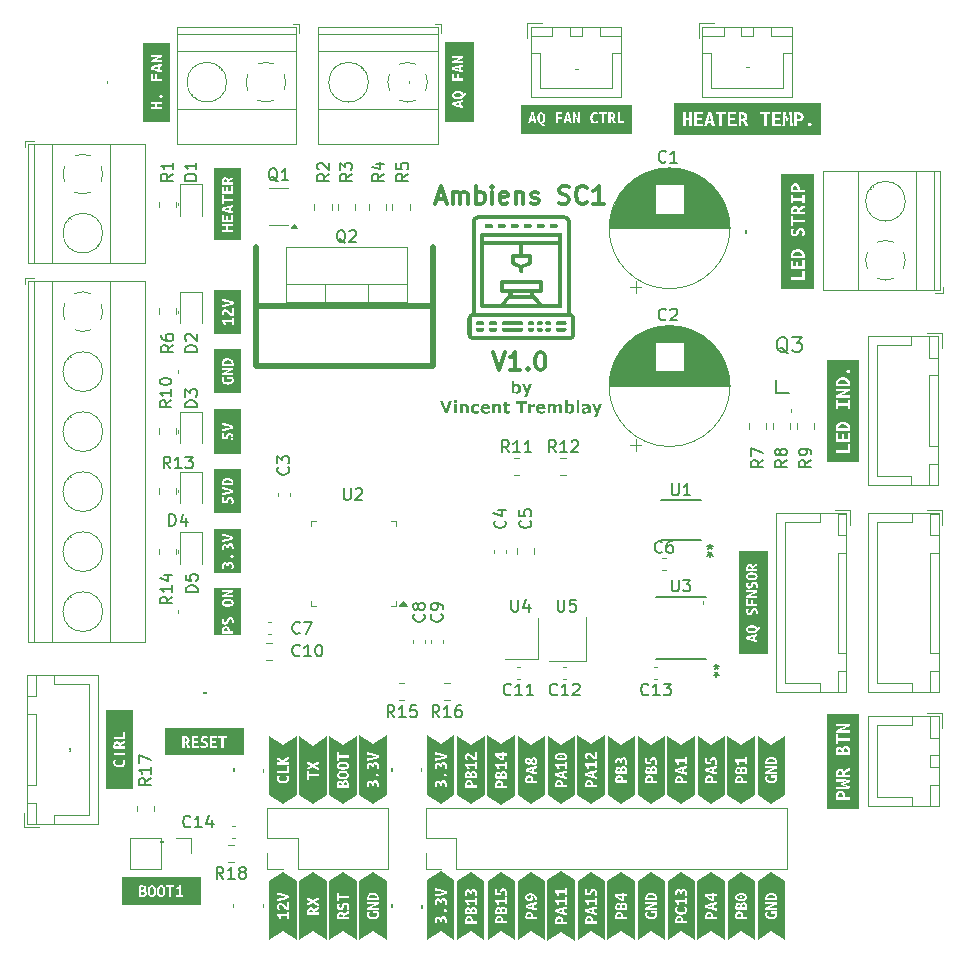
<source format=gbr>
%TF.GenerationSoftware,KiCad,Pcbnew,8.0.1*%
%TF.CreationDate,2024-04-04T08:15:04-04:00*%
%TF.ProjectId,ambiens-sc1,616d6269-656e-4732-9d73-63312e6b6963,rev?*%
%TF.SameCoordinates,Original*%
%TF.FileFunction,Legend,Top*%
%TF.FilePolarity,Positive*%
%FSLAX46Y46*%
G04 Gerber Fmt 4.6, Leading zero omitted, Abs format (unit mm)*
G04 Created by KiCad (PCBNEW 8.0.1) date 2024-04-04 08:15:04*
%MOMM*%
%LPD*%
G01*
G04 APERTURE LIST*
%ADD10C,0.000000*%
%ADD11C,0.200000*%
%ADD12C,0.300000*%
%ADD13C,0.006350*%
%ADD14C,0.150000*%
%ADD15C,0.120000*%
%ADD16C,0.152400*%
%ADD17C,0.500000*%
G04 APERTURE END LIST*
D10*
G36*
X164344918Y-71034726D02*
G01*
X164353624Y-71035388D01*
X164362203Y-71036478D01*
X164370645Y-71037986D01*
X164378939Y-71039900D01*
X164387075Y-71042211D01*
X164395040Y-71044906D01*
X164402825Y-71047976D01*
X164410419Y-71051409D01*
X164417811Y-71055195D01*
X164424990Y-71059323D01*
X164431946Y-71063782D01*
X164438668Y-71068562D01*
X164445144Y-71073652D01*
X164451364Y-71079040D01*
X164457318Y-71084717D01*
X164462995Y-71090671D01*
X164468383Y-71096891D01*
X164473473Y-71103367D01*
X164478253Y-71110089D01*
X164482712Y-71117045D01*
X164486840Y-71124224D01*
X164490626Y-71131616D01*
X164494059Y-71139210D01*
X164497129Y-71146995D01*
X164499824Y-71154960D01*
X164502135Y-71163096D01*
X164504049Y-71171390D01*
X164505557Y-71179832D01*
X164506647Y-71188411D01*
X164507309Y-71197117D01*
X164507532Y-71205939D01*
X164507309Y-71214761D01*
X164506647Y-71223467D01*
X164505557Y-71232047D01*
X164504049Y-71240489D01*
X164502135Y-71248783D01*
X164499824Y-71256918D01*
X164497129Y-71264883D01*
X164494059Y-71272669D01*
X164490626Y-71280263D01*
X164486840Y-71287655D01*
X164482712Y-71294834D01*
X164478253Y-71301789D01*
X164473473Y-71308511D01*
X164468383Y-71314987D01*
X164462995Y-71321208D01*
X164457318Y-71327162D01*
X164451364Y-71332838D01*
X164445144Y-71338227D01*
X164438668Y-71343316D01*
X164431946Y-71348096D01*
X164424990Y-71352555D01*
X164417811Y-71356683D01*
X164410419Y-71360469D01*
X164402825Y-71363903D01*
X164395040Y-71366972D01*
X164387075Y-71369668D01*
X164378939Y-71371978D01*
X164370645Y-71373892D01*
X164362203Y-71375400D01*
X164353624Y-71376490D01*
X164344918Y-71377152D01*
X164336096Y-71377375D01*
X163970365Y-71377375D01*
X163961543Y-71377152D01*
X163952837Y-71376490D01*
X163944258Y-71375400D01*
X163935816Y-71373892D01*
X163927522Y-71371978D01*
X163919386Y-71369668D01*
X163911421Y-71366972D01*
X163903636Y-71363903D01*
X163896042Y-71360469D01*
X163888650Y-71356683D01*
X163881471Y-71352555D01*
X163874515Y-71348096D01*
X163867793Y-71343316D01*
X163861317Y-71338227D01*
X163855097Y-71332838D01*
X163849143Y-71327162D01*
X163843466Y-71321208D01*
X163838078Y-71314987D01*
X163832988Y-71308511D01*
X163828208Y-71301789D01*
X163823749Y-71294834D01*
X163819621Y-71287655D01*
X163815835Y-71280263D01*
X163812402Y-71272669D01*
X163809332Y-71264883D01*
X163806637Y-71256918D01*
X163804326Y-71248783D01*
X163802412Y-71240489D01*
X163800904Y-71232047D01*
X163799814Y-71223467D01*
X163799152Y-71214761D01*
X163798929Y-71205939D01*
X163799152Y-71197117D01*
X163799814Y-71188411D01*
X163800904Y-71179832D01*
X163802412Y-71171390D01*
X163804326Y-71163096D01*
X163806637Y-71154960D01*
X163809332Y-71146995D01*
X163812402Y-71139210D01*
X163815835Y-71131616D01*
X163819621Y-71124224D01*
X163823749Y-71117045D01*
X163828208Y-71110089D01*
X163832988Y-71103367D01*
X163838078Y-71096891D01*
X163843466Y-71090671D01*
X163849143Y-71084717D01*
X163855097Y-71079040D01*
X163861317Y-71073652D01*
X163867793Y-71068562D01*
X163874515Y-71063782D01*
X163881471Y-71059323D01*
X163888650Y-71055195D01*
X163896042Y-71051409D01*
X163903636Y-71047976D01*
X163911421Y-71044906D01*
X163919386Y-71042211D01*
X163927522Y-71039900D01*
X163935816Y-71037986D01*
X163944258Y-71036478D01*
X163952837Y-71035388D01*
X163961543Y-71034726D01*
X163970365Y-71034503D01*
X164336096Y-71034503D01*
X164344918Y-71034726D01*
G37*
G36*
X165442110Y-71034726D02*
G01*
X165450816Y-71035388D01*
X165459395Y-71036478D01*
X165467838Y-71037986D01*
X165476132Y-71039900D01*
X165484267Y-71042211D01*
X165492232Y-71044906D01*
X165500017Y-71047976D01*
X165507611Y-71051409D01*
X165515003Y-71055195D01*
X165522183Y-71059323D01*
X165529138Y-71063782D01*
X165535860Y-71068562D01*
X165542336Y-71073652D01*
X165548557Y-71079040D01*
X165554511Y-71084717D01*
X165560187Y-71090671D01*
X165565576Y-71096891D01*
X165570665Y-71103367D01*
X165575445Y-71110089D01*
X165579904Y-71117045D01*
X165584032Y-71124224D01*
X165587818Y-71131616D01*
X165591252Y-71139210D01*
X165594321Y-71146995D01*
X165597017Y-71154960D01*
X165599327Y-71163096D01*
X165601241Y-71171390D01*
X165602749Y-71179832D01*
X165603839Y-71188411D01*
X165604501Y-71197117D01*
X165604724Y-71205939D01*
X165604501Y-71214761D01*
X165603839Y-71223467D01*
X165602749Y-71232047D01*
X165601241Y-71240489D01*
X165599327Y-71248783D01*
X165597017Y-71256918D01*
X165594321Y-71264883D01*
X165591252Y-71272669D01*
X165587818Y-71280263D01*
X165584032Y-71287655D01*
X165579904Y-71294834D01*
X165575445Y-71301789D01*
X165570665Y-71308511D01*
X165565576Y-71314987D01*
X165560187Y-71321208D01*
X165554511Y-71327162D01*
X165548557Y-71332838D01*
X165542336Y-71338227D01*
X165535860Y-71343316D01*
X165529138Y-71348096D01*
X165522183Y-71352555D01*
X165515003Y-71356683D01*
X165507611Y-71360469D01*
X165500017Y-71363903D01*
X165492232Y-71366972D01*
X165484267Y-71369668D01*
X165476132Y-71371978D01*
X165467838Y-71373892D01*
X165459395Y-71375400D01*
X165450816Y-71376490D01*
X165442110Y-71377152D01*
X165433288Y-71377375D01*
X165067557Y-71377375D01*
X165058736Y-71377152D01*
X165050030Y-71376490D01*
X165041450Y-71375400D01*
X165033008Y-71373892D01*
X165024714Y-71371978D01*
X165016579Y-71369668D01*
X165008613Y-71366972D01*
X165000828Y-71363903D01*
X164993234Y-71360469D01*
X164985842Y-71356683D01*
X164978663Y-71352555D01*
X164971707Y-71348096D01*
X164964986Y-71343316D01*
X164958509Y-71338227D01*
X164952289Y-71332838D01*
X164946335Y-71327162D01*
X164940658Y-71321208D01*
X164935270Y-71314987D01*
X164930180Y-71308511D01*
X164925401Y-71301789D01*
X164920941Y-71294834D01*
X164916813Y-71287655D01*
X164913027Y-71280263D01*
X164909594Y-71272669D01*
X164906524Y-71264883D01*
X164903829Y-71256918D01*
X164901519Y-71248783D01*
X164899604Y-71240489D01*
X164898096Y-71232047D01*
X164897006Y-71223467D01*
X164896344Y-71214761D01*
X164896121Y-71205939D01*
X164896344Y-71197117D01*
X164897006Y-71188411D01*
X164898096Y-71179832D01*
X164899604Y-71171390D01*
X164901519Y-71163096D01*
X164903829Y-71154960D01*
X164906524Y-71146995D01*
X164909594Y-71139210D01*
X164913027Y-71131616D01*
X164916813Y-71124224D01*
X164920941Y-71117045D01*
X164925401Y-71110089D01*
X164930180Y-71103367D01*
X164935270Y-71096891D01*
X164940658Y-71090671D01*
X164946335Y-71084717D01*
X164952289Y-71079040D01*
X164958509Y-71073652D01*
X164964986Y-71068562D01*
X164971707Y-71063782D01*
X164978663Y-71059323D01*
X164985842Y-71055195D01*
X164993234Y-71051409D01*
X165000828Y-71047976D01*
X165008613Y-71044906D01*
X165016579Y-71042211D01*
X165024714Y-71039900D01*
X165033008Y-71037986D01*
X165041450Y-71036478D01*
X165050030Y-71035388D01*
X165058736Y-71034726D01*
X165067557Y-71034503D01*
X165433288Y-71034503D01*
X165442110Y-71034726D01*
G37*
G36*
X166173571Y-62257189D02*
G01*
X166182277Y-62257851D01*
X166190857Y-62258941D01*
X166199299Y-62260449D01*
X166207593Y-62262363D01*
X166215728Y-62264673D01*
X166223694Y-62267368D01*
X166231479Y-62270438D01*
X166239073Y-62273871D01*
X166246465Y-62277658D01*
X166253644Y-62281786D01*
X166260600Y-62286245D01*
X166267321Y-62291025D01*
X166273797Y-62296114D01*
X166280018Y-62301503D01*
X166285972Y-62307179D01*
X166291649Y-62313133D01*
X166297037Y-62319354D01*
X166302126Y-62325830D01*
X166306906Y-62332551D01*
X166311366Y-62339507D01*
X166315494Y-62346686D01*
X166319280Y-62354078D01*
X166322713Y-62361672D01*
X166325783Y-62369457D01*
X166328478Y-62377423D01*
X166330788Y-62385558D01*
X166332703Y-62393852D01*
X166334210Y-62402294D01*
X166335301Y-62410874D01*
X166335963Y-62419580D01*
X166336186Y-62428402D01*
X166335963Y-62437224D01*
X166335301Y-62445930D01*
X166334210Y-62454509D01*
X166332703Y-62462951D01*
X166330788Y-62471245D01*
X166328478Y-62479380D01*
X166325783Y-62487346D01*
X166322713Y-62495131D01*
X166319280Y-62502725D01*
X166315494Y-62510117D01*
X166311366Y-62517296D01*
X166306906Y-62524252D01*
X166302126Y-62530973D01*
X166297037Y-62537450D01*
X166291649Y-62543670D01*
X166285972Y-62549624D01*
X166280018Y-62555301D01*
X166273797Y-62560689D01*
X166267321Y-62565779D01*
X166260600Y-62570559D01*
X166253644Y-62575018D01*
X166246465Y-62579146D01*
X166239073Y-62582932D01*
X166231479Y-62586365D01*
X166223694Y-62589435D01*
X166215728Y-62592130D01*
X166207593Y-62594440D01*
X166199299Y-62596355D01*
X166190857Y-62597863D01*
X166182277Y-62598953D01*
X166173571Y-62599615D01*
X166164749Y-62599838D01*
X165799019Y-62599838D01*
X165790197Y-62599615D01*
X165781491Y-62598953D01*
X165772911Y-62597863D01*
X165764469Y-62596355D01*
X165756175Y-62594440D01*
X165748040Y-62592130D01*
X165740074Y-62589435D01*
X165732289Y-62586365D01*
X165724695Y-62582932D01*
X165717303Y-62579146D01*
X165710124Y-62575018D01*
X165703168Y-62570559D01*
X165696447Y-62565779D01*
X165689971Y-62560689D01*
X165683750Y-62555301D01*
X165677796Y-62549624D01*
X165672120Y-62543670D01*
X165666731Y-62537450D01*
X165661642Y-62530973D01*
X165656862Y-62524252D01*
X165652403Y-62517296D01*
X165648274Y-62510117D01*
X165644488Y-62502725D01*
X165641055Y-62495131D01*
X165637985Y-62487346D01*
X165635290Y-62479380D01*
X165632980Y-62471245D01*
X165631065Y-62462951D01*
X165629558Y-62454509D01*
X165628468Y-62445930D01*
X165627805Y-62437224D01*
X165627582Y-62428402D01*
X165627805Y-62419580D01*
X165628468Y-62410874D01*
X165629558Y-62402294D01*
X165631065Y-62393852D01*
X165632980Y-62385558D01*
X165635290Y-62377423D01*
X165637985Y-62369457D01*
X165641055Y-62361672D01*
X165644488Y-62354078D01*
X165648274Y-62346686D01*
X165652403Y-62339507D01*
X165656862Y-62332551D01*
X165661642Y-62325830D01*
X165666731Y-62319354D01*
X165672120Y-62313133D01*
X165677796Y-62307179D01*
X165683750Y-62301503D01*
X165689971Y-62296114D01*
X165696447Y-62291025D01*
X165703168Y-62286245D01*
X165710124Y-62281786D01*
X165717303Y-62277658D01*
X165724695Y-62273871D01*
X165732289Y-62270438D01*
X165740074Y-62267368D01*
X165748040Y-62264673D01*
X165756175Y-62262363D01*
X165764469Y-62260449D01*
X165772911Y-62258941D01*
X165781491Y-62257851D01*
X165790197Y-62257189D01*
X165799019Y-62256965D01*
X166164749Y-62256965D01*
X166173571Y-62257189D01*
G37*
G36*
X169282282Y-71034726D02*
G01*
X169290988Y-71035388D01*
X169299568Y-71036478D01*
X169308010Y-71037986D01*
X169316304Y-71039900D01*
X169324439Y-71042211D01*
X169332405Y-71044906D01*
X169340190Y-71047976D01*
X169347784Y-71051409D01*
X169355176Y-71055195D01*
X169362355Y-71059323D01*
X169369311Y-71063782D01*
X169376032Y-71068562D01*
X169382508Y-71073652D01*
X169388729Y-71079040D01*
X169394683Y-71084717D01*
X169400359Y-71090671D01*
X169405748Y-71096891D01*
X169410837Y-71103367D01*
X169415617Y-71110089D01*
X169420076Y-71117045D01*
X169424204Y-71124224D01*
X169427991Y-71131616D01*
X169431424Y-71139210D01*
X169434493Y-71146995D01*
X169437189Y-71154960D01*
X169439499Y-71163096D01*
X169441413Y-71171390D01*
X169442921Y-71179832D01*
X169444011Y-71188411D01*
X169444673Y-71197117D01*
X169444897Y-71205939D01*
X169444673Y-71214761D01*
X169444011Y-71223467D01*
X169442921Y-71232047D01*
X169441413Y-71240489D01*
X169439499Y-71248783D01*
X169437189Y-71256918D01*
X169434493Y-71264883D01*
X169431424Y-71272669D01*
X169427991Y-71280263D01*
X169424204Y-71287655D01*
X169420076Y-71294834D01*
X169415617Y-71301789D01*
X169410837Y-71308511D01*
X169405748Y-71314987D01*
X169400359Y-71321208D01*
X169394683Y-71327162D01*
X169388729Y-71332838D01*
X169382508Y-71338227D01*
X169376032Y-71343316D01*
X169369311Y-71348096D01*
X169362355Y-71352555D01*
X169355176Y-71356683D01*
X169347784Y-71360469D01*
X169340190Y-71363903D01*
X169332405Y-71366972D01*
X169324439Y-71369668D01*
X169316304Y-71371978D01*
X169308010Y-71373892D01*
X169299568Y-71375400D01*
X169290988Y-71376490D01*
X169282282Y-71377152D01*
X169273460Y-71377375D01*
X169090595Y-71377375D01*
X169081773Y-71377152D01*
X169073067Y-71376490D01*
X169064488Y-71375400D01*
X169056046Y-71373892D01*
X169047752Y-71371978D01*
X169039616Y-71369668D01*
X169031651Y-71366972D01*
X169023866Y-71363903D01*
X169016272Y-71360469D01*
X169008880Y-71356683D01*
X169001701Y-71352555D01*
X168994745Y-71348096D01*
X168988023Y-71343316D01*
X168981547Y-71338227D01*
X168975326Y-71332838D01*
X168969372Y-71327162D01*
X168963696Y-71321208D01*
X168958308Y-71314987D01*
X168953218Y-71308511D01*
X168948438Y-71301789D01*
X168943979Y-71294834D01*
X168939851Y-71287655D01*
X168936065Y-71280263D01*
X168932632Y-71272669D01*
X168929562Y-71264883D01*
X168926866Y-71256918D01*
X168924556Y-71248783D01*
X168922642Y-71240489D01*
X168921134Y-71232047D01*
X168920044Y-71223467D01*
X168919382Y-71214761D01*
X168919159Y-71205939D01*
X168919382Y-71197117D01*
X168920044Y-71188411D01*
X168921134Y-71179832D01*
X168922642Y-71171390D01*
X168924556Y-71163096D01*
X168926866Y-71154960D01*
X168929562Y-71146995D01*
X168932632Y-71139210D01*
X168936065Y-71131616D01*
X168939851Y-71124224D01*
X168943979Y-71117045D01*
X168948438Y-71110089D01*
X168953218Y-71103367D01*
X168958308Y-71096891D01*
X168963696Y-71090671D01*
X168969372Y-71084717D01*
X168975326Y-71079040D01*
X168981547Y-71073652D01*
X168988023Y-71068562D01*
X168994745Y-71063782D01*
X169001701Y-71059323D01*
X169008880Y-71055195D01*
X169016272Y-71051409D01*
X169023866Y-71047976D01*
X169031651Y-71044906D01*
X169039616Y-71042211D01*
X169047752Y-71039900D01*
X169056046Y-71037986D01*
X169064488Y-71036478D01*
X169073067Y-71035388D01*
X169081773Y-71034726D01*
X169090595Y-71034503D01*
X169273460Y-71034503D01*
X169282282Y-71034726D01*
G37*
G36*
X167636494Y-71034726D02*
G01*
X167645200Y-71035388D01*
X167653780Y-71036478D01*
X167662222Y-71037986D01*
X167670516Y-71039900D01*
X167678651Y-71042211D01*
X167686617Y-71044906D01*
X167694402Y-71047976D01*
X167701996Y-71051409D01*
X167709388Y-71055195D01*
X167716567Y-71059323D01*
X167723523Y-71063782D01*
X167730244Y-71068562D01*
X167736721Y-71073652D01*
X167742941Y-71079040D01*
X167748895Y-71084717D01*
X167754572Y-71090671D01*
X167759960Y-71096891D01*
X167765049Y-71103367D01*
X167769829Y-71110089D01*
X167774289Y-71117045D01*
X167778417Y-71124224D01*
X167782203Y-71131616D01*
X167785636Y-71139210D01*
X167788706Y-71146995D01*
X167791401Y-71154960D01*
X167793711Y-71163096D01*
X167795626Y-71171390D01*
X167797133Y-71179832D01*
X167798224Y-71188411D01*
X167798886Y-71197117D01*
X167799109Y-71205939D01*
X167798886Y-71214761D01*
X167798224Y-71223467D01*
X167797133Y-71232047D01*
X167795626Y-71240489D01*
X167793711Y-71248783D01*
X167791401Y-71256918D01*
X167788706Y-71264883D01*
X167785636Y-71272669D01*
X167782203Y-71280263D01*
X167778417Y-71287655D01*
X167774289Y-71294834D01*
X167769829Y-71301789D01*
X167765049Y-71308511D01*
X167759960Y-71314987D01*
X167754572Y-71321208D01*
X167748895Y-71327162D01*
X167742941Y-71332838D01*
X167736721Y-71338227D01*
X167730244Y-71343316D01*
X167723523Y-71348096D01*
X167716567Y-71352555D01*
X167709388Y-71356683D01*
X167701996Y-71360469D01*
X167694402Y-71363903D01*
X167686617Y-71366972D01*
X167678651Y-71369668D01*
X167670516Y-71371978D01*
X167662222Y-71373892D01*
X167653780Y-71375400D01*
X167645200Y-71376490D01*
X167636494Y-71377152D01*
X167627672Y-71377375D01*
X166164749Y-71377375D01*
X166155928Y-71377152D01*
X166147222Y-71376490D01*
X166138642Y-71375400D01*
X166130200Y-71373892D01*
X166121906Y-71371978D01*
X166113771Y-71369668D01*
X166105805Y-71366972D01*
X166098020Y-71363903D01*
X166090426Y-71360469D01*
X166083034Y-71356683D01*
X166075855Y-71352555D01*
X166068899Y-71348096D01*
X166062178Y-71343316D01*
X166055701Y-71338227D01*
X166049481Y-71332838D01*
X166043527Y-71327162D01*
X166037850Y-71321208D01*
X166032462Y-71314987D01*
X166027372Y-71308511D01*
X166022593Y-71301789D01*
X166018133Y-71294834D01*
X166014005Y-71287655D01*
X166010219Y-71280263D01*
X166006786Y-71272669D01*
X166003716Y-71264883D01*
X166001021Y-71256918D01*
X165998711Y-71248783D01*
X165996796Y-71240489D01*
X165995288Y-71232047D01*
X165994198Y-71223467D01*
X165993536Y-71214761D01*
X165993313Y-71205939D01*
X165993536Y-71197117D01*
X165994198Y-71188411D01*
X165995288Y-71179832D01*
X165996796Y-71171390D01*
X165998711Y-71163096D01*
X166001021Y-71154960D01*
X166003716Y-71146995D01*
X166006786Y-71139210D01*
X166010219Y-71131616D01*
X166014005Y-71124224D01*
X166018133Y-71117045D01*
X166022593Y-71110089D01*
X166027372Y-71103367D01*
X166032462Y-71096891D01*
X166037850Y-71090671D01*
X166043527Y-71084717D01*
X166049481Y-71079040D01*
X166055701Y-71073652D01*
X166062178Y-71068562D01*
X166068899Y-71063782D01*
X166075855Y-71059323D01*
X166083034Y-71055195D01*
X166090426Y-71051409D01*
X166098020Y-71047976D01*
X166105805Y-71044906D01*
X166113771Y-71042211D01*
X166121906Y-71039900D01*
X166130200Y-71037986D01*
X166138642Y-71036478D01*
X166147222Y-71035388D01*
X166155928Y-71034726D01*
X166164749Y-71034503D01*
X167627672Y-71034503D01*
X167636494Y-71034726D01*
G37*
G36*
X165076379Y-62257189D02*
G01*
X165085085Y-62257851D01*
X165093665Y-62258941D01*
X165102107Y-62260449D01*
X165110401Y-62262363D01*
X165118536Y-62264673D01*
X165126502Y-62267368D01*
X165134287Y-62270438D01*
X165141881Y-62273871D01*
X165149273Y-62277658D01*
X165156452Y-62281786D01*
X165163408Y-62286245D01*
X165170129Y-62291025D01*
X165176605Y-62296114D01*
X165182826Y-62301503D01*
X165188780Y-62307179D01*
X165194456Y-62313133D01*
X165199845Y-62319354D01*
X165204934Y-62325830D01*
X165209714Y-62332551D01*
X165214173Y-62339507D01*
X165218301Y-62346686D01*
X165222087Y-62354078D01*
X165225521Y-62361672D01*
X165228590Y-62369457D01*
X165231286Y-62377423D01*
X165233596Y-62385558D01*
X165235510Y-62393852D01*
X165237018Y-62402294D01*
X165238108Y-62410874D01*
X165238770Y-62419580D01*
X165238993Y-62428402D01*
X165238770Y-62437224D01*
X165238108Y-62445930D01*
X165237018Y-62454509D01*
X165235510Y-62462951D01*
X165233596Y-62471245D01*
X165231286Y-62479380D01*
X165228590Y-62487346D01*
X165225521Y-62495131D01*
X165222087Y-62502725D01*
X165218301Y-62510117D01*
X165214173Y-62517296D01*
X165209714Y-62524252D01*
X165204934Y-62530973D01*
X165199845Y-62537450D01*
X165194456Y-62543670D01*
X165188780Y-62549624D01*
X165182826Y-62555301D01*
X165176605Y-62560689D01*
X165170129Y-62565779D01*
X165163408Y-62570559D01*
X165156452Y-62575018D01*
X165149273Y-62579146D01*
X165141881Y-62582932D01*
X165134287Y-62586365D01*
X165126502Y-62589435D01*
X165118536Y-62592130D01*
X165110401Y-62594440D01*
X165102107Y-62596355D01*
X165093665Y-62597863D01*
X165085085Y-62598953D01*
X165076379Y-62599615D01*
X165067557Y-62599838D01*
X164701827Y-62599838D01*
X164693005Y-62599615D01*
X164684299Y-62598953D01*
X164675719Y-62597863D01*
X164667277Y-62596355D01*
X164658983Y-62594440D01*
X164650848Y-62592130D01*
X164642882Y-62589435D01*
X164635097Y-62586365D01*
X164627503Y-62582932D01*
X164620111Y-62579146D01*
X164612932Y-62575018D01*
X164605976Y-62570559D01*
X164599255Y-62565779D01*
X164592778Y-62560689D01*
X164586558Y-62555301D01*
X164580604Y-62549624D01*
X164574927Y-62543670D01*
X164569539Y-62537450D01*
X164564450Y-62530973D01*
X164559670Y-62524252D01*
X164555210Y-62517296D01*
X164551082Y-62510117D01*
X164547296Y-62502725D01*
X164543863Y-62495131D01*
X164540793Y-62487346D01*
X164538098Y-62479380D01*
X164535788Y-62471245D01*
X164533873Y-62462951D01*
X164532366Y-62454509D01*
X164531276Y-62445930D01*
X164530613Y-62437224D01*
X164530390Y-62428402D01*
X164530613Y-62419580D01*
X164531276Y-62410874D01*
X164532366Y-62402294D01*
X164533873Y-62393852D01*
X164535788Y-62385558D01*
X164538098Y-62377423D01*
X164540793Y-62369457D01*
X164543863Y-62361672D01*
X164547296Y-62354078D01*
X164551082Y-62346686D01*
X164555210Y-62339507D01*
X164559670Y-62332551D01*
X164564450Y-62325830D01*
X164569539Y-62319354D01*
X164574927Y-62313133D01*
X164580604Y-62307179D01*
X164586558Y-62301503D01*
X164592778Y-62296114D01*
X164599255Y-62291025D01*
X164605976Y-62286245D01*
X164612932Y-62281786D01*
X164620111Y-62277658D01*
X164627503Y-62273871D01*
X164635097Y-62270438D01*
X164642882Y-62267368D01*
X164650848Y-62264673D01*
X164658983Y-62262363D01*
X164667277Y-62260449D01*
X164675719Y-62258941D01*
X164684299Y-62257851D01*
X164693005Y-62257189D01*
X164701827Y-62256965D01*
X165067557Y-62256965D01*
X165076379Y-62257189D01*
G37*
G36*
X168550821Y-70486130D02*
G01*
X168559527Y-70486792D01*
X168568106Y-70487882D01*
X168576548Y-70489390D01*
X168584842Y-70491304D01*
X168592978Y-70493614D01*
X168600943Y-70496310D01*
X168608728Y-70499379D01*
X168616322Y-70502813D01*
X168623714Y-70506599D01*
X168630893Y-70510727D01*
X168637849Y-70515186D01*
X168644571Y-70519966D01*
X168651047Y-70525055D01*
X168657268Y-70530444D01*
X168663221Y-70536120D01*
X168668898Y-70542074D01*
X168674286Y-70548295D01*
X168679376Y-70554771D01*
X168684156Y-70561493D01*
X168688615Y-70568448D01*
X168692743Y-70575628D01*
X168696529Y-70583020D01*
X168699962Y-70590614D01*
X168703032Y-70598399D01*
X168705727Y-70606364D01*
X168708038Y-70614499D01*
X168709952Y-70622794D01*
X168711460Y-70631236D01*
X168712550Y-70639815D01*
X168713212Y-70648521D01*
X168713435Y-70657343D01*
X168713212Y-70666165D01*
X168712550Y-70674871D01*
X168711460Y-70683450D01*
X168709952Y-70691892D01*
X168708038Y-70700187D01*
X168705727Y-70708322D01*
X168703032Y-70716287D01*
X168699962Y-70724072D01*
X168696529Y-70731666D01*
X168692743Y-70739058D01*
X168688615Y-70746238D01*
X168684156Y-70753193D01*
X168679376Y-70759915D01*
X168674286Y-70766391D01*
X168668898Y-70772612D01*
X168663221Y-70778566D01*
X168657268Y-70784242D01*
X168651047Y-70789631D01*
X168644571Y-70794720D01*
X168637849Y-70799500D01*
X168630893Y-70803959D01*
X168623714Y-70808087D01*
X168616322Y-70811873D01*
X168608728Y-70815307D01*
X168600943Y-70818376D01*
X168592978Y-70821072D01*
X168584842Y-70823382D01*
X168576548Y-70825296D01*
X168568106Y-70826804D01*
X168559527Y-70827894D01*
X168550821Y-70828556D01*
X168541999Y-70828779D01*
X168359134Y-70828779D01*
X168350312Y-70828556D01*
X168341606Y-70827894D01*
X168333026Y-70826804D01*
X168324584Y-70825296D01*
X168316290Y-70823382D01*
X168308155Y-70821072D01*
X168300189Y-70818376D01*
X168292404Y-70815307D01*
X168284810Y-70811873D01*
X168277418Y-70808087D01*
X168270239Y-70803959D01*
X168263283Y-70799500D01*
X168256562Y-70794720D01*
X168250086Y-70789631D01*
X168243865Y-70784242D01*
X168237911Y-70778566D01*
X168232235Y-70772612D01*
X168226846Y-70766391D01*
X168221757Y-70759915D01*
X168216977Y-70753193D01*
X168212518Y-70746238D01*
X168208390Y-70739058D01*
X168204603Y-70731666D01*
X168201170Y-70724072D01*
X168198101Y-70716287D01*
X168195405Y-70708322D01*
X168193095Y-70700187D01*
X168191181Y-70691892D01*
X168189673Y-70683450D01*
X168188583Y-70674871D01*
X168187921Y-70666165D01*
X168187697Y-70657343D01*
X168187921Y-70648521D01*
X168188583Y-70639815D01*
X168189673Y-70631236D01*
X168191181Y-70622794D01*
X168193095Y-70614499D01*
X168195405Y-70606364D01*
X168198101Y-70598399D01*
X168201170Y-70590614D01*
X168204603Y-70583020D01*
X168208390Y-70575628D01*
X168212518Y-70568448D01*
X168216977Y-70561493D01*
X168221757Y-70554771D01*
X168226846Y-70548295D01*
X168232235Y-70542074D01*
X168237911Y-70536120D01*
X168243865Y-70530444D01*
X168250086Y-70525055D01*
X168256562Y-70519966D01*
X168263283Y-70515186D01*
X168270239Y-70510727D01*
X168277418Y-70506599D01*
X168284810Y-70502813D01*
X168292404Y-70499379D01*
X168300189Y-70496310D01*
X168308155Y-70493614D01*
X168316290Y-70491304D01*
X168324584Y-70489390D01*
X168333026Y-70487882D01*
X168341606Y-70486792D01*
X168350312Y-70486130D01*
X168359134Y-70485907D01*
X168541999Y-70485907D01*
X168550821Y-70486130D01*
G37*
G36*
X167636494Y-70486130D02*
G01*
X167645200Y-70486792D01*
X167653780Y-70487882D01*
X167662222Y-70489390D01*
X167670516Y-70491304D01*
X167678651Y-70493614D01*
X167686617Y-70496310D01*
X167694402Y-70499379D01*
X167701996Y-70502813D01*
X167709388Y-70506599D01*
X167716567Y-70510727D01*
X167723523Y-70515186D01*
X167730244Y-70519966D01*
X167736721Y-70525055D01*
X167742941Y-70530444D01*
X167748895Y-70536120D01*
X167754572Y-70542074D01*
X167759960Y-70548295D01*
X167765049Y-70554771D01*
X167769829Y-70561493D01*
X167774289Y-70568448D01*
X167778417Y-70575628D01*
X167782203Y-70583020D01*
X167785636Y-70590614D01*
X167788706Y-70598399D01*
X167791401Y-70606364D01*
X167793711Y-70614499D01*
X167795626Y-70622794D01*
X167797133Y-70631236D01*
X167798224Y-70639815D01*
X167798886Y-70648521D01*
X167799109Y-70657343D01*
X167798886Y-70666165D01*
X167798224Y-70674871D01*
X167797133Y-70683450D01*
X167795626Y-70691892D01*
X167793711Y-70700187D01*
X167791401Y-70708322D01*
X167788706Y-70716287D01*
X167785636Y-70724072D01*
X167782203Y-70731666D01*
X167778417Y-70739058D01*
X167774289Y-70746238D01*
X167769829Y-70753193D01*
X167765049Y-70759915D01*
X167759960Y-70766391D01*
X167754572Y-70772612D01*
X167748895Y-70778566D01*
X167742941Y-70784242D01*
X167736721Y-70789631D01*
X167730244Y-70794720D01*
X167723523Y-70799500D01*
X167716567Y-70803959D01*
X167709388Y-70808087D01*
X167701996Y-70811873D01*
X167694402Y-70815307D01*
X167686617Y-70818376D01*
X167678651Y-70821072D01*
X167670516Y-70823382D01*
X167662222Y-70825296D01*
X167653780Y-70826804D01*
X167645200Y-70827894D01*
X167636494Y-70828556D01*
X167627672Y-70828779D01*
X166164749Y-70828779D01*
X166155928Y-70828556D01*
X166147222Y-70827894D01*
X166138642Y-70826804D01*
X166130200Y-70825296D01*
X166121906Y-70823382D01*
X166113771Y-70821072D01*
X166105805Y-70818376D01*
X166098020Y-70815307D01*
X166090426Y-70811873D01*
X166083034Y-70808087D01*
X166075855Y-70803959D01*
X166068899Y-70799500D01*
X166062178Y-70794720D01*
X166055701Y-70789631D01*
X166049481Y-70784242D01*
X166043527Y-70778566D01*
X166037850Y-70772612D01*
X166032462Y-70766391D01*
X166027372Y-70759915D01*
X166022593Y-70753193D01*
X166018133Y-70746238D01*
X166014005Y-70739058D01*
X166010219Y-70731666D01*
X166006786Y-70724072D01*
X166003716Y-70716287D01*
X166001021Y-70708322D01*
X165998711Y-70700187D01*
X165996796Y-70691892D01*
X165995288Y-70683450D01*
X165994198Y-70674871D01*
X165993536Y-70666165D01*
X165993313Y-70657343D01*
X165993536Y-70648521D01*
X165994198Y-70639815D01*
X165995288Y-70631236D01*
X165996796Y-70622794D01*
X165998711Y-70614499D01*
X166001021Y-70606364D01*
X166003716Y-70598399D01*
X166006786Y-70590614D01*
X166010219Y-70583020D01*
X166014005Y-70575628D01*
X166018133Y-70568448D01*
X166022593Y-70561493D01*
X166027372Y-70554771D01*
X166032462Y-70548295D01*
X166037850Y-70542074D01*
X166043527Y-70536120D01*
X166049481Y-70530444D01*
X166055701Y-70525055D01*
X166062178Y-70519966D01*
X166068899Y-70515186D01*
X166075855Y-70510727D01*
X166083034Y-70506599D01*
X166090426Y-70502813D01*
X166098020Y-70499379D01*
X166105805Y-70496310D01*
X166113771Y-70493614D01*
X166121906Y-70491304D01*
X166130200Y-70489390D01*
X166138642Y-70487882D01*
X166147222Y-70486792D01*
X166155928Y-70486130D01*
X166164749Y-70485907D01*
X167627672Y-70485907D01*
X167636494Y-70486130D01*
G37*
G36*
X167270764Y-62257189D02*
G01*
X167279470Y-62257851D01*
X167288049Y-62258941D01*
X167296491Y-62260449D01*
X167304785Y-62262363D01*
X167312920Y-62264673D01*
X167320886Y-62267368D01*
X167328671Y-62270438D01*
X167336265Y-62273871D01*
X167343657Y-62277658D01*
X167350836Y-62281786D01*
X167357792Y-62286245D01*
X167364513Y-62291025D01*
X167370990Y-62296114D01*
X167377210Y-62301503D01*
X167383164Y-62307179D01*
X167388841Y-62313133D01*
X167394229Y-62319354D01*
X167399319Y-62325830D01*
X167404098Y-62332551D01*
X167408558Y-62339507D01*
X167412686Y-62346686D01*
X167416472Y-62354078D01*
X167419905Y-62361672D01*
X167422975Y-62369457D01*
X167425670Y-62377423D01*
X167427980Y-62385558D01*
X167429895Y-62393852D01*
X167431402Y-62402294D01*
X167432493Y-62410874D01*
X167433155Y-62419580D01*
X167433378Y-62428402D01*
X167433155Y-62437224D01*
X167432493Y-62445930D01*
X167431402Y-62454509D01*
X167429895Y-62462951D01*
X167427980Y-62471245D01*
X167425670Y-62479380D01*
X167422975Y-62487346D01*
X167419905Y-62495131D01*
X167416472Y-62502725D01*
X167412686Y-62510117D01*
X167408558Y-62517296D01*
X167404098Y-62524252D01*
X167399319Y-62530973D01*
X167394229Y-62537450D01*
X167388841Y-62543670D01*
X167383164Y-62549624D01*
X167377210Y-62555301D01*
X167370990Y-62560689D01*
X167364513Y-62565779D01*
X167357792Y-62570559D01*
X167350836Y-62575018D01*
X167343657Y-62579146D01*
X167336265Y-62582932D01*
X167328671Y-62586365D01*
X167320886Y-62589435D01*
X167312920Y-62592130D01*
X167304785Y-62594440D01*
X167296491Y-62596355D01*
X167288049Y-62597863D01*
X167279470Y-62598953D01*
X167270764Y-62599615D01*
X167261942Y-62599838D01*
X166896211Y-62599838D01*
X166887389Y-62599615D01*
X166878683Y-62598953D01*
X166870103Y-62597863D01*
X166861661Y-62596355D01*
X166853367Y-62594440D01*
X166845232Y-62592130D01*
X166837266Y-62589435D01*
X166829481Y-62586365D01*
X166821887Y-62582932D01*
X166814495Y-62579146D01*
X166807316Y-62575018D01*
X166800361Y-62570559D01*
X166793639Y-62565779D01*
X166787163Y-62560689D01*
X166780942Y-62555301D01*
X166774988Y-62549624D01*
X166769312Y-62543670D01*
X166763923Y-62537450D01*
X166758834Y-62530973D01*
X166754054Y-62524252D01*
X166749595Y-62517296D01*
X166745467Y-62510117D01*
X166741681Y-62502725D01*
X166738247Y-62495131D01*
X166735178Y-62487346D01*
X166732482Y-62479380D01*
X166730172Y-62471245D01*
X166728258Y-62462951D01*
X166726750Y-62454509D01*
X166725660Y-62445930D01*
X166724998Y-62437224D01*
X166724775Y-62428402D01*
X166724998Y-62419580D01*
X166725660Y-62410874D01*
X166726750Y-62402294D01*
X166728258Y-62393852D01*
X166730172Y-62385558D01*
X166732482Y-62377423D01*
X166735178Y-62369457D01*
X166738247Y-62361672D01*
X166741681Y-62354078D01*
X166745467Y-62346686D01*
X166749595Y-62339507D01*
X166754054Y-62332551D01*
X166758834Y-62325830D01*
X166763923Y-62319354D01*
X166769312Y-62313133D01*
X166774988Y-62307179D01*
X166780942Y-62301503D01*
X166787163Y-62296114D01*
X166793639Y-62291025D01*
X166800361Y-62286245D01*
X166807316Y-62281786D01*
X166814495Y-62277658D01*
X166821887Y-62273871D01*
X166829481Y-62270438D01*
X166837266Y-62267368D01*
X166845232Y-62264673D01*
X166853367Y-62262363D01*
X166861661Y-62260449D01*
X166870103Y-62258941D01*
X166878683Y-62257851D01*
X166887389Y-62257189D01*
X166896211Y-62256965D01*
X167261942Y-62256965D01*
X167270764Y-62257189D01*
G37*
G36*
X169465148Y-62257189D02*
G01*
X169473854Y-62257851D01*
X169482433Y-62258941D01*
X169490876Y-62260449D01*
X169499170Y-62262363D01*
X169507305Y-62264673D01*
X169515270Y-62267368D01*
X169523056Y-62270438D01*
X169530649Y-62273871D01*
X169538041Y-62277658D01*
X169545221Y-62281786D01*
X169552176Y-62286245D01*
X169558898Y-62291025D01*
X169565374Y-62296114D01*
X169571595Y-62301503D01*
X169577549Y-62307179D01*
X169583225Y-62313133D01*
X169588614Y-62319354D01*
X169593703Y-62325830D01*
X169598483Y-62332551D01*
X169602942Y-62339507D01*
X169607070Y-62346686D01*
X169610856Y-62354078D01*
X169614290Y-62361672D01*
X169617359Y-62369457D01*
X169620055Y-62377423D01*
X169622365Y-62385558D01*
X169624279Y-62393852D01*
X169625787Y-62402294D01*
X169626877Y-62410874D01*
X169627539Y-62419580D01*
X169627762Y-62428402D01*
X169627539Y-62437224D01*
X169626877Y-62445930D01*
X169625787Y-62454509D01*
X169624279Y-62462951D01*
X169622365Y-62471245D01*
X169620055Y-62479380D01*
X169617359Y-62487346D01*
X169614290Y-62495131D01*
X169610856Y-62502725D01*
X169607070Y-62510117D01*
X169602942Y-62517296D01*
X169598483Y-62524252D01*
X169593703Y-62530973D01*
X169588614Y-62537450D01*
X169583225Y-62543670D01*
X169577549Y-62549624D01*
X169571595Y-62555301D01*
X169565374Y-62560689D01*
X169558898Y-62565779D01*
X169552176Y-62570559D01*
X169545221Y-62575018D01*
X169538041Y-62579146D01*
X169530649Y-62582932D01*
X169523056Y-62586365D01*
X169515270Y-62589435D01*
X169507305Y-62592130D01*
X169499170Y-62594440D01*
X169490876Y-62596355D01*
X169482433Y-62597863D01*
X169473854Y-62598953D01*
X169465148Y-62599615D01*
X169456326Y-62599838D01*
X169090595Y-62599838D01*
X169081773Y-62599615D01*
X169073067Y-62598953D01*
X169064488Y-62597863D01*
X169056046Y-62596355D01*
X169047752Y-62594440D01*
X169039616Y-62592130D01*
X169031651Y-62589435D01*
X169023866Y-62586365D01*
X169016272Y-62582932D01*
X169008880Y-62579146D01*
X169001701Y-62575018D01*
X168994745Y-62570559D01*
X168988023Y-62565779D01*
X168981547Y-62560689D01*
X168975326Y-62555301D01*
X168969372Y-62549624D01*
X168963696Y-62543670D01*
X168958308Y-62537450D01*
X168953218Y-62530973D01*
X168948438Y-62524252D01*
X168943979Y-62517296D01*
X168939851Y-62510117D01*
X168936065Y-62502725D01*
X168932632Y-62495131D01*
X168929562Y-62487346D01*
X168926866Y-62479380D01*
X168924556Y-62471245D01*
X168922642Y-62462951D01*
X168921134Y-62454509D01*
X168920044Y-62445930D01*
X168919382Y-62437224D01*
X168919159Y-62428402D01*
X168919382Y-62419580D01*
X168920044Y-62410874D01*
X168921134Y-62402294D01*
X168922642Y-62393852D01*
X168924556Y-62385558D01*
X168926866Y-62377423D01*
X168929562Y-62369457D01*
X168932632Y-62361672D01*
X168936065Y-62354078D01*
X168939851Y-62346686D01*
X168943979Y-62339507D01*
X168948438Y-62332551D01*
X168953218Y-62325830D01*
X168958308Y-62319354D01*
X168963696Y-62313133D01*
X168969372Y-62307179D01*
X168975326Y-62301503D01*
X168981547Y-62296114D01*
X168988023Y-62291025D01*
X168994745Y-62286245D01*
X169001701Y-62281786D01*
X169008880Y-62277658D01*
X169016272Y-62273871D01*
X169023866Y-62270438D01*
X169031651Y-62267368D01*
X169039616Y-62264673D01*
X169047752Y-62262363D01*
X169056046Y-62260449D01*
X169064488Y-62258941D01*
X169073067Y-62257851D01*
X169081773Y-62257189D01*
X169090595Y-62256965D01*
X169456326Y-62256965D01*
X169465148Y-62257189D01*
G37*
G36*
X168550821Y-71034726D02*
G01*
X168559527Y-71035388D01*
X168568106Y-71036478D01*
X168576548Y-71037986D01*
X168584842Y-71039900D01*
X168592978Y-71042211D01*
X168600943Y-71044906D01*
X168608728Y-71047976D01*
X168616322Y-71051409D01*
X168623714Y-71055195D01*
X168630893Y-71059323D01*
X168637849Y-71063782D01*
X168644571Y-71068562D01*
X168651047Y-71073652D01*
X168657268Y-71079040D01*
X168663221Y-71084717D01*
X168668898Y-71090671D01*
X168674286Y-71096891D01*
X168679376Y-71103367D01*
X168684156Y-71110089D01*
X168688615Y-71117045D01*
X168692743Y-71124224D01*
X168696529Y-71131616D01*
X168699962Y-71139210D01*
X168703032Y-71146995D01*
X168705727Y-71154960D01*
X168708038Y-71163096D01*
X168709952Y-71171390D01*
X168711460Y-71179832D01*
X168712550Y-71188411D01*
X168713212Y-71197117D01*
X168713435Y-71205939D01*
X168713212Y-71214761D01*
X168712550Y-71223467D01*
X168711460Y-71232047D01*
X168709952Y-71240489D01*
X168708038Y-71248783D01*
X168705727Y-71256918D01*
X168703032Y-71264883D01*
X168699962Y-71272669D01*
X168696529Y-71280263D01*
X168692743Y-71287655D01*
X168688615Y-71294834D01*
X168684156Y-71301789D01*
X168679376Y-71308511D01*
X168674286Y-71314987D01*
X168668898Y-71321208D01*
X168663221Y-71327162D01*
X168657268Y-71332838D01*
X168651047Y-71338227D01*
X168644571Y-71343316D01*
X168637849Y-71348096D01*
X168630893Y-71352555D01*
X168623714Y-71356683D01*
X168616322Y-71360469D01*
X168608728Y-71363903D01*
X168600943Y-71366972D01*
X168592978Y-71369668D01*
X168584842Y-71371978D01*
X168576548Y-71373892D01*
X168568106Y-71375400D01*
X168559527Y-71376490D01*
X168550821Y-71377152D01*
X168541999Y-71377375D01*
X168359134Y-71377375D01*
X168350312Y-71377152D01*
X168341606Y-71376490D01*
X168333026Y-71375400D01*
X168324584Y-71373892D01*
X168316290Y-71371978D01*
X168308155Y-71369668D01*
X168300189Y-71366972D01*
X168292404Y-71363903D01*
X168284810Y-71360469D01*
X168277418Y-71356683D01*
X168270239Y-71352555D01*
X168263283Y-71348096D01*
X168256562Y-71343316D01*
X168250086Y-71338227D01*
X168243865Y-71332838D01*
X168237911Y-71327162D01*
X168232235Y-71321208D01*
X168226846Y-71314987D01*
X168221757Y-71308511D01*
X168216977Y-71301789D01*
X168212518Y-71294834D01*
X168208390Y-71287655D01*
X168204603Y-71280263D01*
X168201170Y-71272669D01*
X168198101Y-71264883D01*
X168195405Y-71256918D01*
X168193095Y-71248783D01*
X168191181Y-71240489D01*
X168189673Y-71232047D01*
X168188583Y-71223467D01*
X168187921Y-71214761D01*
X168187697Y-71205939D01*
X168187921Y-71197117D01*
X168188583Y-71188411D01*
X168189673Y-71179832D01*
X168191181Y-71171390D01*
X168193095Y-71163096D01*
X168195405Y-71154960D01*
X168198101Y-71146995D01*
X168201170Y-71139210D01*
X168204603Y-71131616D01*
X168208390Y-71124224D01*
X168212518Y-71117045D01*
X168216977Y-71110089D01*
X168221757Y-71103367D01*
X168226846Y-71096891D01*
X168232235Y-71090671D01*
X168237911Y-71084717D01*
X168243865Y-71079040D01*
X168250086Y-71073652D01*
X168256562Y-71068562D01*
X168263283Y-71063782D01*
X168270239Y-71059323D01*
X168277418Y-71055195D01*
X168284810Y-71051409D01*
X168292404Y-71047976D01*
X168300189Y-71044906D01*
X168308155Y-71042211D01*
X168316290Y-71039900D01*
X168324584Y-71037986D01*
X168333026Y-71036478D01*
X168341606Y-71035388D01*
X168350312Y-71034726D01*
X168359134Y-71034503D01*
X168541999Y-71034503D01*
X168550821Y-71034726D01*
G37*
G36*
X170013743Y-70486130D02*
G01*
X170022449Y-70486792D01*
X170031029Y-70487882D01*
X170039471Y-70489390D01*
X170047765Y-70491304D01*
X170055900Y-70493614D01*
X170063866Y-70496310D01*
X170071651Y-70499379D01*
X170079245Y-70502813D01*
X170086637Y-70506599D01*
X170093816Y-70510727D01*
X170100772Y-70515186D01*
X170107493Y-70519966D01*
X170113970Y-70525055D01*
X170120190Y-70530444D01*
X170126144Y-70536120D01*
X170131821Y-70542074D01*
X170137209Y-70548295D01*
X170142299Y-70554771D01*
X170147078Y-70561493D01*
X170151538Y-70568448D01*
X170155666Y-70575628D01*
X170159452Y-70583020D01*
X170162885Y-70590614D01*
X170165955Y-70598399D01*
X170168650Y-70606364D01*
X170170960Y-70614499D01*
X170172875Y-70622794D01*
X170174382Y-70631236D01*
X170175473Y-70639815D01*
X170176135Y-70648521D01*
X170176358Y-70657343D01*
X170176135Y-70666165D01*
X170175473Y-70674871D01*
X170174382Y-70683450D01*
X170172875Y-70691892D01*
X170170960Y-70700187D01*
X170168650Y-70708322D01*
X170165955Y-70716287D01*
X170162885Y-70724072D01*
X170159452Y-70731666D01*
X170155666Y-70739058D01*
X170151538Y-70746238D01*
X170147078Y-70753193D01*
X170142299Y-70759915D01*
X170137209Y-70766391D01*
X170131821Y-70772612D01*
X170126144Y-70778566D01*
X170120190Y-70784242D01*
X170113970Y-70789631D01*
X170107493Y-70794720D01*
X170100772Y-70799500D01*
X170093816Y-70803959D01*
X170086637Y-70808087D01*
X170079245Y-70811873D01*
X170071651Y-70815307D01*
X170063866Y-70818376D01*
X170055900Y-70821072D01*
X170047765Y-70823382D01*
X170039471Y-70825296D01*
X170031029Y-70826804D01*
X170022449Y-70827894D01*
X170013743Y-70828556D01*
X170004922Y-70828779D01*
X169822056Y-70828779D01*
X169813235Y-70828556D01*
X169804529Y-70827894D01*
X169795949Y-70826804D01*
X169787507Y-70825296D01*
X169779213Y-70823382D01*
X169771078Y-70821072D01*
X169763112Y-70818376D01*
X169755327Y-70815307D01*
X169747733Y-70811873D01*
X169740341Y-70808087D01*
X169733162Y-70803959D01*
X169726206Y-70799500D01*
X169719485Y-70794720D01*
X169713008Y-70789631D01*
X169706788Y-70784242D01*
X169700834Y-70778566D01*
X169695157Y-70772612D01*
X169689769Y-70766391D01*
X169684679Y-70759915D01*
X169679900Y-70753193D01*
X169675440Y-70746238D01*
X169671312Y-70739058D01*
X169667526Y-70731666D01*
X169664093Y-70724072D01*
X169661023Y-70716287D01*
X169658328Y-70708322D01*
X169656018Y-70700187D01*
X169654103Y-70691892D01*
X169652596Y-70683450D01*
X169651505Y-70674871D01*
X169650843Y-70666165D01*
X169650620Y-70657343D01*
X169650843Y-70648521D01*
X169651505Y-70639815D01*
X169652596Y-70631236D01*
X169654103Y-70622794D01*
X169656018Y-70614499D01*
X169658328Y-70606364D01*
X169661023Y-70598399D01*
X169664093Y-70590614D01*
X169667526Y-70583020D01*
X169671312Y-70575628D01*
X169675440Y-70568448D01*
X169679900Y-70561493D01*
X169684679Y-70554771D01*
X169689769Y-70548295D01*
X169695157Y-70542074D01*
X169700834Y-70536120D01*
X169706788Y-70530444D01*
X169713008Y-70525055D01*
X169719485Y-70519966D01*
X169726206Y-70515186D01*
X169733162Y-70510727D01*
X169740341Y-70506599D01*
X169747733Y-70502813D01*
X169755327Y-70499379D01*
X169763112Y-70496310D01*
X169771078Y-70493614D01*
X169779213Y-70491304D01*
X169787507Y-70489390D01*
X169795949Y-70487882D01*
X169804529Y-70486792D01*
X169813235Y-70486130D01*
X169822056Y-70485907D01*
X170004922Y-70485907D01*
X170013743Y-70486130D01*
G37*
G36*
X165442110Y-70486130D02*
G01*
X165450816Y-70486792D01*
X165459395Y-70487882D01*
X165467838Y-70489390D01*
X165476132Y-70491304D01*
X165484267Y-70493614D01*
X165492232Y-70496310D01*
X165500017Y-70499379D01*
X165507611Y-70502813D01*
X165515003Y-70506599D01*
X165522183Y-70510727D01*
X165529138Y-70515186D01*
X165535860Y-70519966D01*
X165542336Y-70525055D01*
X165548557Y-70530444D01*
X165554511Y-70536120D01*
X165560187Y-70542074D01*
X165565576Y-70548295D01*
X165570665Y-70554771D01*
X165575445Y-70561493D01*
X165579904Y-70568448D01*
X165584032Y-70575628D01*
X165587818Y-70583020D01*
X165591252Y-70590614D01*
X165594321Y-70598399D01*
X165597017Y-70606364D01*
X165599327Y-70614499D01*
X165601241Y-70622794D01*
X165602749Y-70631236D01*
X165603839Y-70639815D01*
X165604501Y-70648521D01*
X165604724Y-70657343D01*
X165604501Y-70666165D01*
X165603839Y-70674871D01*
X165602749Y-70683450D01*
X165601241Y-70691892D01*
X165599327Y-70700187D01*
X165597017Y-70708322D01*
X165594321Y-70716287D01*
X165591252Y-70724072D01*
X165587818Y-70731666D01*
X165584032Y-70739058D01*
X165579904Y-70746238D01*
X165575445Y-70753193D01*
X165570665Y-70759915D01*
X165565576Y-70766391D01*
X165560187Y-70772612D01*
X165554511Y-70778566D01*
X165548557Y-70784242D01*
X165542336Y-70789631D01*
X165535860Y-70794720D01*
X165529138Y-70799500D01*
X165522183Y-70803959D01*
X165515003Y-70808087D01*
X165507611Y-70811873D01*
X165500017Y-70815307D01*
X165492232Y-70818376D01*
X165484267Y-70821072D01*
X165476132Y-70823382D01*
X165467838Y-70825296D01*
X165459395Y-70826804D01*
X165450816Y-70827894D01*
X165442110Y-70828556D01*
X165433288Y-70828779D01*
X165067557Y-70828779D01*
X165058736Y-70828556D01*
X165050030Y-70827894D01*
X165041450Y-70826804D01*
X165033008Y-70825296D01*
X165024714Y-70823382D01*
X165016579Y-70821072D01*
X165008613Y-70818376D01*
X165000828Y-70815307D01*
X164993234Y-70811873D01*
X164985842Y-70808087D01*
X164978663Y-70803959D01*
X164971707Y-70799500D01*
X164964986Y-70794720D01*
X164958509Y-70789631D01*
X164952289Y-70784242D01*
X164946335Y-70778566D01*
X164940658Y-70772612D01*
X164935270Y-70766391D01*
X164930180Y-70759915D01*
X164925401Y-70753193D01*
X164920941Y-70746238D01*
X164916813Y-70739058D01*
X164913027Y-70731666D01*
X164909594Y-70724072D01*
X164906524Y-70716287D01*
X164903829Y-70708322D01*
X164901519Y-70700187D01*
X164899604Y-70691892D01*
X164898096Y-70683450D01*
X164897006Y-70674871D01*
X164896344Y-70666165D01*
X164896121Y-70657343D01*
X164896344Y-70648521D01*
X164897006Y-70639815D01*
X164898096Y-70631236D01*
X164899604Y-70622794D01*
X164901519Y-70614499D01*
X164903829Y-70606364D01*
X164906524Y-70598399D01*
X164909594Y-70590614D01*
X164913027Y-70583020D01*
X164916813Y-70575628D01*
X164920941Y-70568448D01*
X164925401Y-70561493D01*
X164930180Y-70554771D01*
X164935270Y-70548295D01*
X164940658Y-70542074D01*
X164946335Y-70536120D01*
X164952289Y-70530444D01*
X164958509Y-70525055D01*
X164964986Y-70519966D01*
X164971707Y-70515186D01*
X164978663Y-70510727D01*
X164985842Y-70506599D01*
X164993234Y-70502813D01*
X165000828Y-70499379D01*
X165008613Y-70496310D01*
X165016579Y-70493614D01*
X165024714Y-70491304D01*
X165033008Y-70489390D01*
X165041450Y-70487882D01*
X165050030Y-70486792D01*
X165058736Y-70486130D01*
X165067557Y-70485907D01*
X165433288Y-70485907D01*
X165442110Y-70486130D01*
G37*
G36*
X171293801Y-70486130D02*
G01*
X171302507Y-70486792D01*
X171311086Y-70487882D01*
X171319529Y-70489390D01*
X171327823Y-70491304D01*
X171335958Y-70493614D01*
X171343923Y-70496310D01*
X171351708Y-70499379D01*
X171359302Y-70502813D01*
X171366694Y-70506599D01*
X171373874Y-70510727D01*
X171380829Y-70515186D01*
X171387551Y-70519966D01*
X171394027Y-70525055D01*
X171400248Y-70530444D01*
X171406202Y-70536120D01*
X171411878Y-70542074D01*
X171417267Y-70548295D01*
X171422356Y-70554771D01*
X171427136Y-70561493D01*
X171431595Y-70568448D01*
X171435723Y-70575628D01*
X171439509Y-70583020D01*
X171442943Y-70590614D01*
X171446012Y-70598399D01*
X171448708Y-70606364D01*
X171451018Y-70614499D01*
X171452932Y-70622794D01*
X171454440Y-70631236D01*
X171455530Y-70639815D01*
X171456192Y-70648521D01*
X171456415Y-70657343D01*
X171456192Y-70666165D01*
X171455530Y-70674871D01*
X171454440Y-70683450D01*
X171452932Y-70691892D01*
X171451018Y-70700187D01*
X171448708Y-70708322D01*
X171446012Y-70716287D01*
X171442943Y-70724072D01*
X171439509Y-70731666D01*
X171435723Y-70739058D01*
X171431595Y-70746238D01*
X171427136Y-70753193D01*
X171422356Y-70759915D01*
X171417267Y-70766391D01*
X171411878Y-70772612D01*
X171406202Y-70778566D01*
X171400248Y-70784242D01*
X171394027Y-70789631D01*
X171387551Y-70794720D01*
X171380829Y-70799500D01*
X171373874Y-70803959D01*
X171366694Y-70808087D01*
X171359302Y-70811873D01*
X171351708Y-70815307D01*
X171343923Y-70818376D01*
X171335958Y-70821072D01*
X171327823Y-70823382D01*
X171319529Y-70825296D01*
X171311086Y-70826804D01*
X171302507Y-70827894D01*
X171293801Y-70828556D01*
X171284979Y-70828779D01*
X170736384Y-70828779D01*
X170727562Y-70828556D01*
X170718856Y-70827894D01*
X170710276Y-70826804D01*
X170701834Y-70825296D01*
X170693540Y-70823382D01*
X170685405Y-70821072D01*
X170677439Y-70818376D01*
X170669654Y-70815307D01*
X170662060Y-70811873D01*
X170654668Y-70808087D01*
X170647489Y-70803959D01*
X170640533Y-70799500D01*
X170633812Y-70794720D01*
X170627336Y-70789631D01*
X170621115Y-70784242D01*
X170615161Y-70778566D01*
X170609484Y-70772612D01*
X170604096Y-70766391D01*
X170599007Y-70759915D01*
X170594227Y-70753193D01*
X170589767Y-70746238D01*
X170585639Y-70739058D01*
X170581853Y-70731666D01*
X170578420Y-70724072D01*
X170575350Y-70716287D01*
X170572655Y-70708322D01*
X170570345Y-70700187D01*
X170568430Y-70691892D01*
X170566923Y-70683450D01*
X170565832Y-70674871D01*
X170565170Y-70666165D01*
X170564947Y-70657343D01*
X170565170Y-70648521D01*
X170565832Y-70639815D01*
X170566923Y-70631236D01*
X170568430Y-70622794D01*
X170570345Y-70614499D01*
X170572655Y-70606364D01*
X170575350Y-70598399D01*
X170578420Y-70590614D01*
X170581853Y-70583020D01*
X170585639Y-70575628D01*
X170589767Y-70568448D01*
X170594227Y-70561493D01*
X170599007Y-70554771D01*
X170604096Y-70548295D01*
X170609484Y-70542074D01*
X170615161Y-70536120D01*
X170621115Y-70530444D01*
X170627336Y-70525055D01*
X170633812Y-70519966D01*
X170640533Y-70515186D01*
X170647489Y-70510727D01*
X170654668Y-70506599D01*
X170662060Y-70502813D01*
X170669654Y-70499379D01*
X170677439Y-70496310D01*
X170685405Y-70493614D01*
X170693540Y-70491304D01*
X170701834Y-70489390D01*
X170710276Y-70487882D01*
X170718856Y-70486792D01*
X170727562Y-70486130D01*
X170736384Y-70485907D01*
X171284979Y-70485907D01*
X171293801Y-70486130D01*
G37*
G36*
X168367956Y-62257189D02*
G01*
X168376662Y-62257851D01*
X168385241Y-62258941D01*
X168393683Y-62260449D01*
X168401977Y-62262363D01*
X168410112Y-62264673D01*
X168418078Y-62267368D01*
X168425863Y-62270438D01*
X168433457Y-62273871D01*
X168440849Y-62277658D01*
X168448028Y-62281786D01*
X168454984Y-62286245D01*
X168461705Y-62291025D01*
X168468182Y-62296114D01*
X168474402Y-62301503D01*
X168480356Y-62307179D01*
X168486033Y-62313133D01*
X168491421Y-62319354D01*
X168496511Y-62325830D01*
X168501291Y-62332551D01*
X168505750Y-62339507D01*
X168509878Y-62346686D01*
X168513664Y-62354078D01*
X168517097Y-62361672D01*
X168520167Y-62369457D01*
X168522862Y-62377423D01*
X168525173Y-62385558D01*
X168527087Y-62393852D01*
X168528595Y-62402294D01*
X168529685Y-62410874D01*
X168530347Y-62419580D01*
X168530570Y-62428402D01*
X168530347Y-62437224D01*
X168529685Y-62445930D01*
X168528595Y-62454509D01*
X168527087Y-62462951D01*
X168525173Y-62471245D01*
X168522862Y-62479380D01*
X168520167Y-62487346D01*
X168517097Y-62495131D01*
X168513664Y-62502725D01*
X168509878Y-62510117D01*
X168505750Y-62517296D01*
X168501291Y-62524252D01*
X168496511Y-62530973D01*
X168491421Y-62537450D01*
X168486033Y-62543670D01*
X168480356Y-62549624D01*
X168474402Y-62555301D01*
X168468182Y-62560689D01*
X168461705Y-62565779D01*
X168454984Y-62570559D01*
X168448028Y-62575018D01*
X168440849Y-62579146D01*
X168433457Y-62582932D01*
X168425863Y-62586365D01*
X168418078Y-62589435D01*
X168410112Y-62592130D01*
X168401977Y-62594440D01*
X168393683Y-62596355D01*
X168385241Y-62597863D01*
X168376662Y-62598953D01*
X168367956Y-62599615D01*
X168359134Y-62599838D01*
X167993403Y-62599838D01*
X167984581Y-62599615D01*
X167975875Y-62598953D01*
X167967296Y-62597863D01*
X167958854Y-62596355D01*
X167950560Y-62594440D01*
X167942424Y-62592130D01*
X167934459Y-62589435D01*
X167926674Y-62586365D01*
X167919080Y-62582932D01*
X167911688Y-62579146D01*
X167904509Y-62575018D01*
X167897553Y-62570559D01*
X167890831Y-62565779D01*
X167884355Y-62560689D01*
X167878134Y-62555301D01*
X167872180Y-62549624D01*
X167866504Y-62543670D01*
X167861116Y-62537450D01*
X167856026Y-62530973D01*
X167851246Y-62524252D01*
X167846787Y-62517296D01*
X167842659Y-62510117D01*
X167838873Y-62502725D01*
X167835440Y-62495131D01*
X167832370Y-62487346D01*
X167829674Y-62479380D01*
X167827364Y-62471245D01*
X167825450Y-62462951D01*
X167823942Y-62454509D01*
X167822852Y-62445930D01*
X167822190Y-62437224D01*
X167821967Y-62428402D01*
X167822190Y-62419580D01*
X167822852Y-62410874D01*
X167823942Y-62402294D01*
X167825450Y-62393852D01*
X167827364Y-62385558D01*
X167829674Y-62377423D01*
X167832370Y-62369457D01*
X167835440Y-62361672D01*
X167838873Y-62354078D01*
X167842659Y-62346686D01*
X167846787Y-62339507D01*
X167851246Y-62332551D01*
X167856026Y-62325830D01*
X167861116Y-62319354D01*
X167866504Y-62313133D01*
X167872180Y-62307179D01*
X167878134Y-62301503D01*
X167884355Y-62296114D01*
X167890831Y-62291025D01*
X167897553Y-62286245D01*
X167904509Y-62281786D01*
X167911688Y-62277658D01*
X167919080Y-62273871D01*
X167926674Y-62270438D01*
X167934459Y-62267368D01*
X167942424Y-62264673D01*
X167950560Y-62262363D01*
X167958854Y-62260449D01*
X167967296Y-62258941D01*
X167975875Y-62257851D01*
X167984581Y-62257189D01*
X167993403Y-62256965D01*
X168359134Y-62256965D01*
X168367956Y-62257189D01*
G37*
G36*
X169282282Y-70486130D02*
G01*
X169290988Y-70486792D01*
X169299568Y-70487882D01*
X169308010Y-70489390D01*
X169316304Y-70491304D01*
X169324439Y-70493614D01*
X169332405Y-70496310D01*
X169340190Y-70499379D01*
X169347784Y-70502813D01*
X169355176Y-70506599D01*
X169362355Y-70510727D01*
X169369311Y-70515186D01*
X169376032Y-70519966D01*
X169382508Y-70525055D01*
X169388729Y-70530444D01*
X169394683Y-70536120D01*
X169400359Y-70542074D01*
X169405748Y-70548295D01*
X169410837Y-70554771D01*
X169415617Y-70561493D01*
X169420076Y-70568448D01*
X169424204Y-70575628D01*
X169427991Y-70583020D01*
X169431424Y-70590614D01*
X169434493Y-70598399D01*
X169437189Y-70606364D01*
X169439499Y-70614499D01*
X169441413Y-70622794D01*
X169442921Y-70631236D01*
X169444011Y-70639815D01*
X169444673Y-70648521D01*
X169444897Y-70657343D01*
X169444673Y-70666165D01*
X169444011Y-70674871D01*
X169442921Y-70683450D01*
X169441413Y-70691892D01*
X169439499Y-70700187D01*
X169437189Y-70708322D01*
X169434493Y-70716287D01*
X169431424Y-70724072D01*
X169427991Y-70731666D01*
X169424204Y-70739058D01*
X169420076Y-70746238D01*
X169415617Y-70753193D01*
X169410837Y-70759915D01*
X169405748Y-70766391D01*
X169400359Y-70772612D01*
X169394683Y-70778566D01*
X169388729Y-70784242D01*
X169382508Y-70789631D01*
X169376032Y-70794720D01*
X169369311Y-70799500D01*
X169362355Y-70803959D01*
X169355176Y-70808087D01*
X169347784Y-70811873D01*
X169340190Y-70815307D01*
X169332405Y-70818376D01*
X169324439Y-70821072D01*
X169316304Y-70823382D01*
X169308010Y-70825296D01*
X169299568Y-70826804D01*
X169290988Y-70827894D01*
X169282282Y-70828556D01*
X169273460Y-70828779D01*
X169090595Y-70828779D01*
X169081773Y-70828556D01*
X169073067Y-70827894D01*
X169064488Y-70826804D01*
X169056046Y-70825296D01*
X169047752Y-70823382D01*
X169039616Y-70821072D01*
X169031651Y-70818376D01*
X169023866Y-70815307D01*
X169016272Y-70811873D01*
X169008880Y-70808087D01*
X169001701Y-70803959D01*
X168994745Y-70799500D01*
X168988023Y-70794720D01*
X168981547Y-70789631D01*
X168975326Y-70784242D01*
X168969372Y-70778566D01*
X168963696Y-70772612D01*
X168958308Y-70766391D01*
X168953218Y-70759915D01*
X168948438Y-70753193D01*
X168943979Y-70746238D01*
X168939851Y-70739058D01*
X168936065Y-70731666D01*
X168932632Y-70724072D01*
X168929562Y-70716287D01*
X168926866Y-70708322D01*
X168924556Y-70700187D01*
X168922642Y-70691892D01*
X168921134Y-70683450D01*
X168920044Y-70674871D01*
X168919382Y-70666165D01*
X168919159Y-70657343D01*
X168919382Y-70648521D01*
X168920044Y-70639815D01*
X168921134Y-70631236D01*
X168922642Y-70622794D01*
X168924556Y-70614499D01*
X168926866Y-70606364D01*
X168929562Y-70598399D01*
X168932632Y-70590614D01*
X168936065Y-70583020D01*
X168939851Y-70575628D01*
X168943979Y-70568448D01*
X168948438Y-70561493D01*
X168953218Y-70554771D01*
X168958308Y-70548295D01*
X168963696Y-70542074D01*
X168969372Y-70536120D01*
X168975326Y-70530444D01*
X168981547Y-70525055D01*
X168988023Y-70519966D01*
X168994745Y-70515186D01*
X169001701Y-70510727D01*
X169008880Y-70506599D01*
X169016272Y-70502813D01*
X169023866Y-70499379D01*
X169031651Y-70496310D01*
X169039616Y-70493614D01*
X169047752Y-70491304D01*
X169056046Y-70489390D01*
X169064488Y-70487882D01*
X169073067Y-70486792D01*
X169081773Y-70486130D01*
X169090595Y-70485907D01*
X169273460Y-70485907D01*
X169282282Y-70486130D01*
G37*
G36*
X171293801Y-71034726D02*
G01*
X171302507Y-71035388D01*
X171311086Y-71036478D01*
X171319529Y-71037986D01*
X171327823Y-71039900D01*
X171335958Y-71042211D01*
X171343923Y-71044906D01*
X171351708Y-71047976D01*
X171359302Y-71051409D01*
X171366694Y-71055195D01*
X171373874Y-71059323D01*
X171380829Y-71063782D01*
X171387551Y-71068562D01*
X171394027Y-71073652D01*
X171400248Y-71079040D01*
X171406202Y-71084717D01*
X171411878Y-71090671D01*
X171417267Y-71096891D01*
X171422356Y-71103367D01*
X171427136Y-71110089D01*
X171431595Y-71117045D01*
X171435723Y-71124224D01*
X171439509Y-71131616D01*
X171442943Y-71139210D01*
X171446012Y-71146995D01*
X171448708Y-71154960D01*
X171451018Y-71163096D01*
X171452932Y-71171390D01*
X171454440Y-71179832D01*
X171455530Y-71188411D01*
X171456192Y-71197117D01*
X171456415Y-71205939D01*
X171456192Y-71214761D01*
X171455530Y-71223467D01*
X171454440Y-71232047D01*
X171452932Y-71240489D01*
X171451018Y-71248783D01*
X171448708Y-71256918D01*
X171446012Y-71264883D01*
X171442943Y-71272669D01*
X171439509Y-71280263D01*
X171435723Y-71287655D01*
X171431595Y-71294834D01*
X171427136Y-71301789D01*
X171422356Y-71308511D01*
X171417267Y-71314987D01*
X171411878Y-71321208D01*
X171406202Y-71327162D01*
X171400248Y-71332838D01*
X171394027Y-71338227D01*
X171387551Y-71343316D01*
X171380829Y-71348096D01*
X171373874Y-71352555D01*
X171366694Y-71356683D01*
X171359302Y-71360469D01*
X171351708Y-71363903D01*
X171343923Y-71366972D01*
X171335958Y-71369668D01*
X171327823Y-71371978D01*
X171319529Y-71373892D01*
X171311086Y-71375400D01*
X171302507Y-71376490D01*
X171293801Y-71377152D01*
X171284979Y-71377375D01*
X170736384Y-71377375D01*
X170727562Y-71377152D01*
X170718856Y-71376490D01*
X170710276Y-71375400D01*
X170701834Y-71373892D01*
X170693540Y-71371978D01*
X170685405Y-71369668D01*
X170677439Y-71366972D01*
X170669654Y-71363903D01*
X170662060Y-71360469D01*
X170654668Y-71356683D01*
X170647489Y-71352555D01*
X170640533Y-71348096D01*
X170633812Y-71343316D01*
X170627336Y-71338227D01*
X170621115Y-71332838D01*
X170615161Y-71327162D01*
X170609484Y-71321208D01*
X170604096Y-71314987D01*
X170599007Y-71308511D01*
X170594227Y-71301789D01*
X170589767Y-71294834D01*
X170585639Y-71287655D01*
X170581853Y-71280263D01*
X170578420Y-71272669D01*
X170575350Y-71264883D01*
X170572655Y-71256918D01*
X170570345Y-71248783D01*
X170568430Y-71240489D01*
X170566923Y-71232047D01*
X170565832Y-71223467D01*
X170565170Y-71214761D01*
X170564947Y-71205939D01*
X170565170Y-71197117D01*
X170565832Y-71188411D01*
X170566923Y-71179832D01*
X170568430Y-71171390D01*
X170570345Y-71163096D01*
X170572655Y-71154960D01*
X170575350Y-71146995D01*
X170578420Y-71139210D01*
X170581853Y-71131616D01*
X170585639Y-71124224D01*
X170589767Y-71117045D01*
X170594227Y-71110089D01*
X170599007Y-71103367D01*
X170604096Y-71096891D01*
X170609484Y-71090671D01*
X170615161Y-71084717D01*
X170621115Y-71079040D01*
X170627336Y-71073652D01*
X170633812Y-71068562D01*
X170640533Y-71063782D01*
X170647489Y-71059323D01*
X170654668Y-71055195D01*
X170662060Y-71051409D01*
X170669654Y-71047976D01*
X170677439Y-71044906D01*
X170685405Y-71042211D01*
X170693540Y-71039900D01*
X170701834Y-71037986D01*
X170710276Y-71036478D01*
X170718856Y-71035388D01*
X170727562Y-71034726D01*
X170736384Y-71034503D01*
X171284979Y-71034503D01*
X171293801Y-71034726D01*
G37*
G36*
X170928071Y-62988650D02*
G01*
X170936777Y-62989312D01*
X170945356Y-62990402D01*
X170953798Y-62991910D01*
X170962092Y-62993824D01*
X170970228Y-62996135D01*
X170978193Y-62998830D01*
X170985978Y-63001900D01*
X170993572Y-63005333D01*
X171000964Y-63009119D01*
X171008143Y-63013247D01*
X171015099Y-63017706D01*
X171021821Y-63022486D01*
X171028297Y-63027576D01*
X171034517Y-63032964D01*
X171040471Y-63038641D01*
X171046148Y-63044595D01*
X171051536Y-63050815D01*
X171056626Y-63057291D01*
X171061406Y-63064013D01*
X171065865Y-63070969D01*
X171069993Y-63078148D01*
X171073779Y-63085540D01*
X171077212Y-63093134D01*
X171080282Y-63100919D01*
X171082977Y-63108884D01*
X171085288Y-63117020D01*
X171087202Y-63125314D01*
X171088710Y-63133756D01*
X171089800Y-63142335D01*
X171090462Y-63151041D01*
X171090685Y-63159863D01*
X171090685Y-69194420D01*
X171090462Y-69203241D01*
X171089800Y-69211947D01*
X171088710Y-69220527D01*
X171087202Y-69228969D01*
X171085288Y-69237263D01*
X171082977Y-69245398D01*
X171080282Y-69253364D01*
X171077212Y-69261149D01*
X171073779Y-69268743D01*
X171069993Y-69276135D01*
X171065865Y-69283314D01*
X171061406Y-69290270D01*
X171056626Y-69296991D01*
X171051536Y-69303468D01*
X171046148Y-69309688D01*
X171040471Y-69315642D01*
X171034517Y-69321319D01*
X171028297Y-69326707D01*
X171021821Y-69331797D01*
X171015099Y-69336576D01*
X171008143Y-69341036D01*
X171000964Y-69345164D01*
X170993572Y-69348950D01*
X170985978Y-69352383D01*
X170978193Y-69355453D01*
X170970228Y-69358148D01*
X170962092Y-69360458D01*
X170953798Y-69362373D01*
X170945356Y-69363880D01*
X170936777Y-69364971D01*
X170928071Y-69365633D01*
X170919249Y-69365856D01*
X164336096Y-69365856D01*
X164327274Y-69365633D01*
X164318568Y-69364971D01*
X164309989Y-69363880D01*
X164301546Y-69362373D01*
X164293252Y-69360458D01*
X164285117Y-69358148D01*
X164277152Y-69355453D01*
X164269366Y-69352383D01*
X164261772Y-69348950D01*
X164254381Y-69345164D01*
X164247201Y-69341036D01*
X164240246Y-69336576D01*
X164233524Y-69331797D01*
X164227048Y-69326707D01*
X164220827Y-69321319D01*
X164214873Y-69315642D01*
X164209197Y-69309688D01*
X164203808Y-69303468D01*
X164198719Y-69296991D01*
X164193939Y-69290270D01*
X164189480Y-69283314D01*
X164185352Y-69276135D01*
X164181566Y-69268743D01*
X164178132Y-69261149D01*
X164175063Y-69253364D01*
X164172367Y-69245398D01*
X164170057Y-69237263D01*
X164168143Y-69228969D01*
X164166635Y-69220527D01*
X164165545Y-69211947D01*
X164164883Y-69203241D01*
X164164660Y-69194420D01*
X164164660Y-64062761D01*
X164507532Y-64062761D01*
X164507532Y-69022984D01*
X165896166Y-69022984D01*
X166324756Y-69022984D01*
X168930588Y-69022984D01*
X168639146Y-68634395D01*
X166616198Y-68634395D01*
X166324756Y-69022984D01*
X165896166Y-69022984D01*
X166393331Y-68360096D01*
X166399616Y-68352211D01*
X166406310Y-68344753D01*
X166413391Y-68337734D01*
X166420836Y-68331165D01*
X166428623Y-68325058D01*
X166436730Y-68319424D01*
X166445134Y-68314273D01*
X166453814Y-68309617D01*
X166462746Y-68305467D01*
X166471909Y-68301834D01*
X166481280Y-68298730D01*
X166490838Y-68296165D01*
X166500558Y-68294150D01*
X166510421Y-68292697D01*
X166520402Y-68291818D01*
X166530480Y-68291522D01*
X166541909Y-68291522D01*
X166541909Y-68085798D01*
X166884782Y-68085798D01*
X166884782Y-68291522D01*
X168370563Y-68291522D01*
X168370563Y-68085798D01*
X166884782Y-68085798D01*
X166541909Y-68085798D01*
X165981884Y-68085798D01*
X165973062Y-68085575D01*
X165964356Y-68084913D01*
X165955777Y-68083823D01*
X165947335Y-68082315D01*
X165939041Y-68080401D01*
X165930905Y-68078091D01*
X165922940Y-68075395D01*
X165915155Y-68072326D01*
X165907561Y-68068892D01*
X165900169Y-68065106D01*
X165892990Y-68060978D01*
X165886034Y-68056519D01*
X165879312Y-68051739D01*
X165872836Y-68046650D01*
X165866616Y-68041261D01*
X165860662Y-68035585D01*
X165854985Y-68029631D01*
X165849597Y-68023411D01*
X165844507Y-68016934D01*
X165839727Y-68010213D01*
X165835268Y-68003257D01*
X165831140Y-67996078D01*
X165827354Y-67988686D01*
X165823921Y-67981092D01*
X165820851Y-67973307D01*
X165818156Y-67965341D01*
X165815845Y-67957206D01*
X165813931Y-67948912D01*
X165812423Y-67940470D01*
X165811333Y-67931890D01*
X165810671Y-67923184D01*
X165810448Y-67914362D01*
X165810448Y-67354337D01*
X166153320Y-67354337D01*
X166153320Y-67742926D01*
X169102024Y-67742926D01*
X169102024Y-67354337D01*
X166153320Y-67354337D01*
X165810448Y-67354337D01*
X165810448Y-67182901D01*
X165810671Y-67174079D01*
X165811333Y-67165373D01*
X165812423Y-67156794D01*
X165813931Y-67148352D01*
X165815845Y-67140058D01*
X165818156Y-67131922D01*
X165820851Y-67123957D01*
X165823921Y-67116172D01*
X165827354Y-67108578D01*
X165831140Y-67101186D01*
X165835268Y-67094007D01*
X165839727Y-67087051D01*
X165844507Y-67080329D01*
X165849597Y-67073853D01*
X165854985Y-67067632D01*
X165860662Y-67061678D01*
X165866616Y-67056002D01*
X165872836Y-67050614D01*
X165879312Y-67045524D01*
X165886034Y-67040744D01*
X165892990Y-67036285D01*
X165900169Y-67032157D01*
X165907561Y-67028371D01*
X165915155Y-67024938D01*
X165922940Y-67021868D01*
X165930905Y-67019172D01*
X165939041Y-67016862D01*
X165947335Y-67014948D01*
X165955777Y-67013440D01*
X165964356Y-67012350D01*
X165973062Y-67011688D01*
X165981884Y-67011465D01*
X169273460Y-67011465D01*
X169282282Y-67011688D01*
X169290988Y-67012350D01*
X169299568Y-67013440D01*
X169308010Y-67014948D01*
X169316304Y-67016862D01*
X169324439Y-67019172D01*
X169332405Y-67021868D01*
X169340190Y-67024938D01*
X169347784Y-67028371D01*
X169355176Y-67032157D01*
X169362355Y-67036285D01*
X169369311Y-67040744D01*
X169376032Y-67045524D01*
X169382508Y-67050614D01*
X169388729Y-67056002D01*
X169394683Y-67061678D01*
X169400359Y-67067632D01*
X169405748Y-67073853D01*
X169410837Y-67080329D01*
X169415617Y-67087051D01*
X169420076Y-67094007D01*
X169424204Y-67101186D01*
X169427991Y-67108578D01*
X169431424Y-67116172D01*
X169434493Y-67123957D01*
X169437189Y-67131922D01*
X169439499Y-67140058D01*
X169441413Y-67148352D01*
X169442921Y-67156794D01*
X169444011Y-67165373D01*
X169444673Y-67174079D01*
X169444897Y-67182901D01*
X169444897Y-67914362D01*
X169444673Y-67923184D01*
X169444011Y-67931890D01*
X169442921Y-67940470D01*
X169441413Y-67948912D01*
X169439499Y-67957206D01*
X169437189Y-67965341D01*
X169434493Y-67973307D01*
X169431424Y-67981092D01*
X169427991Y-67988686D01*
X169424204Y-67996078D01*
X169420076Y-68003257D01*
X169415617Y-68010213D01*
X169410837Y-68016934D01*
X169405748Y-68023411D01*
X169400359Y-68029631D01*
X169394683Y-68035585D01*
X169388729Y-68041261D01*
X169382508Y-68046650D01*
X169376032Y-68051739D01*
X169369311Y-68056519D01*
X169362355Y-68060978D01*
X169355176Y-68065106D01*
X169347784Y-68068892D01*
X169340190Y-68072326D01*
X169332405Y-68075395D01*
X169324439Y-68078091D01*
X169316304Y-68080401D01*
X169308010Y-68082315D01*
X169299568Y-68083823D01*
X169290988Y-68084913D01*
X169282282Y-68085575D01*
X169273460Y-68085798D01*
X168713435Y-68085798D01*
X168713435Y-68291522D01*
X168724864Y-68291522D01*
X168734942Y-68291818D01*
X168744924Y-68292697D01*
X168754786Y-68294150D01*
X168764507Y-68296165D01*
X168774064Y-68298730D01*
X168783435Y-68301834D01*
X168792598Y-68305467D01*
X168801530Y-68309617D01*
X168810210Y-68314273D01*
X168818614Y-68319424D01*
X168826721Y-68325058D01*
X168834508Y-68331165D01*
X168841953Y-68337734D01*
X168849034Y-68344753D01*
X168855728Y-68352211D01*
X168862013Y-68360096D01*
X169359179Y-69022984D01*
X170747812Y-69022984D01*
X170747812Y-64062761D01*
X167799109Y-64062761D01*
X167799109Y-64817080D01*
X168359134Y-64817080D01*
X168367956Y-64817303D01*
X168376662Y-64817966D01*
X168385241Y-64819056D01*
X168393683Y-64820563D01*
X168401977Y-64822478D01*
X168410112Y-64824788D01*
X168418078Y-64827483D01*
X168425863Y-64830553D01*
X168433457Y-64833986D01*
X168440849Y-64837772D01*
X168448028Y-64841901D01*
X168454984Y-64846360D01*
X168461705Y-64851140D01*
X168468182Y-64856229D01*
X168474402Y-64861618D01*
X168480356Y-64867294D01*
X168486033Y-64873248D01*
X168491421Y-64879469D01*
X168496511Y-64885945D01*
X168501291Y-64892666D01*
X168505750Y-64899622D01*
X168509878Y-64906801D01*
X168513664Y-64914193D01*
X168517097Y-64921787D01*
X168520167Y-64929572D01*
X168522862Y-64937538D01*
X168525173Y-64945673D01*
X168527087Y-64953967D01*
X168528595Y-64962409D01*
X168529685Y-64970989D01*
X168530347Y-64979695D01*
X168530570Y-64988517D01*
X168530570Y-65537113D01*
X168530463Y-65543184D01*
X168530144Y-65549218D01*
X168529615Y-65555210D01*
X168528880Y-65561155D01*
X168527941Y-65567050D01*
X168526801Y-65572890D01*
X168525463Y-65578670D01*
X168523930Y-65584385D01*
X168522204Y-65590031D01*
X168520288Y-65595604D01*
X168518186Y-65601099D01*
X168515899Y-65606512D01*
X168513431Y-65611837D01*
X168510784Y-65617071D01*
X168507961Y-65622208D01*
X168504966Y-65627245D01*
X168501800Y-65632177D01*
X168498467Y-65636999D01*
X168494970Y-65641706D01*
X168491310Y-65646295D01*
X168487492Y-65650761D01*
X168483517Y-65655098D01*
X168479390Y-65659304D01*
X168475111Y-65663372D01*
X168470685Y-65667299D01*
X168466114Y-65671080D01*
X168461401Y-65674710D01*
X168456548Y-65678185D01*
X168451559Y-65681501D01*
X168446436Y-65684653D01*
X168441182Y-65687635D01*
X168435800Y-65690445D01*
X167799109Y-66008791D01*
X167799109Y-66268574D01*
X167798886Y-66277396D01*
X167798224Y-66286102D01*
X167797133Y-66294682D01*
X167795626Y-66303124D01*
X167793711Y-66311418D01*
X167791401Y-66319553D01*
X167788706Y-66327519D01*
X167785636Y-66335304D01*
X167782203Y-66342898D01*
X167778417Y-66350290D01*
X167774289Y-66357469D01*
X167769829Y-66364424D01*
X167765049Y-66371146D01*
X167759960Y-66377622D01*
X167754572Y-66383843D01*
X167748895Y-66389797D01*
X167742941Y-66395473D01*
X167736721Y-66400862D01*
X167730244Y-66405951D01*
X167723523Y-66410731D01*
X167716567Y-66415190D01*
X167709388Y-66419318D01*
X167701996Y-66423105D01*
X167694402Y-66426538D01*
X167686617Y-66429607D01*
X167678651Y-66432303D01*
X167670516Y-66434613D01*
X167662222Y-66436527D01*
X167653780Y-66438035D01*
X167645200Y-66439125D01*
X167636494Y-66439787D01*
X167627672Y-66440011D01*
X167618851Y-66439787D01*
X167610145Y-66439125D01*
X167601565Y-66438035D01*
X167593123Y-66436527D01*
X167584829Y-66434613D01*
X167576694Y-66432303D01*
X167568728Y-66429607D01*
X167560943Y-66426538D01*
X167553349Y-66423105D01*
X167545957Y-66419318D01*
X167538778Y-66415190D01*
X167531822Y-66410731D01*
X167525101Y-66405951D01*
X167518624Y-66400862D01*
X167512404Y-66395473D01*
X167506450Y-66389797D01*
X167500773Y-66383843D01*
X167495385Y-66377622D01*
X167490295Y-66371146D01*
X167485516Y-66364424D01*
X167481056Y-66357469D01*
X167476928Y-66350290D01*
X167473142Y-66342898D01*
X167469709Y-66335304D01*
X167466639Y-66327519D01*
X167463944Y-66319553D01*
X167461634Y-66311418D01*
X167459719Y-66303124D01*
X167458212Y-66294682D01*
X167457121Y-66286102D01*
X167456459Y-66277396D01*
X167456236Y-66268574D01*
X167456236Y-66008791D01*
X166819544Y-65690445D01*
X166808908Y-65684653D01*
X166798796Y-65678186D01*
X166789230Y-65671080D01*
X166780233Y-65663372D01*
X166771827Y-65655099D01*
X166764034Y-65646296D01*
X166756877Y-65636999D01*
X166750379Y-65627245D01*
X166744561Y-65617071D01*
X166739446Y-65606512D01*
X166735056Y-65595605D01*
X166731415Y-65584385D01*
X166728543Y-65572890D01*
X166726465Y-65561156D01*
X166725201Y-65549218D01*
X166724775Y-65537113D01*
X166724775Y-65159953D01*
X167067647Y-65159953D01*
X167067647Y-65431165D01*
X167627672Y-65711178D01*
X168187697Y-65431165D01*
X168187697Y-65159953D01*
X167067647Y-65159953D01*
X166724775Y-65159953D01*
X166724775Y-64988517D01*
X166724998Y-64979695D01*
X166725660Y-64970989D01*
X166726750Y-64962409D01*
X166728258Y-64953967D01*
X166730172Y-64945673D01*
X166732482Y-64937538D01*
X166735178Y-64929572D01*
X166738247Y-64921787D01*
X166741681Y-64914193D01*
X166745467Y-64906801D01*
X166749595Y-64899622D01*
X166754054Y-64892666D01*
X166758834Y-64885945D01*
X166763923Y-64879469D01*
X166769312Y-64873248D01*
X166774988Y-64867294D01*
X166780942Y-64861618D01*
X166787163Y-64856229D01*
X166793639Y-64851140D01*
X166800361Y-64846360D01*
X166807316Y-64841901D01*
X166814495Y-64837772D01*
X166821887Y-64833986D01*
X166829481Y-64830553D01*
X166837266Y-64827483D01*
X166845232Y-64824788D01*
X166853367Y-64822478D01*
X166861661Y-64820563D01*
X166870103Y-64819056D01*
X166878683Y-64817966D01*
X166887389Y-64817303D01*
X166896211Y-64817080D01*
X167456236Y-64817080D01*
X167456236Y-64062761D01*
X164507532Y-64062761D01*
X164164660Y-64062761D01*
X164164660Y-63331299D01*
X164507532Y-63331299D01*
X164507532Y-63719888D01*
X170747812Y-63719888D01*
X170747812Y-63331299D01*
X164507532Y-63331299D01*
X164164660Y-63331299D01*
X164164660Y-63159863D01*
X164164883Y-63151041D01*
X164165545Y-63142335D01*
X164166635Y-63133756D01*
X164168143Y-63125314D01*
X164170057Y-63117020D01*
X164172367Y-63108884D01*
X164175063Y-63100919D01*
X164178132Y-63093134D01*
X164181566Y-63085540D01*
X164185352Y-63078148D01*
X164189480Y-63070969D01*
X164193939Y-63064013D01*
X164198719Y-63057291D01*
X164203808Y-63050815D01*
X164209197Y-63044595D01*
X164214873Y-63038641D01*
X164220827Y-63032964D01*
X164227048Y-63027576D01*
X164233524Y-63022486D01*
X164240246Y-63017706D01*
X164247201Y-63013247D01*
X164254381Y-63009119D01*
X164261772Y-63005333D01*
X164269366Y-63001900D01*
X164277152Y-62998830D01*
X164285117Y-62996135D01*
X164293252Y-62993824D01*
X164301546Y-62991910D01*
X164309989Y-62990402D01*
X164318568Y-62989312D01*
X164327274Y-62988650D01*
X164336096Y-62988427D01*
X170919249Y-62988427D01*
X170928071Y-62988650D01*
G37*
G36*
X170562340Y-62257189D02*
G01*
X170571046Y-62257851D01*
X170579625Y-62258941D01*
X170588067Y-62260449D01*
X170596361Y-62262363D01*
X170604496Y-62264673D01*
X170612462Y-62267368D01*
X170620247Y-62270438D01*
X170627841Y-62273871D01*
X170635233Y-62277658D01*
X170642412Y-62281786D01*
X170649368Y-62286245D01*
X170656089Y-62291025D01*
X170662566Y-62296114D01*
X170668786Y-62301503D01*
X170674740Y-62307179D01*
X170680417Y-62313133D01*
X170685805Y-62319354D01*
X170690895Y-62325830D01*
X170695675Y-62332551D01*
X170700134Y-62339507D01*
X170704262Y-62346686D01*
X170708048Y-62354078D01*
X170711481Y-62361672D01*
X170714551Y-62369457D01*
X170717246Y-62377423D01*
X170719557Y-62385558D01*
X170721471Y-62393852D01*
X170722979Y-62402294D01*
X170724069Y-62410874D01*
X170724731Y-62419580D01*
X170724954Y-62428402D01*
X170724731Y-62437224D01*
X170724069Y-62445930D01*
X170722979Y-62454509D01*
X170721471Y-62462951D01*
X170719557Y-62471245D01*
X170717246Y-62479380D01*
X170714551Y-62487346D01*
X170711481Y-62495131D01*
X170708048Y-62502725D01*
X170704262Y-62510117D01*
X170700134Y-62517296D01*
X170695675Y-62524252D01*
X170690895Y-62530973D01*
X170685805Y-62537450D01*
X170680417Y-62543670D01*
X170674740Y-62549624D01*
X170668786Y-62555301D01*
X170662566Y-62560689D01*
X170656089Y-62565779D01*
X170649368Y-62570559D01*
X170642412Y-62575018D01*
X170635233Y-62579146D01*
X170627841Y-62582932D01*
X170620247Y-62586365D01*
X170612462Y-62589435D01*
X170604496Y-62592130D01*
X170596361Y-62594440D01*
X170588067Y-62596355D01*
X170579625Y-62597863D01*
X170571046Y-62598953D01*
X170562340Y-62599615D01*
X170553518Y-62599838D01*
X170187787Y-62599838D01*
X170178966Y-62599615D01*
X170170260Y-62598953D01*
X170161680Y-62597863D01*
X170153238Y-62596355D01*
X170144944Y-62594440D01*
X170136809Y-62592130D01*
X170128843Y-62589435D01*
X170121058Y-62586365D01*
X170113464Y-62582932D01*
X170106072Y-62579146D01*
X170098893Y-62575018D01*
X170091937Y-62570559D01*
X170085216Y-62565779D01*
X170078739Y-62560689D01*
X170072519Y-62555301D01*
X170066565Y-62549624D01*
X170060888Y-62543670D01*
X170055500Y-62537450D01*
X170050410Y-62530973D01*
X170045631Y-62524252D01*
X170041171Y-62517296D01*
X170037043Y-62510117D01*
X170033257Y-62502725D01*
X170029824Y-62495131D01*
X170026754Y-62487346D01*
X170024059Y-62479380D01*
X170021749Y-62471245D01*
X170019834Y-62462951D01*
X170018327Y-62454509D01*
X170017236Y-62445930D01*
X170016574Y-62437224D01*
X170016351Y-62428402D01*
X170016574Y-62419580D01*
X170017236Y-62410874D01*
X170018327Y-62402294D01*
X170019834Y-62393852D01*
X170021749Y-62385558D01*
X170024059Y-62377423D01*
X170026754Y-62369457D01*
X170029824Y-62361672D01*
X170033257Y-62354078D01*
X170037043Y-62346686D01*
X170041171Y-62339507D01*
X170045631Y-62332551D01*
X170050410Y-62325830D01*
X170055500Y-62319354D01*
X170060888Y-62313133D01*
X170066565Y-62307179D01*
X170072519Y-62301503D01*
X170078739Y-62296114D01*
X170085216Y-62291025D01*
X170091937Y-62286245D01*
X170098893Y-62281786D01*
X170106072Y-62277658D01*
X170113464Y-62273871D01*
X170121058Y-62270438D01*
X170128843Y-62267368D01*
X170136809Y-62264673D01*
X170144944Y-62262363D01*
X170153238Y-62260449D01*
X170161680Y-62258941D01*
X170170260Y-62257851D01*
X170178966Y-62257189D01*
X170187787Y-62256965D01*
X170553518Y-62256965D01*
X170562340Y-62257189D01*
G37*
G36*
X170013743Y-71034726D02*
G01*
X170022449Y-71035388D01*
X170031029Y-71036478D01*
X170039471Y-71037986D01*
X170047765Y-71039900D01*
X170055900Y-71042211D01*
X170063866Y-71044906D01*
X170071651Y-71047976D01*
X170079245Y-71051409D01*
X170086637Y-71055195D01*
X170093816Y-71059323D01*
X170100772Y-71063782D01*
X170107493Y-71068562D01*
X170113970Y-71073652D01*
X170120190Y-71079040D01*
X170126144Y-71084717D01*
X170131821Y-71090671D01*
X170137209Y-71096891D01*
X170142299Y-71103367D01*
X170147078Y-71110089D01*
X170151538Y-71117045D01*
X170155666Y-71124224D01*
X170159452Y-71131616D01*
X170162885Y-71139210D01*
X170165955Y-71146995D01*
X170168650Y-71154960D01*
X170170960Y-71163096D01*
X170172875Y-71171390D01*
X170174382Y-71179832D01*
X170175473Y-71188411D01*
X170176135Y-71197117D01*
X170176358Y-71205939D01*
X170176135Y-71214761D01*
X170175473Y-71223467D01*
X170174382Y-71232047D01*
X170172875Y-71240489D01*
X170170960Y-71248783D01*
X170168650Y-71256918D01*
X170165955Y-71264883D01*
X170162885Y-71272669D01*
X170159452Y-71280263D01*
X170155666Y-71287655D01*
X170151538Y-71294834D01*
X170147078Y-71301789D01*
X170142299Y-71308511D01*
X170137209Y-71314987D01*
X170131821Y-71321208D01*
X170126144Y-71327162D01*
X170120190Y-71332838D01*
X170113970Y-71338227D01*
X170107493Y-71343316D01*
X170100772Y-71348096D01*
X170093816Y-71352555D01*
X170086637Y-71356683D01*
X170079245Y-71360469D01*
X170071651Y-71363903D01*
X170063866Y-71366972D01*
X170055900Y-71369668D01*
X170047765Y-71371978D01*
X170039471Y-71373892D01*
X170031029Y-71375400D01*
X170022449Y-71376490D01*
X170013743Y-71377152D01*
X170004922Y-71377375D01*
X169822056Y-71377375D01*
X169813235Y-71377152D01*
X169804529Y-71376490D01*
X169795949Y-71375400D01*
X169787507Y-71373892D01*
X169779213Y-71371978D01*
X169771078Y-71369668D01*
X169763112Y-71366972D01*
X169755327Y-71363903D01*
X169747733Y-71360469D01*
X169740341Y-71356683D01*
X169733162Y-71352555D01*
X169726206Y-71348096D01*
X169719485Y-71343316D01*
X169713008Y-71338227D01*
X169706788Y-71332838D01*
X169700834Y-71327162D01*
X169695157Y-71321208D01*
X169689769Y-71314987D01*
X169684679Y-71308511D01*
X169679900Y-71301789D01*
X169675440Y-71294834D01*
X169671312Y-71287655D01*
X169667526Y-71280263D01*
X169664093Y-71272669D01*
X169661023Y-71264883D01*
X169658328Y-71256918D01*
X169656018Y-71248783D01*
X169654103Y-71240489D01*
X169652596Y-71232047D01*
X169651505Y-71223467D01*
X169650843Y-71214761D01*
X169650620Y-71205939D01*
X169650843Y-71197117D01*
X169651505Y-71188411D01*
X169652596Y-71179832D01*
X169654103Y-71171390D01*
X169656018Y-71163096D01*
X169658328Y-71154960D01*
X169661023Y-71146995D01*
X169664093Y-71139210D01*
X169667526Y-71131616D01*
X169671312Y-71124224D01*
X169675440Y-71117045D01*
X169679900Y-71110089D01*
X169684679Y-71103367D01*
X169689769Y-71096891D01*
X169695157Y-71090671D01*
X169700834Y-71084717D01*
X169706788Y-71079040D01*
X169713008Y-71073652D01*
X169719485Y-71068562D01*
X169726206Y-71063782D01*
X169733162Y-71059323D01*
X169740341Y-71055195D01*
X169747733Y-71051409D01*
X169755327Y-71047976D01*
X169763112Y-71044906D01*
X169771078Y-71042211D01*
X169779213Y-71039900D01*
X169787507Y-71037986D01*
X169795949Y-71036478D01*
X169804529Y-71035388D01*
X169813235Y-71034726D01*
X169822056Y-71034503D01*
X170004922Y-71034503D01*
X170013743Y-71034726D01*
G37*
G36*
X171312580Y-61526204D02*
G01*
X171339823Y-61528283D01*
X171366675Y-61531705D01*
X171393101Y-61536437D01*
X171419068Y-61542445D01*
X171444541Y-61549694D01*
X171469486Y-61558152D01*
X171493869Y-61567784D01*
X171517657Y-61578555D01*
X171540816Y-61590432D01*
X171563310Y-61603381D01*
X171585107Y-61617368D01*
X171606172Y-61632359D01*
X171626471Y-61648320D01*
X171645971Y-61665216D01*
X171664637Y-61683014D01*
X171682435Y-61701680D01*
X171699331Y-61721179D01*
X171715291Y-61741479D01*
X171730282Y-61762544D01*
X171744269Y-61784340D01*
X171757218Y-61806835D01*
X171769095Y-61829993D01*
X171779867Y-61853781D01*
X171789498Y-61878164D01*
X171797956Y-61903110D01*
X171805206Y-61928582D01*
X171811214Y-61954549D01*
X171815946Y-61980975D01*
X171819368Y-62007827D01*
X171821446Y-62035070D01*
X171822146Y-62062671D01*
X171822146Y-69782652D01*
X171861248Y-69797593D01*
X171898830Y-69815425D01*
X171934753Y-69836011D01*
X171968878Y-69859213D01*
X172001069Y-69884894D01*
X172031185Y-69912916D01*
X172059090Y-69943141D01*
X172084644Y-69975432D01*
X172107710Y-70009651D01*
X172128149Y-70045661D01*
X172145823Y-70083323D01*
X172160594Y-70122501D01*
X172172323Y-70163056D01*
X172180872Y-70204852D01*
X172186103Y-70247749D01*
X172187431Y-70269569D01*
X172187877Y-70291612D01*
X172187877Y-71571669D01*
X172187177Y-71599270D01*
X172185099Y-71626514D01*
X172181677Y-71653366D01*
X172176945Y-71679792D01*
X172170937Y-71705758D01*
X172163687Y-71731231D01*
X172155229Y-71756176D01*
X172145598Y-71780560D01*
X172134826Y-71804348D01*
X172122949Y-71827506D01*
X172110000Y-71850000D01*
X172096013Y-71871797D01*
X172081022Y-71892862D01*
X172065062Y-71913162D01*
X172048165Y-71932661D01*
X172030367Y-71951327D01*
X172011701Y-71969125D01*
X171992202Y-71986021D01*
X171971903Y-72001982D01*
X171950837Y-72016972D01*
X171929041Y-72030959D01*
X171906546Y-72043908D01*
X171883388Y-72055786D01*
X171859600Y-72066557D01*
X171835217Y-72076189D01*
X171810272Y-72084646D01*
X171784799Y-72091896D01*
X171758832Y-72097904D01*
X171732406Y-72102636D01*
X171705554Y-72106058D01*
X171678311Y-72108137D01*
X171650710Y-72108837D01*
X163604634Y-72108837D01*
X163577033Y-72108137D01*
X163549790Y-72106058D01*
X163522938Y-72102636D01*
X163496512Y-72097904D01*
X163470546Y-72091896D01*
X163445073Y-72084646D01*
X163420128Y-72076189D01*
X163395744Y-72066557D01*
X163371956Y-72055786D01*
X163348798Y-72043908D01*
X163326304Y-72030959D01*
X163304507Y-72016972D01*
X163283442Y-72001982D01*
X163263143Y-71986021D01*
X163243643Y-71969125D01*
X163224977Y-71951327D01*
X163207179Y-71932661D01*
X163190283Y-71913162D01*
X163174323Y-71892862D01*
X163159332Y-71871797D01*
X163145345Y-71850000D01*
X163132396Y-71827506D01*
X163120519Y-71804348D01*
X163109747Y-71780560D01*
X163100116Y-71756176D01*
X163091658Y-71731231D01*
X163084408Y-71705758D01*
X163078400Y-71679792D01*
X163073668Y-71653366D01*
X163070246Y-71626514D01*
X163068168Y-71599270D01*
X163067467Y-71571669D01*
X163410340Y-71571669D01*
X163410593Y-71581653D01*
X163411345Y-71591507D01*
X163412583Y-71601219D01*
X163414294Y-71610778D01*
X163416467Y-71620170D01*
X163419090Y-71629384D01*
X163422149Y-71638407D01*
X163425632Y-71647226D01*
X163429528Y-71655830D01*
X163433824Y-71664207D01*
X163438508Y-71672343D01*
X163443567Y-71680227D01*
X163448989Y-71687846D01*
X163454762Y-71695189D01*
X163460874Y-71702242D01*
X163467311Y-71708993D01*
X163474063Y-71715431D01*
X163481116Y-71721542D01*
X163488458Y-71727315D01*
X163496077Y-71732737D01*
X163503961Y-71737796D01*
X163512097Y-71742480D01*
X163520474Y-71746776D01*
X163529078Y-71750672D01*
X163537897Y-71754155D01*
X163546920Y-71757215D01*
X163556134Y-71759837D01*
X163565526Y-71762010D01*
X163575084Y-71763721D01*
X163584797Y-71764959D01*
X163594651Y-71765711D01*
X163604634Y-71765964D01*
X171650710Y-71765964D01*
X171660694Y-71765711D01*
X171670548Y-71764959D01*
X171680260Y-71763721D01*
X171689819Y-71762010D01*
X171699211Y-71759837D01*
X171708425Y-71757215D01*
X171717447Y-71754155D01*
X171726267Y-71750672D01*
X171734871Y-71746776D01*
X171743247Y-71742480D01*
X171751384Y-71737796D01*
X171759268Y-71732737D01*
X171766887Y-71727315D01*
X171774229Y-71721542D01*
X171781282Y-71715431D01*
X171788034Y-71708993D01*
X171794471Y-71702242D01*
X171800583Y-71695189D01*
X171806356Y-71687846D01*
X171811778Y-71680227D01*
X171816837Y-71672343D01*
X171821520Y-71664207D01*
X171825816Y-71655830D01*
X171829712Y-71647226D01*
X171833196Y-71638407D01*
X171836255Y-71629384D01*
X171838877Y-71620170D01*
X171841051Y-71610778D01*
X171842762Y-71601219D01*
X171844000Y-71591507D01*
X171844752Y-71581653D01*
X171845005Y-71571669D01*
X171845005Y-70291612D01*
X171844752Y-70281628D01*
X171844000Y-70271774D01*
X171842762Y-70262062D01*
X171841051Y-70252503D01*
X171838877Y-70243111D01*
X171836255Y-70233898D01*
X171833196Y-70224875D01*
X171829712Y-70216055D01*
X171825816Y-70207451D01*
X171821520Y-70199075D01*
X171816837Y-70190939D01*
X171811778Y-70183055D01*
X171806356Y-70175435D01*
X171800583Y-70168093D01*
X171794471Y-70161040D01*
X171788034Y-70154289D01*
X171781282Y-70147851D01*
X171774229Y-70141740D01*
X171766887Y-70135967D01*
X171759268Y-70130545D01*
X171751384Y-70125486D01*
X171743247Y-70120802D01*
X171734871Y-70116506D01*
X171726267Y-70112610D01*
X171717447Y-70109127D01*
X171708425Y-70106068D01*
X171699211Y-70103445D01*
X171689819Y-70101272D01*
X171680260Y-70099561D01*
X171670548Y-70098323D01*
X171660694Y-70097571D01*
X171650710Y-70097318D01*
X163604634Y-70097318D01*
X163594651Y-70097571D01*
X163584797Y-70098323D01*
X163575084Y-70099561D01*
X163565526Y-70101272D01*
X163556134Y-70103445D01*
X163546920Y-70106068D01*
X163537897Y-70109127D01*
X163529078Y-70112610D01*
X163520474Y-70116506D01*
X163512097Y-70120802D01*
X163503961Y-70125486D01*
X163496077Y-70130545D01*
X163488458Y-70135967D01*
X163481116Y-70141740D01*
X163474063Y-70147851D01*
X163467311Y-70154289D01*
X163460874Y-70161040D01*
X163454762Y-70168093D01*
X163448989Y-70175435D01*
X163443567Y-70183055D01*
X163438508Y-70190939D01*
X163433824Y-70199075D01*
X163429528Y-70207451D01*
X163425632Y-70216055D01*
X163422149Y-70224875D01*
X163419090Y-70233898D01*
X163416467Y-70243111D01*
X163414294Y-70252503D01*
X163412583Y-70262062D01*
X163411345Y-70271774D01*
X163410593Y-70281628D01*
X163410340Y-70291612D01*
X163410340Y-71571669D01*
X163067467Y-71571669D01*
X163067467Y-70291612D01*
X163067914Y-70269569D01*
X163069242Y-70247749D01*
X163071434Y-70226171D01*
X163074473Y-70204852D01*
X163078341Y-70183808D01*
X163083022Y-70163056D01*
X163088497Y-70142615D01*
X163094751Y-70122501D01*
X163101765Y-70102731D01*
X163109521Y-70083323D01*
X163118004Y-70064294D01*
X163127196Y-70045661D01*
X163137078Y-70027441D01*
X163147635Y-70009651D01*
X163158848Y-69992309D01*
X163170701Y-69975432D01*
X163183175Y-69959037D01*
X163196255Y-69943141D01*
X163209922Y-69927762D01*
X163224160Y-69912916D01*
X163238950Y-69898621D01*
X163254276Y-69884894D01*
X163270121Y-69871753D01*
X163286467Y-69859213D01*
X163303296Y-69847294D01*
X163320592Y-69836011D01*
X163338337Y-69825382D01*
X163356515Y-69815425D01*
X163375107Y-69806156D01*
X163394096Y-69797593D01*
X163413466Y-69789752D01*
X163433198Y-69782652D01*
X163433198Y-69754445D01*
X163776071Y-69754445D01*
X171479274Y-69754445D01*
X171479274Y-62062671D01*
X171479021Y-62052688D01*
X171478269Y-62042833D01*
X171477031Y-62033121D01*
X171475319Y-62023563D01*
X171473146Y-62014170D01*
X171470524Y-62004957D01*
X171467465Y-61995934D01*
X171463981Y-61987114D01*
X171460085Y-61978510D01*
X171455789Y-61970134D01*
X171451106Y-61961998D01*
X171446047Y-61954114D01*
X171440625Y-61946494D01*
X171434852Y-61939152D01*
X171428740Y-61932099D01*
X171422303Y-61925348D01*
X171415551Y-61918910D01*
X171408498Y-61912799D01*
X171401156Y-61907026D01*
X171393537Y-61901604D01*
X171385653Y-61896545D01*
X171377516Y-61891861D01*
X171369140Y-61887565D01*
X171360536Y-61883669D01*
X171351716Y-61880185D01*
X171342693Y-61877126D01*
X171333480Y-61874504D01*
X171324088Y-61872331D01*
X171314529Y-61870619D01*
X171304817Y-61869382D01*
X171294963Y-61868630D01*
X171284979Y-61868377D01*
X163970365Y-61868377D01*
X163960382Y-61868630D01*
X163950528Y-61869382D01*
X163940815Y-61870619D01*
X163931257Y-61872331D01*
X163921865Y-61874504D01*
X163912651Y-61877126D01*
X163903628Y-61880185D01*
X163894809Y-61883669D01*
X163886204Y-61887565D01*
X163877828Y-61891861D01*
X163869692Y-61896545D01*
X163861808Y-61901604D01*
X163854189Y-61907026D01*
X163846846Y-61912799D01*
X163839793Y-61918910D01*
X163833042Y-61925348D01*
X163826604Y-61932099D01*
X163820493Y-61939152D01*
X163814720Y-61946494D01*
X163809298Y-61954114D01*
X163804239Y-61961998D01*
X163799555Y-61970134D01*
X163795259Y-61978510D01*
X163791363Y-61987114D01*
X163787879Y-61995934D01*
X163784820Y-62004957D01*
X163782198Y-62014170D01*
X163780025Y-62023563D01*
X163778313Y-62033121D01*
X163777076Y-62042833D01*
X163776324Y-62052688D01*
X163776071Y-62062671D01*
X163776071Y-69754445D01*
X163433198Y-69754445D01*
X163433198Y-62062671D01*
X163433898Y-62035070D01*
X163435977Y-62007827D01*
X163439399Y-61980975D01*
X163444131Y-61954549D01*
X163450139Y-61928582D01*
X163457389Y-61903110D01*
X163465846Y-61878164D01*
X163475478Y-61853781D01*
X163486249Y-61829993D01*
X163498127Y-61806835D01*
X163511076Y-61784340D01*
X163525063Y-61762544D01*
X163540053Y-61741479D01*
X163556014Y-61721179D01*
X163572910Y-61701680D01*
X163590708Y-61683014D01*
X163609374Y-61665216D01*
X163628873Y-61648320D01*
X163649173Y-61632359D01*
X163670238Y-61617368D01*
X163692035Y-61603381D01*
X163714529Y-61590432D01*
X163737687Y-61578555D01*
X163761475Y-61567784D01*
X163785859Y-61558152D01*
X163810804Y-61549694D01*
X163836277Y-61542445D01*
X163862243Y-61536437D01*
X163888669Y-61531705D01*
X163915521Y-61528283D01*
X163942764Y-61526204D01*
X163970365Y-61525504D01*
X171284979Y-61525504D01*
X171312580Y-61526204D01*
G37*
G36*
X164344918Y-70486130D02*
G01*
X164353624Y-70486792D01*
X164362203Y-70487882D01*
X164370645Y-70489390D01*
X164378939Y-70491304D01*
X164387075Y-70493614D01*
X164395040Y-70496310D01*
X164402825Y-70499379D01*
X164410419Y-70502813D01*
X164417811Y-70506599D01*
X164424990Y-70510727D01*
X164431946Y-70515186D01*
X164438668Y-70519966D01*
X164445144Y-70525055D01*
X164451364Y-70530444D01*
X164457318Y-70536120D01*
X164462995Y-70542074D01*
X164468383Y-70548295D01*
X164473473Y-70554771D01*
X164478253Y-70561493D01*
X164482712Y-70568448D01*
X164486840Y-70575628D01*
X164490626Y-70583020D01*
X164494059Y-70590614D01*
X164497129Y-70598399D01*
X164499824Y-70606364D01*
X164502135Y-70614499D01*
X164504049Y-70622794D01*
X164505557Y-70631236D01*
X164506647Y-70639815D01*
X164507309Y-70648521D01*
X164507532Y-70657343D01*
X164507309Y-70666165D01*
X164506647Y-70674871D01*
X164505557Y-70683450D01*
X164504049Y-70691892D01*
X164502135Y-70700187D01*
X164499824Y-70708322D01*
X164497129Y-70716287D01*
X164494059Y-70724072D01*
X164490626Y-70731666D01*
X164486840Y-70739058D01*
X164482712Y-70746238D01*
X164478253Y-70753193D01*
X164473473Y-70759915D01*
X164468383Y-70766391D01*
X164462995Y-70772612D01*
X164457318Y-70778566D01*
X164451364Y-70784242D01*
X164445144Y-70789631D01*
X164438668Y-70794720D01*
X164431946Y-70799500D01*
X164424990Y-70803959D01*
X164417811Y-70808087D01*
X164410419Y-70811873D01*
X164402825Y-70815307D01*
X164395040Y-70818376D01*
X164387075Y-70821072D01*
X164378939Y-70823382D01*
X164370645Y-70825296D01*
X164362203Y-70826804D01*
X164353624Y-70827894D01*
X164344918Y-70828556D01*
X164336096Y-70828779D01*
X163970365Y-70828779D01*
X163961543Y-70828556D01*
X163952837Y-70827894D01*
X163944258Y-70826804D01*
X163935816Y-70825296D01*
X163927522Y-70823382D01*
X163919386Y-70821072D01*
X163911421Y-70818376D01*
X163903636Y-70815307D01*
X163896042Y-70811873D01*
X163888650Y-70808087D01*
X163881471Y-70803959D01*
X163874515Y-70799500D01*
X163867793Y-70794720D01*
X163861317Y-70789631D01*
X163855097Y-70784242D01*
X163849143Y-70778566D01*
X163843466Y-70772612D01*
X163838078Y-70766391D01*
X163832988Y-70759915D01*
X163828208Y-70753193D01*
X163823749Y-70746238D01*
X163819621Y-70739058D01*
X163815835Y-70731666D01*
X163812402Y-70724072D01*
X163809332Y-70716287D01*
X163806637Y-70708322D01*
X163804326Y-70700187D01*
X163802412Y-70691892D01*
X163800904Y-70683450D01*
X163799814Y-70674871D01*
X163799152Y-70666165D01*
X163798929Y-70657343D01*
X163799152Y-70648521D01*
X163799814Y-70639815D01*
X163800904Y-70631236D01*
X163802412Y-70622794D01*
X163804326Y-70614499D01*
X163806637Y-70606364D01*
X163809332Y-70598399D01*
X163812402Y-70590614D01*
X163815835Y-70583020D01*
X163819621Y-70575628D01*
X163823749Y-70568448D01*
X163828208Y-70561493D01*
X163832988Y-70554771D01*
X163838078Y-70548295D01*
X163843466Y-70542074D01*
X163849143Y-70536120D01*
X163855097Y-70530444D01*
X163861317Y-70525055D01*
X163867793Y-70519966D01*
X163874515Y-70515186D01*
X163881471Y-70510727D01*
X163888650Y-70506599D01*
X163896042Y-70502813D01*
X163903636Y-70499379D01*
X163911421Y-70496310D01*
X163919386Y-70493614D01*
X163927522Y-70491304D01*
X163935816Y-70489390D01*
X163944258Y-70487882D01*
X163952837Y-70486792D01*
X163961543Y-70486130D01*
X163970365Y-70485907D01*
X164336096Y-70485907D01*
X164344918Y-70486130D01*
G37*
D11*
G36*
X167047107Y-75900770D02*
G01*
X167086520Y-75871587D01*
X167130174Y-75844424D01*
X167163366Y-75827253D01*
X167210570Y-75809988D01*
X167262788Y-75800692D01*
X167300386Y-75798921D01*
X167352880Y-75802725D01*
X167400633Y-75814136D01*
X167450354Y-75837065D01*
X167493624Y-75870349D01*
X167525578Y-75907120D01*
X167552472Y-75950497D01*
X167573801Y-75999662D01*
X167589566Y-76054614D01*
X167598453Y-76104828D01*
X167603477Y-76159061D01*
X167604713Y-76205341D01*
X167602256Y-76262043D01*
X167594886Y-76315369D01*
X167582602Y-76365321D01*
X167565405Y-76411898D01*
X167538283Y-76463335D01*
X167504085Y-76509912D01*
X167464598Y-76549837D01*
X167421607Y-76581502D01*
X167375113Y-76604906D01*
X167325116Y-76620050D01*
X167271615Y-76626934D01*
X167253003Y-76627393D01*
X167203193Y-76623765D01*
X167155321Y-76611743D01*
X167139675Y-76605411D01*
X167095128Y-76584066D01*
X167049859Y-76559168D01*
X167047107Y-76557539D01*
X167036848Y-76596130D01*
X166799689Y-76596130D01*
X166799689Y-76438104D01*
X167047107Y-76438104D01*
X167094906Y-76451299D01*
X167097909Y-76451782D01*
X167147277Y-76455388D01*
X167155550Y-76455446D01*
X167206819Y-76450635D01*
X167254494Y-76434005D01*
X167295642Y-76401994D01*
X167301852Y-76394629D01*
X167327225Y-76350680D01*
X167342027Y-76300969D01*
X167348793Y-76248705D01*
X167349968Y-76212180D01*
X167347770Y-76161072D01*
X167340042Y-76111020D01*
X167323040Y-76060551D01*
X167314797Y-76045118D01*
X167280874Y-76009397D01*
X167231495Y-75990163D01*
X167189989Y-75986499D01*
X167140705Y-75991810D01*
X167117693Y-75997735D01*
X167070654Y-76016688D01*
X167047107Y-76029975D01*
X167047107Y-76438104D01*
X166799689Y-76438104D01*
X166799689Y-75517553D01*
X167047107Y-75517553D01*
X167047107Y-75900770D01*
G37*
G36*
X168126904Y-76328928D02*
G01*
X168302759Y-75830184D01*
X168557016Y-75830184D01*
X168128370Y-76877497D01*
X167860435Y-76877497D01*
X167982557Y-76596130D01*
X167682382Y-75830184D01*
X167942012Y-75830184D01*
X168126904Y-76328928D01*
G37*
G36*
X161801259Y-77260079D02*
G01*
X161428300Y-78276130D01*
X161133011Y-78276130D01*
X160760052Y-77260079D01*
X161036779Y-77260079D01*
X161284197Y-77973757D01*
X161531371Y-77260079D01*
X161801259Y-77260079D01*
G37*
G36*
X162176416Y-78276130D02*
G01*
X161928998Y-78276130D01*
X161928998Y-77510184D01*
X162176416Y-77510184D01*
X162176416Y-78276130D01*
G37*
G36*
X162183255Y-77385132D02*
G01*
X161922159Y-77385132D01*
X161922159Y-77197553D01*
X162183255Y-77197553D01*
X162183255Y-77385132D01*
G37*
G36*
X163181720Y-78276130D02*
G01*
X162933081Y-78276130D01*
X162933081Y-77892668D01*
X162931702Y-77843171D01*
X162928196Y-77799612D01*
X162919628Y-77750935D01*
X162911831Y-77730979D01*
X162876409Y-77696173D01*
X162871531Y-77693855D01*
X162822762Y-77683058D01*
X162797770Y-77682131D01*
X162748814Y-77687809D01*
X162729382Y-77693122D01*
X162683739Y-77712012D01*
X162654155Y-77728293D01*
X162654155Y-78276130D01*
X162406737Y-78276130D01*
X162406737Y-77510184D01*
X162654155Y-77510184D01*
X162654155Y-77585899D01*
X162694870Y-77555898D01*
X162738500Y-77528352D01*
X162780917Y-77506520D01*
X162828419Y-77489702D01*
X162879698Y-77480646D01*
X162915984Y-77478921D01*
X162967981Y-77482427D01*
X163021024Y-77495021D01*
X163067258Y-77516774D01*
X163106684Y-77547686D01*
X163111134Y-77552194D01*
X163142015Y-77593349D01*
X163164073Y-77643541D01*
X163176136Y-77694872D01*
X163181099Y-77744377D01*
X163181720Y-77771035D01*
X163181720Y-78276130D01*
G37*
G36*
X163805272Y-78307393D02*
G01*
X163755813Y-78305851D01*
X163702799Y-78300430D01*
X163652567Y-78291108D01*
X163620624Y-78282724D01*
X163570669Y-78264859D01*
X163524912Y-78241794D01*
X163483352Y-78213530D01*
X163475544Y-78207253D01*
X163440052Y-78172749D01*
X163409904Y-78133045D01*
X163385098Y-78088142D01*
X163380778Y-78078537D01*
X163363003Y-78027394D01*
X163352635Y-77976919D01*
X163347599Y-77922233D01*
X163347072Y-77896576D01*
X163349316Y-77843606D01*
X163356048Y-77794360D01*
X163368986Y-77743412D01*
X163382976Y-77707044D01*
X163408359Y-77659798D01*
X163439324Y-77617895D01*
X163475869Y-77581335D01*
X163483848Y-77574664D01*
X163524788Y-77546276D01*
X163569448Y-77523087D01*
X163617829Y-77505098D01*
X163627952Y-77502124D01*
X163679686Y-77489888D01*
X163732613Y-77482184D01*
X163786733Y-77479011D01*
X163797700Y-77478921D01*
X163850494Y-77480912D01*
X163900403Y-77486886D01*
X163943269Y-77495774D01*
X163992007Y-77509673D01*
X164038203Y-77526457D01*
X164067589Y-77539249D01*
X164067589Y-77744657D01*
X164032662Y-77744657D01*
X163997979Y-77721210D01*
X163953614Y-77697464D01*
X163948154Y-77695076D01*
X163900605Y-77678296D01*
X163886116Y-77674559D01*
X163837360Y-77667452D01*
X163807959Y-77666499D01*
X163755930Y-77671407D01*
X163706595Y-77688370D01*
X163666180Y-77717450D01*
X163655795Y-77728537D01*
X163627717Y-77771499D01*
X163611338Y-77817588D01*
X163603382Y-77870709D01*
X163602550Y-77896576D01*
X163605954Y-77948111D01*
X163617922Y-77998206D01*
X163641325Y-78044078D01*
X163657016Y-78063150D01*
X163695671Y-78093031D01*
X163743246Y-78111846D01*
X163793690Y-78119316D01*
X163812111Y-78119814D01*
X163861656Y-78117032D01*
X163896130Y-78111021D01*
X163943512Y-78096741D01*
X163958412Y-78090261D01*
X163999445Y-78066325D01*
X164032662Y-78041656D01*
X164067589Y-78041656D01*
X164067589Y-78248774D01*
X164019313Y-78268790D01*
X163969345Y-78285177D01*
X163945711Y-78291517D01*
X163896195Y-78301191D01*
X163847486Y-78306137D01*
X163805272Y-78307393D01*
G37*
G36*
X164665394Y-77481234D02*
G01*
X164717390Y-77488175D01*
X164773756Y-77502612D01*
X164823544Y-77523713D01*
X164866755Y-77551476D01*
X164891908Y-77573687D01*
X164924114Y-77612061D01*
X164949656Y-77656291D01*
X164968536Y-77706377D01*
X164980752Y-77762319D01*
X164985842Y-77813411D01*
X164986674Y-77846018D01*
X164986674Y-77932236D01*
X164420520Y-77932236D01*
X164428258Y-77984069D01*
X164447597Y-78033051D01*
X164478242Y-78072970D01*
X164489640Y-78083178D01*
X164535197Y-78110741D01*
X164586232Y-78126819D01*
X164639576Y-78134170D01*
X164676730Y-78135446D01*
X164730054Y-78131925D01*
X164782224Y-78121362D01*
X164828649Y-78105648D01*
X164875527Y-78084643D01*
X164918306Y-78060543D01*
X164944665Y-78041656D01*
X164972264Y-78041656D01*
X164972264Y-78242668D01*
X164925894Y-78260395D01*
X164876139Y-78276557D01*
X164828245Y-78288999D01*
X164814239Y-78292005D01*
X164761345Y-78300766D01*
X164710054Y-78305574D01*
X164655710Y-78307378D01*
X164650108Y-78307393D01*
X164593737Y-78305736D01*
X164540763Y-78300767D01*
X164491186Y-78292486D01*
X164433990Y-78277476D01*
X164382102Y-78257290D01*
X164335520Y-78231929D01*
X164294246Y-78201391D01*
X164258642Y-78166071D01*
X164229073Y-78126363D01*
X164205539Y-78082266D01*
X164188039Y-78033780D01*
X164176573Y-77980905D01*
X164171142Y-77923641D01*
X164170659Y-77899507D01*
X164173515Y-77840872D01*
X164181241Y-77791552D01*
X164419787Y-77791552D01*
X164740722Y-77791552D01*
X164733410Y-77740362D01*
X164710749Y-77695621D01*
X164702132Y-77686283D01*
X164659105Y-77660863D01*
X164607404Y-77651421D01*
X164588803Y-77650868D01*
X164538851Y-77655573D01*
X164489517Y-77672957D01*
X164471322Y-77684329D01*
X164438858Y-77721321D01*
X164422526Y-77769485D01*
X164419787Y-77791552D01*
X164181241Y-77791552D01*
X164182084Y-77786173D01*
X164196365Y-77735409D01*
X164216359Y-77688580D01*
X164242066Y-77645688D01*
X164273484Y-77606730D01*
X164287651Y-77592250D01*
X164326405Y-77559601D01*
X164369392Y-77532486D01*
X164416612Y-77510905D01*
X164468067Y-77494858D01*
X164523755Y-77484344D01*
X164583677Y-77479364D01*
X164608831Y-77478921D01*
X164665394Y-77481234D01*
G37*
G36*
X165930917Y-78276130D02*
G01*
X165682278Y-78276130D01*
X165682278Y-77892668D01*
X165680899Y-77843171D01*
X165677393Y-77799612D01*
X165668826Y-77750935D01*
X165661029Y-77730979D01*
X165625607Y-77696173D01*
X165620729Y-77693855D01*
X165571959Y-77683058D01*
X165546968Y-77682131D01*
X165498011Y-77687809D01*
X165478580Y-77693122D01*
X165432937Y-77712012D01*
X165403353Y-77728293D01*
X165403353Y-78276130D01*
X165155935Y-78276130D01*
X165155935Y-77510184D01*
X165403353Y-77510184D01*
X165403353Y-77585899D01*
X165444068Y-77555898D01*
X165487697Y-77528352D01*
X165530115Y-77506520D01*
X165577616Y-77489702D01*
X165628896Y-77480646D01*
X165665181Y-77478921D01*
X165717178Y-77482427D01*
X165770221Y-77495021D01*
X165816455Y-77516774D01*
X165855882Y-77547686D01*
X165860331Y-77552194D01*
X165891213Y-77593349D01*
X165913271Y-77643541D01*
X165925334Y-77694872D01*
X165930297Y-77744377D01*
X165930917Y-77771035D01*
X165930917Y-78276130D01*
G37*
G36*
X166645816Y-78284190D02*
G01*
X166596818Y-78295315D01*
X166561308Y-78301042D01*
X166511666Y-78305805D01*
X166460114Y-78307368D01*
X166452132Y-78307393D01*
X166400594Y-78305323D01*
X166347023Y-78297678D01*
X166294442Y-78282043D01*
X166251081Y-78259049D01*
X166237198Y-78248530D01*
X166203195Y-78208656D01*
X166182312Y-78162086D01*
X166171252Y-78112746D01*
X166166925Y-78055390D01*
X166166856Y-78046541D01*
X166166856Y-77682131D01*
X166065251Y-77682131D01*
X166065251Y-77510184D01*
X166166856Y-77510184D01*
X166166856Y-77291342D01*
X166414274Y-77291342D01*
X166414274Y-77510184D01*
X166645816Y-77510184D01*
X166645816Y-77682131D01*
X166414274Y-77682131D01*
X166414274Y-77957148D01*
X166414589Y-78006265D01*
X166415007Y-78028467D01*
X166423582Y-78076793D01*
X166425998Y-78082933D01*
X166458435Y-78120384D01*
X166459947Y-78121280D01*
X166509086Y-78134560D01*
X166531022Y-78135446D01*
X166579638Y-78125131D01*
X166581580Y-78124455D01*
X166625300Y-78104183D01*
X166645816Y-78104183D01*
X166645816Y-78284190D01*
G37*
G36*
X168081231Y-77463289D02*
G01*
X167761762Y-77463289D01*
X167761762Y-78276130D01*
X167497979Y-78276130D01*
X167497979Y-77463289D01*
X167178510Y-77463289D01*
X167178510Y-77260079D01*
X168081231Y-77260079D01*
X168081231Y-77463289D01*
G37*
G36*
X168780010Y-77760289D02*
G01*
X168758028Y-77760289D01*
X168709161Y-77748813D01*
X168706982Y-77748565D01*
X168657965Y-77744794D01*
X168648852Y-77744657D01*
X168598965Y-77746367D01*
X168555307Y-77751496D01*
X168505008Y-77762599D01*
X168468112Y-77773966D01*
X168468112Y-78276130D01*
X168220694Y-78276130D01*
X168220694Y-77510184D01*
X168468112Y-77510184D01*
X168468112Y-77623513D01*
X168507679Y-77591502D01*
X168548981Y-77562751D01*
X168594844Y-77538054D01*
X168610261Y-77531922D01*
X168657864Y-77517847D01*
X168708783Y-77510524D01*
X168721636Y-77510184D01*
X168750945Y-77510917D01*
X168780010Y-77513115D01*
X168780010Y-77760289D01*
G37*
G36*
X169354857Y-77481234D02*
G01*
X169406853Y-77488175D01*
X169463218Y-77502612D01*
X169513007Y-77523713D01*
X169556218Y-77551476D01*
X169581371Y-77573687D01*
X169613577Y-77612061D01*
X169639119Y-77656291D01*
X169657998Y-77706377D01*
X169670214Y-77762319D01*
X169675304Y-77813411D01*
X169676137Y-77846018D01*
X169676137Y-77932236D01*
X169109982Y-77932236D01*
X169117721Y-77984069D01*
X169137060Y-78033051D01*
X169167705Y-78072970D01*
X169179103Y-78083178D01*
X169224660Y-78110741D01*
X169275695Y-78126819D01*
X169329039Y-78134170D01*
X169366193Y-78135446D01*
X169419517Y-78131925D01*
X169471687Y-78121362D01*
X169518112Y-78105648D01*
X169564990Y-78084643D01*
X169607768Y-78060543D01*
X169634127Y-78041656D01*
X169661727Y-78041656D01*
X169661727Y-78242668D01*
X169615357Y-78260395D01*
X169565602Y-78276557D01*
X169517707Y-78288999D01*
X169503702Y-78292005D01*
X169450808Y-78300766D01*
X169399517Y-78305574D01*
X169345173Y-78307378D01*
X169339571Y-78307393D01*
X169283200Y-78305736D01*
X169230226Y-78300767D01*
X169180649Y-78292486D01*
X169123453Y-78277476D01*
X169071565Y-78257290D01*
X169024983Y-78231929D01*
X168983709Y-78201391D01*
X168948105Y-78166071D01*
X168918536Y-78126363D01*
X168895001Y-78082266D01*
X168877501Y-78033780D01*
X168866036Y-77980905D01*
X168860605Y-77923641D01*
X168860122Y-77899507D01*
X168862978Y-77840872D01*
X168870704Y-77791552D01*
X169109250Y-77791552D01*
X169430185Y-77791552D01*
X169422873Y-77740362D01*
X169400211Y-77695621D01*
X169391594Y-77686283D01*
X169348568Y-77660863D01*
X169296866Y-77651421D01*
X169278266Y-77650868D01*
X169228314Y-77655573D01*
X169178980Y-77672957D01*
X169160785Y-77684329D01*
X169128320Y-77721321D01*
X169111989Y-77769485D01*
X169109250Y-77791552D01*
X168870704Y-77791552D01*
X168871547Y-77786173D01*
X168885828Y-77735409D01*
X168905822Y-77688580D01*
X168931528Y-77645688D01*
X168962947Y-77606730D01*
X168977114Y-77592250D01*
X169015867Y-77559601D01*
X169058854Y-77532486D01*
X169106075Y-77510905D01*
X169157529Y-77494858D01*
X169213218Y-77484344D01*
X169273139Y-77479364D01*
X169298293Y-77478921D01*
X169354857Y-77481234D01*
G37*
G36*
X170599619Y-77728293D02*
G01*
X170599619Y-78276130D01*
X170350980Y-78276130D01*
X170350980Y-77889982D01*
X170350390Y-77840791D01*
X170348293Y-77793994D01*
X170339384Y-77744687D01*
X170333150Y-77729514D01*
X170297097Y-77694326D01*
X170295537Y-77693610D01*
X170246765Y-77682848D01*
X170225439Y-77682131D01*
X170176324Y-77689173D01*
X170154609Y-77697030D01*
X170108763Y-77719105D01*
X170092815Y-77728293D01*
X170092815Y-78276130D01*
X169845397Y-78276130D01*
X169845397Y-77510184D01*
X170092815Y-77510184D01*
X170092815Y-77585899D01*
X170132133Y-77556600D01*
X170174170Y-77529329D01*
X170214937Y-77507253D01*
X170264422Y-77488909D01*
X170313749Y-77480277D01*
X170344141Y-77478921D01*
X170394425Y-77482961D01*
X170444473Y-77496586D01*
X170478719Y-77513115D01*
X170518928Y-77543294D01*
X170551992Y-77582541D01*
X170570066Y-77613743D01*
X170611503Y-77580442D01*
X170652283Y-77551429D01*
X170696824Y-77524224D01*
X170714413Y-77514825D01*
X170762259Y-77494383D01*
X170813665Y-77481761D01*
X170851678Y-77478921D01*
X170903513Y-77482532D01*
X170955713Y-77495504D01*
X171000401Y-77517909D01*
X171037580Y-77549749D01*
X171041699Y-77554392D01*
X171070123Y-77596142D01*
X171090425Y-77646166D01*
X171101528Y-77696724D01*
X171106414Y-77753617D01*
X171106668Y-77771035D01*
X171106668Y-78276130D01*
X170858028Y-78276130D01*
X170858028Y-77889982D01*
X170857492Y-77840372D01*
X170855586Y-77793750D01*
X170847028Y-77744667D01*
X170840931Y-77729514D01*
X170805381Y-77694326D01*
X170803806Y-77693610D01*
X170754027Y-77682848D01*
X170732243Y-77682131D01*
X170682805Y-77689225D01*
X170671671Y-77692878D01*
X170624917Y-77714130D01*
X170599619Y-77728293D01*
G37*
G36*
X171573904Y-77580770D02*
G01*
X171613317Y-77551587D01*
X171656972Y-77524424D01*
X171690164Y-77507253D01*
X171737367Y-77489988D01*
X171789586Y-77480692D01*
X171827184Y-77478921D01*
X171879677Y-77482725D01*
X171927430Y-77494136D01*
X171977152Y-77517065D01*
X172020422Y-77550349D01*
X172052376Y-77587120D01*
X172079269Y-77630497D01*
X172100599Y-77679662D01*
X172116364Y-77734614D01*
X172125251Y-77784828D01*
X172130274Y-77839061D01*
X172131510Y-77885341D01*
X172129054Y-77942043D01*
X172121684Y-77995369D01*
X172109400Y-78045321D01*
X172092203Y-78091898D01*
X172065080Y-78143335D01*
X172030882Y-78189912D01*
X171991395Y-78229837D01*
X171948405Y-78261502D01*
X171901911Y-78284906D01*
X171851913Y-78300050D01*
X171798413Y-78306934D01*
X171779801Y-78307393D01*
X171729991Y-78303765D01*
X171682119Y-78291743D01*
X171666472Y-78285411D01*
X171621925Y-78264066D01*
X171576656Y-78239168D01*
X171573904Y-78237539D01*
X171563646Y-78276130D01*
X171326486Y-78276130D01*
X171326486Y-78118104D01*
X171573904Y-78118104D01*
X171621703Y-78131299D01*
X171624707Y-78131782D01*
X171674074Y-78135388D01*
X171682348Y-78135446D01*
X171733617Y-78130635D01*
X171781292Y-78114005D01*
X171822439Y-78081994D01*
X171828649Y-78074629D01*
X171854023Y-78030680D01*
X171868824Y-77980969D01*
X171875590Y-77928705D01*
X171876765Y-77892180D01*
X171874567Y-77841072D01*
X171866839Y-77791020D01*
X171849837Y-77740551D01*
X171841594Y-77725118D01*
X171807671Y-77689397D01*
X171758292Y-77670163D01*
X171716786Y-77666499D01*
X171667503Y-77671810D01*
X171644490Y-77677735D01*
X171597452Y-77696688D01*
X171573904Y-77709975D01*
X171573904Y-78118104D01*
X171326486Y-78118104D01*
X171326486Y-77197553D01*
X171573904Y-77197553D01*
X171573904Y-77580770D01*
G37*
G36*
X172552829Y-78276130D02*
G01*
X172305411Y-78276130D01*
X172305411Y-77197553D01*
X172552829Y-77197553D01*
X172552829Y-78276130D01*
G37*
G36*
X173148114Y-77479940D02*
G01*
X173206557Y-77484079D01*
X173259288Y-77491403D01*
X173315024Y-77504395D01*
X173362534Y-77521972D01*
X173401818Y-77544134D01*
X173442850Y-77581381D01*
X173472159Y-77627909D01*
X173488188Y-77676235D01*
X173495240Y-77731666D01*
X173495607Y-77748809D01*
X173495607Y-78276130D01*
X173250387Y-78276130D01*
X173250387Y-78194308D01*
X173209809Y-78224383D01*
X173200806Y-78230945D01*
X173158628Y-78257735D01*
X173145363Y-78264406D01*
X173098727Y-78285453D01*
X173069647Y-78295425D01*
X173020572Y-78305417D01*
X172983918Y-78307393D01*
X172931192Y-78303118D01*
X172882924Y-78290296D01*
X172833950Y-78265652D01*
X172799759Y-78239005D01*
X172767275Y-78202322D01*
X172741824Y-78155398D01*
X172728119Y-78102485D01*
X172725509Y-78063882D01*
X172727313Y-78039214D01*
X172976835Y-78039214D01*
X172980987Y-78079026D01*
X173001504Y-78108335D01*
X173039361Y-78128851D01*
X173088764Y-78135130D01*
X173107993Y-78135446D01*
X173157141Y-78128819D01*
X173183220Y-78120058D01*
X173227432Y-78097103D01*
X173250387Y-78079758D01*
X173250387Y-77916604D01*
X173201568Y-77921194D01*
X173152615Y-77926737D01*
X173141699Y-77928083D01*
X173093145Y-77935489D01*
X173053039Y-77945180D01*
X173008756Y-77967936D01*
X172996374Y-77979863D01*
X172977522Y-78025890D01*
X172976835Y-78039214D01*
X172727313Y-78039214D01*
X172729182Y-78013660D01*
X172741708Y-77965468D01*
X172763122Y-77924664D01*
X172795946Y-77887409D01*
X172837632Y-77856612D01*
X172870345Y-77839668D01*
X172916589Y-77821917D01*
X172969225Y-77807744D01*
X173022063Y-77798048D01*
X173040827Y-77795460D01*
X173092102Y-77789292D01*
X173144325Y-77783980D01*
X173197493Y-77779523D01*
X173251608Y-77775920D01*
X173251608Y-77771524D01*
X173242982Y-77722932D01*
X173211591Y-77684196D01*
X173199340Y-77677002D01*
X173148888Y-77660081D01*
X173098942Y-77652935D01*
X173045711Y-77650868D01*
X172994571Y-77654939D01*
X172945003Y-77665924D01*
X172915042Y-77675536D01*
X172868548Y-77692423D01*
X172821613Y-77710820D01*
X172815635Y-77713394D01*
X172792920Y-77713394D01*
X172792920Y-77518977D01*
X172844272Y-77507253D01*
X172893816Y-77498060D01*
X172920171Y-77493575D01*
X172969924Y-77486491D01*
X173019716Y-77481726D01*
X173069546Y-77479279D01*
X173097247Y-77478921D01*
X173148114Y-77479940D01*
G37*
G36*
X174066402Y-78008928D02*
G01*
X174242257Y-77510184D01*
X174496514Y-77510184D01*
X174067868Y-78557497D01*
X173799933Y-78557497D01*
X173922055Y-78276130D01*
X173621880Y-77510184D01*
X173881510Y-77510184D01*
X174066402Y-78008928D01*
G37*
D12*
X160453612Y-60098387D02*
X161167898Y-60098387D01*
X160310755Y-60526958D02*
X160810755Y-59026958D01*
X160810755Y-59026958D02*
X161310755Y-60526958D01*
X161810754Y-60526958D02*
X161810754Y-59526958D01*
X161810754Y-59669815D02*
X161882183Y-59598387D01*
X161882183Y-59598387D02*
X162025040Y-59526958D01*
X162025040Y-59526958D02*
X162239326Y-59526958D01*
X162239326Y-59526958D02*
X162382183Y-59598387D01*
X162382183Y-59598387D02*
X162453612Y-59741244D01*
X162453612Y-59741244D02*
X162453612Y-60526958D01*
X162453612Y-59741244D02*
X162525040Y-59598387D01*
X162525040Y-59598387D02*
X162667897Y-59526958D01*
X162667897Y-59526958D02*
X162882183Y-59526958D01*
X162882183Y-59526958D02*
X163025040Y-59598387D01*
X163025040Y-59598387D02*
X163096469Y-59741244D01*
X163096469Y-59741244D02*
X163096469Y-60526958D01*
X163810754Y-60526958D02*
X163810754Y-59026958D01*
X163810754Y-59598387D02*
X163953612Y-59526958D01*
X163953612Y-59526958D02*
X164239326Y-59526958D01*
X164239326Y-59526958D02*
X164382183Y-59598387D01*
X164382183Y-59598387D02*
X164453612Y-59669815D01*
X164453612Y-59669815D02*
X164525040Y-59812672D01*
X164525040Y-59812672D02*
X164525040Y-60241244D01*
X164525040Y-60241244D02*
X164453612Y-60384101D01*
X164453612Y-60384101D02*
X164382183Y-60455530D01*
X164382183Y-60455530D02*
X164239326Y-60526958D01*
X164239326Y-60526958D02*
X163953612Y-60526958D01*
X163953612Y-60526958D02*
X163810754Y-60455530D01*
X165167897Y-60526958D02*
X165167897Y-59526958D01*
X165167897Y-59026958D02*
X165096469Y-59098387D01*
X165096469Y-59098387D02*
X165167897Y-59169815D01*
X165167897Y-59169815D02*
X165239326Y-59098387D01*
X165239326Y-59098387D02*
X165167897Y-59026958D01*
X165167897Y-59026958D02*
X165167897Y-59169815D01*
X166453612Y-60455530D02*
X166310755Y-60526958D01*
X166310755Y-60526958D02*
X166025041Y-60526958D01*
X166025041Y-60526958D02*
X165882183Y-60455530D01*
X165882183Y-60455530D02*
X165810755Y-60312672D01*
X165810755Y-60312672D02*
X165810755Y-59741244D01*
X165810755Y-59741244D02*
X165882183Y-59598387D01*
X165882183Y-59598387D02*
X166025041Y-59526958D01*
X166025041Y-59526958D02*
X166310755Y-59526958D01*
X166310755Y-59526958D02*
X166453612Y-59598387D01*
X166453612Y-59598387D02*
X166525041Y-59741244D01*
X166525041Y-59741244D02*
X166525041Y-59884101D01*
X166525041Y-59884101D02*
X165810755Y-60026958D01*
X167167897Y-59526958D02*
X167167897Y-60526958D01*
X167167897Y-59669815D02*
X167239326Y-59598387D01*
X167239326Y-59598387D02*
X167382183Y-59526958D01*
X167382183Y-59526958D02*
X167596469Y-59526958D01*
X167596469Y-59526958D02*
X167739326Y-59598387D01*
X167739326Y-59598387D02*
X167810755Y-59741244D01*
X167810755Y-59741244D02*
X167810755Y-60526958D01*
X168453612Y-60455530D02*
X168596469Y-60526958D01*
X168596469Y-60526958D02*
X168882183Y-60526958D01*
X168882183Y-60526958D02*
X169025040Y-60455530D01*
X169025040Y-60455530D02*
X169096469Y-60312672D01*
X169096469Y-60312672D02*
X169096469Y-60241244D01*
X169096469Y-60241244D02*
X169025040Y-60098387D01*
X169025040Y-60098387D02*
X168882183Y-60026958D01*
X168882183Y-60026958D02*
X168667898Y-60026958D01*
X168667898Y-60026958D02*
X168525040Y-59955530D01*
X168525040Y-59955530D02*
X168453612Y-59812672D01*
X168453612Y-59812672D02*
X168453612Y-59741244D01*
X168453612Y-59741244D02*
X168525040Y-59598387D01*
X168525040Y-59598387D02*
X168667898Y-59526958D01*
X168667898Y-59526958D02*
X168882183Y-59526958D01*
X168882183Y-59526958D02*
X169025040Y-59598387D01*
X170810755Y-60455530D02*
X171025041Y-60526958D01*
X171025041Y-60526958D02*
X171382183Y-60526958D01*
X171382183Y-60526958D02*
X171525041Y-60455530D01*
X171525041Y-60455530D02*
X171596469Y-60384101D01*
X171596469Y-60384101D02*
X171667898Y-60241244D01*
X171667898Y-60241244D02*
X171667898Y-60098387D01*
X171667898Y-60098387D02*
X171596469Y-59955530D01*
X171596469Y-59955530D02*
X171525041Y-59884101D01*
X171525041Y-59884101D02*
X171382183Y-59812672D01*
X171382183Y-59812672D02*
X171096469Y-59741244D01*
X171096469Y-59741244D02*
X170953612Y-59669815D01*
X170953612Y-59669815D02*
X170882183Y-59598387D01*
X170882183Y-59598387D02*
X170810755Y-59455530D01*
X170810755Y-59455530D02*
X170810755Y-59312672D01*
X170810755Y-59312672D02*
X170882183Y-59169815D01*
X170882183Y-59169815D02*
X170953612Y-59098387D01*
X170953612Y-59098387D02*
X171096469Y-59026958D01*
X171096469Y-59026958D02*
X171453612Y-59026958D01*
X171453612Y-59026958D02*
X171667898Y-59098387D01*
X173167897Y-60384101D02*
X173096469Y-60455530D01*
X173096469Y-60455530D02*
X172882183Y-60526958D01*
X172882183Y-60526958D02*
X172739326Y-60526958D01*
X172739326Y-60526958D02*
X172525040Y-60455530D01*
X172525040Y-60455530D02*
X172382183Y-60312672D01*
X172382183Y-60312672D02*
X172310754Y-60169815D01*
X172310754Y-60169815D02*
X172239326Y-59884101D01*
X172239326Y-59884101D02*
X172239326Y-59669815D01*
X172239326Y-59669815D02*
X172310754Y-59384101D01*
X172310754Y-59384101D02*
X172382183Y-59241244D01*
X172382183Y-59241244D02*
X172525040Y-59098387D01*
X172525040Y-59098387D02*
X172739326Y-59026958D01*
X172739326Y-59026958D02*
X172882183Y-59026958D01*
X172882183Y-59026958D02*
X173096469Y-59098387D01*
X173096469Y-59098387D02*
X173167897Y-59169815D01*
X174596469Y-60526958D02*
X173739326Y-60526958D01*
X174167897Y-60526958D02*
X174167897Y-59026958D01*
X174167897Y-59026958D02*
X174025040Y-59241244D01*
X174025040Y-59241244D02*
X173882183Y-59384101D01*
X173882183Y-59384101D02*
X173739326Y-59455530D01*
X165239326Y-73126958D02*
X165739326Y-74626958D01*
X165739326Y-74626958D02*
X166239326Y-73126958D01*
X167525040Y-74626958D02*
X166667897Y-74626958D01*
X167096468Y-74626958D02*
X167096468Y-73126958D01*
X167096468Y-73126958D02*
X166953611Y-73341244D01*
X166953611Y-73341244D02*
X166810754Y-73484101D01*
X166810754Y-73484101D02*
X166667897Y-73555530D01*
X168167896Y-74484101D02*
X168239325Y-74555530D01*
X168239325Y-74555530D02*
X168167896Y-74626958D01*
X168167896Y-74626958D02*
X168096468Y-74555530D01*
X168096468Y-74555530D02*
X168167896Y-74484101D01*
X168167896Y-74484101D02*
X168167896Y-74626958D01*
X169167897Y-73126958D02*
X169310754Y-73126958D01*
X169310754Y-73126958D02*
X169453611Y-73198387D01*
X169453611Y-73198387D02*
X169525040Y-73269815D01*
X169525040Y-73269815D02*
X169596468Y-73412672D01*
X169596468Y-73412672D02*
X169667897Y-73698387D01*
X169667897Y-73698387D02*
X169667897Y-74055530D01*
X169667897Y-74055530D02*
X169596468Y-74341244D01*
X169596468Y-74341244D02*
X169525040Y-74484101D01*
X169525040Y-74484101D02*
X169453611Y-74555530D01*
X169453611Y-74555530D02*
X169310754Y-74626958D01*
X169310754Y-74626958D02*
X169167897Y-74626958D01*
X169167897Y-74626958D02*
X169025040Y-74555530D01*
X169025040Y-74555530D02*
X168953611Y-74484101D01*
X168953611Y-74484101D02*
X168882182Y-74341244D01*
X168882182Y-74341244D02*
X168810754Y-74055530D01*
X168810754Y-74055530D02*
X168810754Y-73698387D01*
X168810754Y-73698387D02*
X168882182Y-73412672D01*
X168882182Y-73412672D02*
X168953611Y-73269815D01*
X168953611Y-73269815D02*
X169025040Y-73198387D01*
X169025040Y-73198387D02*
X169167897Y-73126958D01*
D13*
X171886216Y-120121176D02*
X171860816Y-120121176D01*
X171876540Y-120118757D02*
X171886216Y-120111500D01*
X171869283Y-120111500D02*
X171878959Y-120121176D01*
X171886216Y-120100614D02*
X171869283Y-120100614D01*
X171860816Y-120100614D02*
X171862026Y-120101823D01*
X171862026Y-120101823D02*
X171863235Y-120100614D01*
X171863235Y-120100614D02*
X171862026Y-120099404D01*
X171862026Y-120099404D02*
X171860816Y-120100614D01*
X171860816Y-120100614D02*
X171863235Y-120100614D01*
X171886216Y-120088519D02*
X171860816Y-120088519D01*
X171870492Y-120088519D02*
X171869283Y-120086100D01*
X171869283Y-120086100D02*
X171869283Y-120081262D01*
X171869283Y-120081262D02*
X171870492Y-120078843D01*
X171870492Y-120078843D02*
X171871702Y-120077633D01*
X171871702Y-120077633D02*
X171874121Y-120076424D01*
X171874121Y-120076424D02*
X171881378Y-120076424D01*
X171881378Y-120076424D02*
X171883797Y-120077633D01*
X171883797Y-120077633D02*
X171885007Y-120078843D01*
X171885007Y-120078843D02*
X171886216Y-120081262D01*
X171886216Y-120081262D02*
X171886216Y-120086100D01*
X171886216Y-120086100D02*
X171885007Y-120088519D01*
X171869283Y-120054652D02*
X171886216Y-120054652D01*
X171869283Y-120065538D02*
X171882587Y-120065538D01*
X171882587Y-120065538D02*
X171885007Y-120064328D01*
X171885007Y-120064328D02*
X171886216Y-120061909D01*
X171886216Y-120061909D02*
X171886216Y-120058281D01*
X171886216Y-120058281D02*
X171885007Y-120055862D01*
X171885007Y-120055862D02*
X171883797Y-120054652D01*
X171869283Y-120044976D02*
X171869283Y-120031671D01*
X171869283Y-120031671D02*
X171886216Y-120044976D01*
X171886216Y-120044976D02*
X171886216Y-120031671D01*
X171869283Y-120024414D02*
X171869283Y-120011109D01*
X171869283Y-120011109D02*
X171886216Y-120024414D01*
X171886216Y-120024414D02*
X171886216Y-120011109D01*
X171886216Y-119990547D02*
X171872911Y-119990547D01*
X171872911Y-119990547D02*
X171870492Y-119991757D01*
X171870492Y-119991757D02*
X171869283Y-119994176D01*
X171869283Y-119994176D02*
X171869283Y-119999014D01*
X171869283Y-119999014D02*
X171870492Y-120001433D01*
X171885007Y-119990547D02*
X171886216Y-119992966D01*
X171886216Y-119992966D02*
X171886216Y-119999014D01*
X171886216Y-119999014D02*
X171885007Y-120001433D01*
X171885007Y-120001433D02*
X171882587Y-120002642D01*
X171882587Y-120002642D02*
X171880168Y-120002642D01*
X171880168Y-120002642D02*
X171877749Y-120001433D01*
X171877749Y-120001433D02*
X171876540Y-119999014D01*
X171876540Y-119999014D02*
X171876540Y-119992966D01*
X171876540Y-119992966D02*
X171875330Y-119990547D01*
X171886216Y-119978452D02*
X171869283Y-119978452D01*
X171874121Y-119978452D02*
X171871702Y-119977242D01*
X171871702Y-119977242D02*
X171870492Y-119976033D01*
X171870492Y-119976033D02*
X171869283Y-119973614D01*
X171869283Y-119973614D02*
X171869283Y-119971195D01*
X171886216Y-119951842D02*
X171860816Y-119951842D01*
X171885007Y-119951842D02*
X171886216Y-119954261D01*
X171886216Y-119954261D02*
X171886216Y-119959099D01*
X171886216Y-119959099D02*
X171885007Y-119961518D01*
X171885007Y-119961518D02*
X171883797Y-119962728D01*
X171883797Y-119962728D02*
X171881378Y-119963937D01*
X171881378Y-119963937D02*
X171874121Y-119963937D01*
X171874121Y-119963937D02*
X171871702Y-119962728D01*
X171871702Y-119962728D02*
X171870492Y-119961518D01*
X171870492Y-119961518D02*
X171869283Y-119959099D01*
X171869283Y-119959099D02*
X171869283Y-119954261D01*
X171869283Y-119954261D02*
X171870492Y-119951842D01*
X171876540Y-119939747D02*
X171876540Y-119920395D01*
X171869283Y-119897413D02*
X171886216Y-119897413D01*
X171859607Y-119903461D02*
X171877749Y-119909508D01*
X171877749Y-119909508D02*
X171877749Y-119893785D01*
X171860816Y-119886528D02*
X171860816Y-119869595D01*
X171860816Y-119869595D02*
X171886216Y-119880480D01*
D11*
X160688842Y-104012219D02*
X160355509Y-103536028D01*
X160117414Y-104012219D02*
X160117414Y-103012219D01*
X160117414Y-103012219D02*
X160498366Y-103012219D01*
X160498366Y-103012219D02*
X160593604Y-103059838D01*
X160593604Y-103059838D02*
X160641223Y-103107457D01*
X160641223Y-103107457D02*
X160688842Y-103202695D01*
X160688842Y-103202695D02*
X160688842Y-103345552D01*
X160688842Y-103345552D02*
X160641223Y-103440790D01*
X160641223Y-103440790D02*
X160593604Y-103488409D01*
X160593604Y-103488409D02*
X160498366Y-103536028D01*
X160498366Y-103536028D02*
X160117414Y-103536028D01*
X161641223Y-104012219D02*
X161069795Y-104012219D01*
X161355509Y-104012219D02*
X161355509Y-103012219D01*
X161355509Y-103012219D02*
X161260271Y-103155076D01*
X161260271Y-103155076D02*
X161165033Y-103250314D01*
X161165033Y-103250314D02*
X161069795Y-103297933D01*
X162498366Y-103012219D02*
X162307890Y-103012219D01*
X162307890Y-103012219D02*
X162212652Y-103059838D01*
X162212652Y-103059838D02*
X162165033Y-103107457D01*
X162165033Y-103107457D02*
X162069795Y-103250314D01*
X162069795Y-103250314D02*
X162022176Y-103440790D01*
X162022176Y-103440790D02*
X162022176Y-103821742D01*
X162022176Y-103821742D02*
X162069795Y-103916980D01*
X162069795Y-103916980D02*
X162117414Y-103964600D01*
X162117414Y-103964600D02*
X162212652Y-104012219D01*
X162212652Y-104012219D02*
X162403128Y-104012219D01*
X162403128Y-104012219D02*
X162498366Y-103964600D01*
X162498366Y-103964600D02*
X162545985Y-103916980D01*
X162545985Y-103916980D02*
X162593604Y-103821742D01*
X162593604Y-103821742D02*
X162593604Y-103583647D01*
X162593604Y-103583647D02*
X162545985Y-103488409D01*
X162545985Y-103488409D02*
X162498366Y-103440790D01*
X162498366Y-103440790D02*
X162403128Y-103393171D01*
X162403128Y-103393171D02*
X162212652Y-103393171D01*
X162212652Y-103393171D02*
X162117414Y-103440790D01*
X162117414Y-103440790D02*
X162069795Y-103488409D01*
X162069795Y-103488409D02*
X162022176Y-103583647D01*
X156877142Y-104012219D02*
X156543809Y-103536028D01*
X156305714Y-104012219D02*
X156305714Y-103012219D01*
X156305714Y-103012219D02*
X156686666Y-103012219D01*
X156686666Y-103012219D02*
X156781904Y-103059838D01*
X156781904Y-103059838D02*
X156829523Y-103107457D01*
X156829523Y-103107457D02*
X156877142Y-103202695D01*
X156877142Y-103202695D02*
X156877142Y-103345552D01*
X156877142Y-103345552D02*
X156829523Y-103440790D01*
X156829523Y-103440790D02*
X156781904Y-103488409D01*
X156781904Y-103488409D02*
X156686666Y-103536028D01*
X156686666Y-103536028D02*
X156305714Y-103536028D01*
X157829523Y-104012219D02*
X157258095Y-104012219D01*
X157543809Y-104012219D02*
X157543809Y-103012219D01*
X157543809Y-103012219D02*
X157448571Y-103155076D01*
X157448571Y-103155076D02*
X157353333Y-103250314D01*
X157353333Y-103250314D02*
X157258095Y-103297933D01*
X158734285Y-103012219D02*
X158258095Y-103012219D01*
X158258095Y-103012219D02*
X158210476Y-103488409D01*
X158210476Y-103488409D02*
X158258095Y-103440790D01*
X158258095Y-103440790D02*
X158353333Y-103393171D01*
X158353333Y-103393171D02*
X158591428Y-103393171D01*
X158591428Y-103393171D02*
X158686666Y-103440790D01*
X158686666Y-103440790D02*
X158734285Y-103488409D01*
X158734285Y-103488409D02*
X158781904Y-103583647D01*
X158781904Y-103583647D02*
X158781904Y-103821742D01*
X158781904Y-103821742D02*
X158734285Y-103916980D01*
X158734285Y-103916980D02*
X158686666Y-103964600D01*
X158686666Y-103964600D02*
X158591428Y-104012219D01*
X158591428Y-104012219D02*
X158353333Y-104012219D01*
X158353333Y-104012219D02*
X158258095Y-103964600D01*
X158258095Y-103964600D02*
X158210476Y-103916980D01*
D13*
X183010754Y-94449580D02*
X182985354Y-94449580D01*
X183001078Y-94447161D02*
X183010754Y-94439904D01*
X182993821Y-94439904D02*
X183003497Y-94449580D01*
X183010754Y-94429018D02*
X182993821Y-94429018D01*
X182985354Y-94429018D02*
X182986564Y-94430227D01*
X182986564Y-94430227D02*
X182987773Y-94429018D01*
X182987773Y-94429018D02*
X182986564Y-94427808D01*
X182986564Y-94427808D02*
X182985354Y-94429018D01*
X182985354Y-94429018D02*
X182987773Y-94429018D01*
X183010754Y-94416923D02*
X182985354Y-94416923D01*
X182995030Y-94416923D02*
X182993821Y-94414504D01*
X182993821Y-94414504D02*
X182993821Y-94409666D01*
X182993821Y-94409666D02*
X182995030Y-94407247D01*
X182995030Y-94407247D02*
X182996240Y-94406037D01*
X182996240Y-94406037D02*
X182998659Y-94404828D01*
X182998659Y-94404828D02*
X183005916Y-94404828D01*
X183005916Y-94404828D02*
X183008335Y-94406037D01*
X183008335Y-94406037D02*
X183009545Y-94407247D01*
X183009545Y-94407247D02*
X183010754Y-94409666D01*
X183010754Y-94409666D02*
X183010754Y-94414504D01*
X183010754Y-94414504D02*
X183009545Y-94416923D01*
X182993821Y-94383056D02*
X183010754Y-94383056D01*
X182993821Y-94393942D02*
X183007125Y-94393942D01*
X183007125Y-94393942D02*
X183009545Y-94392732D01*
X183009545Y-94392732D02*
X183010754Y-94390313D01*
X183010754Y-94390313D02*
X183010754Y-94386685D01*
X183010754Y-94386685D02*
X183009545Y-94384266D01*
X183009545Y-94384266D02*
X183008335Y-94383056D01*
X182993821Y-94373380D02*
X182993821Y-94360075D01*
X182993821Y-94360075D02*
X183010754Y-94373380D01*
X183010754Y-94373380D02*
X183010754Y-94360075D01*
X182993821Y-94352818D02*
X182993821Y-94339513D01*
X182993821Y-94339513D02*
X183010754Y-94352818D01*
X183010754Y-94352818D02*
X183010754Y-94339513D01*
X183010754Y-94318951D02*
X182997449Y-94318951D01*
X182997449Y-94318951D02*
X182995030Y-94320161D01*
X182995030Y-94320161D02*
X182993821Y-94322580D01*
X182993821Y-94322580D02*
X182993821Y-94327418D01*
X182993821Y-94327418D02*
X182995030Y-94329837D01*
X183009545Y-94318951D02*
X183010754Y-94321370D01*
X183010754Y-94321370D02*
X183010754Y-94327418D01*
X183010754Y-94327418D02*
X183009545Y-94329837D01*
X183009545Y-94329837D02*
X183007125Y-94331046D01*
X183007125Y-94331046D02*
X183004706Y-94331046D01*
X183004706Y-94331046D02*
X183002287Y-94329837D01*
X183002287Y-94329837D02*
X183001078Y-94327418D01*
X183001078Y-94327418D02*
X183001078Y-94321370D01*
X183001078Y-94321370D02*
X182999868Y-94318951D01*
X183010754Y-94306856D02*
X182993821Y-94306856D01*
X182998659Y-94306856D02*
X182996240Y-94305646D01*
X182996240Y-94305646D02*
X182995030Y-94304437D01*
X182995030Y-94304437D02*
X182993821Y-94302018D01*
X182993821Y-94302018D02*
X182993821Y-94299599D01*
X183010754Y-94280246D02*
X182985354Y-94280246D01*
X183009545Y-94280246D02*
X183010754Y-94282665D01*
X183010754Y-94282665D02*
X183010754Y-94287503D01*
X183010754Y-94287503D02*
X183009545Y-94289922D01*
X183009545Y-94289922D02*
X183008335Y-94291132D01*
X183008335Y-94291132D02*
X183005916Y-94292341D01*
X183005916Y-94292341D02*
X182998659Y-94292341D01*
X182998659Y-94292341D02*
X182996240Y-94291132D01*
X182996240Y-94291132D02*
X182995030Y-94289922D01*
X182995030Y-94289922D02*
X182993821Y-94287503D01*
X182993821Y-94287503D02*
X182993821Y-94282665D01*
X182993821Y-94282665D02*
X182995030Y-94280246D01*
X183001078Y-94268151D02*
X183001078Y-94248799D01*
X183010754Y-94223398D02*
X183010754Y-94237912D01*
X183010754Y-94230655D02*
X182985354Y-94230655D01*
X182985354Y-94230655D02*
X182988983Y-94233074D01*
X182988983Y-94233074D02*
X182991402Y-94235493D01*
X182991402Y-94235493D02*
X182992611Y-94237912D01*
X182993821Y-94201627D02*
X183010754Y-94201627D01*
X182984145Y-94207675D02*
X183002287Y-94213722D01*
X183002287Y-94213722D02*
X183002287Y-94197999D01*
D11*
X140172219Y-77770477D02*
X139172219Y-77770477D01*
X139172219Y-77770477D02*
X139172219Y-77532382D01*
X139172219Y-77532382D02*
X139219838Y-77389525D01*
X139219838Y-77389525D02*
X139315076Y-77294287D01*
X139315076Y-77294287D02*
X139410314Y-77246668D01*
X139410314Y-77246668D02*
X139600790Y-77199049D01*
X139600790Y-77199049D02*
X139743647Y-77199049D01*
X139743647Y-77199049D02*
X139934123Y-77246668D01*
X139934123Y-77246668D02*
X140029361Y-77294287D01*
X140029361Y-77294287D02*
X140124600Y-77389525D01*
X140124600Y-77389525D02*
X140172219Y-77532382D01*
X140172219Y-77532382D02*
X140172219Y-77770477D01*
X139172219Y-76865715D02*
X139172219Y-76246668D01*
X139172219Y-76246668D02*
X139553171Y-76580001D01*
X139553171Y-76580001D02*
X139553171Y-76437144D01*
X139553171Y-76437144D02*
X139600790Y-76341906D01*
X139600790Y-76341906D02*
X139648409Y-76294287D01*
X139648409Y-76294287D02*
X139743647Y-76246668D01*
X139743647Y-76246668D02*
X139981742Y-76246668D01*
X139981742Y-76246668D02*
X140076980Y-76294287D01*
X140076980Y-76294287D02*
X140124600Y-76341906D01*
X140124600Y-76341906D02*
X140172219Y-76437144D01*
X140172219Y-76437144D02*
X140172219Y-76722858D01*
X140172219Y-76722858D02*
X140124600Y-76818096D01*
X140124600Y-76818096D02*
X140076980Y-76865715D01*
X180380195Y-84212219D02*
X180380195Y-85021742D01*
X180380195Y-85021742D02*
X180427814Y-85116980D01*
X180427814Y-85116980D02*
X180475433Y-85164600D01*
X180475433Y-85164600D02*
X180570671Y-85212219D01*
X180570671Y-85212219D02*
X180761147Y-85212219D01*
X180761147Y-85212219D02*
X180856385Y-85164600D01*
X180856385Y-85164600D02*
X180904004Y-85116980D01*
X180904004Y-85116980D02*
X180951623Y-85021742D01*
X180951623Y-85021742D02*
X180951623Y-84212219D01*
X181951623Y-85212219D02*
X181380195Y-85212219D01*
X181665909Y-85212219D02*
X181665909Y-84212219D01*
X181665909Y-84212219D02*
X181570671Y-84355076D01*
X181570671Y-84355076D02*
X181475433Y-84450314D01*
X181475433Y-84450314D02*
X181380195Y-84497933D01*
D14*
X183593199Y-90470379D02*
X183593199Y-90232284D01*
X183831294Y-90327522D02*
X183593199Y-90232284D01*
X183593199Y-90232284D02*
X183355104Y-90327522D01*
X183736056Y-90041808D02*
X183593199Y-90232284D01*
X183593199Y-90232284D02*
X183450342Y-90041808D01*
X183593200Y-89380018D02*
X183593200Y-89618113D01*
X183355105Y-89522875D02*
X183593200Y-89618113D01*
X183593200Y-89618113D02*
X183831295Y-89522875D01*
X183450343Y-89808589D02*
X183593200Y-89618113D01*
X183593200Y-89618113D02*
X183736057Y-89808589D01*
D13*
X150888424Y-108596176D02*
X150863024Y-108596176D01*
X150878748Y-108593757D02*
X150888424Y-108586500D01*
X150871491Y-108586500D02*
X150881167Y-108596176D01*
X150888424Y-108575614D02*
X150871491Y-108575614D01*
X150863024Y-108575614D02*
X150864234Y-108576823D01*
X150864234Y-108576823D02*
X150865443Y-108575614D01*
X150865443Y-108575614D02*
X150864234Y-108574404D01*
X150864234Y-108574404D02*
X150863024Y-108575614D01*
X150863024Y-108575614D02*
X150865443Y-108575614D01*
X150888424Y-108563519D02*
X150863024Y-108563519D01*
X150872700Y-108563519D02*
X150871491Y-108561100D01*
X150871491Y-108561100D02*
X150871491Y-108556262D01*
X150871491Y-108556262D02*
X150872700Y-108553843D01*
X150872700Y-108553843D02*
X150873910Y-108552633D01*
X150873910Y-108552633D02*
X150876329Y-108551424D01*
X150876329Y-108551424D02*
X150883586Y-108551424D01*
X150883586Y-108551424D02*
X150886005Y-108552633D01*
X150886005Y-108552633D02*
X150887215Y-108553843D01*
X150887215Y-108553843D02*
X150888424Y-108556262D01*
X150888424Y-108556262D02*
X150888424Y-108561100D01*
X150888424Y-108561100D02*
X150887215Y-108563519D01*
X150871491Y-108529652D02*
X150888424Y-108529652D01*
X150871491Y-108540538D02*
X150884795Y-108540538D01*
X150884795Y-108540538D02*
X150887215Y-108539328D01*
X150887215Y-108539328D02*
X150888424Y-108536909D01*
X150888424Y-108536909D02*
X150888424Y-108533281D01*
X150888424Y-108533281D02*
X150887215Y-108530862D01*
X150887215Y-108530862D02*
X150886005Y-108529652D01*
X150871491Y-108519976D02*
X150871491Y-108506671D01*
X150871491Y-108506671D02*
X150888424Y-108519976D01*
X150888424Y-108519976D02*
X150888424Y-108506671D01*
X150871491Y-108499414D02*
X150871491Y-108486109D01*
X150871491Y-108486109D02*
X150888424Y-108499414D01*
X150888424Y-108499414D02*
X150888424Y-108486109D01*
X150888424Y-108465547D02*
X150875119Y-108465547D01*
X150875119Y-108465547D02*
X150872700Y-108466757D01*
X150872700Y-108466757D02*
X150871491Y-108469176D01*
X150871491Y-108469176D02*
X150871491Y-108474014D01*
X150871491Y-108474014D02*
X150872700Y-108476433D01*
X150887215Y-108465547D02*
X150888424Y-108467966D01*
X150888424Y-108467966D02*
X150888424Y-108474014D01*
X150888424Y-108474014D02*
X150887215Y-108476433D01*
X150887215Y-108476433D02*
X150884795Y-108477642D01*
X150884795Y-108477642D02*
X150882376Y-108477642D01*
X150882376Y-108477642D02*
X150879957Y-108476433D01*
X150879957Y-108476433D02*
X150878748Y-108474014D01*
X150878748Y-108474014D02*
X150878748Y-108467966D01*
X150878748Y-108467966D02*
X150877538Y-108465547D01*
X150888424Y-108453452D02*
X150871491Y-108453452D01*
X150876329Y-108453452D02*
X150873910Y-108452242D01*
X150873910Y-108452242D02*
X150872700Y-108451033D01*
X150872700Y-108451033D02*
X150871491Y-108448614D01*
X150871491Y-108448614D02*
X150871491Y-108446195D01*
X150888424Y-108426842D02*
X150863024Y-108426842D01*
X150887215Y-108426842D02*
X150888424Y-108429261D01*
X150888424Y-108429261D02*
X150888424Y-108434099D01*
X150888424Y-108434099D02*
X150887215Y-108436518D01*
X150887215Y-108436518D02*
X150886005Y-108437728D01*
X150886005Y-108437728D02*
X150883586Y-108438937D01*
X150883586Y-108438937D02*
X150876329Y-108438937D01*
X150876329Y-108438937D02*
X150873910Y-108437728D01*
X150873910Y-108437728D02*
X150872700Y-108436518D01*
X150872700Y-108436518D02*
X150871491Y-108434099D01*
X150871491Y-108434099D02*
X150871491Y-108429261D01*
X150871491Y-108429261D02*
X150872700Y-108426842D01*
X150878748Y-108414747D02*
X150878748Y-108395395D01*
X150865443Y-108384508D02*
X150864234Y-108383299D01*
X150864234Y-108383299D02*
X150863024Y-108380880D01*
X150863024Y-108380880D02*
X150863024Y-108374832D01*
X150863024Y-108374832D02*
X150864234Y-108372413D01*
X150864234Y-108372413D02*
X150865443Y-108371204D01*
X150865443Y-108371204D02*
X150867862Y-108369994D01*
X150867862Y-108369994D02*
X150870281Y-108369994D01*
X150870281Y-108369994D02*
X150873910Y-108371204D01*
X150873910Y-108371204D02*
X150888424Y-108385718D01*
X150888424Y-108385718D02*
X150888424Y-108369994D01*
X150863024Y-108354271D02*
X150863024Y-108351852D01*
X150863024Y-108351852D02*
X150864234Y-108349433D01*
X150864234Y-108349433D02*
X150865443Y-108348223D01*
X150865443Y-108348223D02*
X150867862Y-108347014D01*
X150867862Y-108347014D02*
X150872700Y-108345804D01*
X150872700Y-108345804D02*
X150878748Y-108345804D01*
X150878748Y-108345804D02*
X150883586Y-108347014D01*
X150883586Y-108347014D02*
X150886005Y-108348223D01*
X150886005Y-108348223D02*
X150887215Y-108349433D01*
X150887215Y-108349433D02*
X150888424Y-108351852D01*
X150888424Y-108351852D02*
X150888424Y-108354271D01*
X150888424Y-108354271D02*
X150887215Y-108356690D01*
X150887215Y-108356690D02*
X150886005Y-108357899D01*
X150886005Y-108357899D02*
X150883586Y-108359109D01*
X150883586Y-108359109D02*
X150878748Y-108360318D01*
X150878748Y-108360318D02*
X150872700Y-108360318D01*
X150872700Y-108360318D02*
X150867862Y-108359109D01*
X150867862Y-108359109D02*
X150865443Y-108357899D01*
X150865443Y-108357899D02*
X150864234Y-108356690D01*
X150864234Y-108356690D02*
X150863024Y-108354271D01*
X186619425Y-63012485D02*
X186594025Y-63012485D01*
X186609749Y-63010066D02*
X186619425Y-63002809D01*
X186602492Y-63002809D02*
X186612168Y-63012485D01*
X186619425Y-62991923D02*
X186602492Y-62991923D01*
X186594025Y-62991923D02*
X186595235Y-62993132D01*
X186595235Y-62993132D02*
X186596444Y-62991923D01*
X186596444Y-62991923D02*
X186595235Y-62990713D01*
X186595235Y-62990713D02*
X186594025Y-62991923D01*
X186594025Y-62991923D02*
X186596444Y-62991923D01*
X186619425Y-62979828D02*
X186594025Y-62979828D01*
X186603701Y-62979828D02*
X186602492Y-62977409D01*
X186602492Y-62977409D02*
X186602492Y-62972571D01*
X186602492Y-62972571D02*
X186603701Y-62970152D01*
X186603701Y-62970152D02*
X186604911Y-62968942D01*
X186604911Y-62968942D02*
X186607330Y-62967733D01*
X186607330Y-62967733D02*
X186614587Y-62967733D01*
X186614587Y-62967733D02*
X186617006Y-62968942D01*
X186617006Y-62968942D02*
X186618216Y-62970152D01*
X186618216Y-62970152D02*
X186619425Y-62972571D01*
X186619425Y-62972571D02*
X186619425Y-62977409D01*
X186619425Y-62977409D02*
X186618216Y-62979828D01*
X186602492Y-62945961D02*
X186619425Y-62945961D01*
X186602492Y-62956847D02*
X186615796Y-62956847D01*
X186615796Y-62956847D02*
X186618216Y-62955637D01*
X186618216Y-62955637D02*
X186619425Y-62953218D01*
X186619425Y-62953218D02*
X186619425Y-62949590D01*
X186619425Y-62949590D02*
X186618216Y-62947171D01*
X186618216Y-62947171D02*
X186617006Y-62945961D01*
X186602492Y-62936285D02*
X186602492Y-62922980D01*
X186602492Y-62922980D02*
X186619425Y-62936285D01*
X186619425Y-62936285D02*
X186619425Y-62922980D01*
X186602492Y-62915723D02*
X186602492Y-62902418D01*
X186602492Y-62902418D02*
X186619425Y-62915723D01*
X186619425Y-62915723D02*
X186619425Y-62902418D01*
X186619425Y-62881856D02*
X186606120Y-62881856D01*
X186606120Y-62881856D02*
X186603701Y-62883066D01*
X186603701Y-62883066D02*
X186602492Y-62885485D01*
X186602492Y-62885485D02*
X186602492Y-62890323D01*
X186602492Y-62890323D02*
X186603701Y-62892742D01*
X186618216Y-62881856D02*
X186619425Y-62884275D01*
X186619425Y-62884275D02*
X186619425Y-62890323D01*
X186619425Y-62890323D02*
X186618216Y-62892742D01*
X186618216Y-62892742D02*
X186615796Y-62893951D01*
X186615796Y-62893951D02*
X186613377Y-62893951D01*
X186613377Y-62893951D02*
X186610958Y-62892742D01*
X186610958Y-62892742D02*
X186609749Y-62890323D01*
X186609749Y-62890323D02*
X186609749Y-62884275D01*
X186609749Y-62884275D02*
X186608539Y-62881856D01*
X186619425Y-62869761D02*
X186602492Y-62869761D01*
X186607330Y-62869761D02*
X186604911Y-62868551D01*
X186604911Y-62868551D02*
X186603701Y-62867342D01*
X186603701Y-62867342D02*
X186602492Y-62864923D01*
X186602492Y-62864923D02*
X186602492Y-62862504D01*
X186619425Y-62843151D02*
X186594025Y-62843151D01*
X186618216Y-62843151D02*
X186619425Y-62845570D01*
X186619425Y-62845570D02*
X186619425Y-62850408D01*
X186619425Y-62850408D02*
X186618216Y-62852827D01*
X186618216Y-62852827D02*
X186617006Y-62854037D01*
X186617006Y-62854037D02*
X186614587Y-62855246D01*
X186614587Y-62855246D02*
X186607330Y-62855246D01*
X186607330Y-62855246D02*
X186604911Y-62854037D01*
X186604911Y-62854037D02*
X186603701Y-62852827D01*
X186603701Y-62852827D02*
X186602492Y-62850408D01*
X186602492Y-62850408D02*
X186602492Y-62845570D01*
X186602492Y-62845570D02*
X186603701Y-62843151D01*
X186609749Y-62831056D02*
X186609749Y-62811704D01*
X186594025Y-62802027D02*
X186594025Y-62785094D01*
X186594025Y-62785094D02*
X186619425Y-62795979D01*
D11*
X166574642Y-81577219D02*
X166241309Y-81101028D01*
X166003214Y-81577219D02*
X166003214Y-80577219D01*
X166003214Y-80577219D02*
X166384166Y-80577219D01*
X166384166Y-80577219D02*
X166479404Y-80624838D01*
X166479404Y-80624838D02*
X166527023Y-80672457D01*
X166527023Y-80672457D02*
X166574642Y-80767695D01*
X166574642Y-80767695D02*
X166574642Y-80910552D01*
X166574642Y-80910552D02*
X166527023Y-81005790D01*
X166527023Y-81005790D02*
X166479404Y-81053409D01*
X166479404Y-81053409D02*
X166384166Y-81101028D01*
X166384166Y-81101028D02*
X166003214Y-81101028D01*
X167527023Y-81577219D02*
X166955595Y-81577219D01*
X167241309Y-81577219D02*
X167241309Y-80577219D01*
X167241309Y-80577219D02*
X167146071Y-80720076D01*
X167146071Y-80720076D02*
X167050833Y-80815314D01*
X167050833Y-80815314D02*
X166955595Y-80862933D01*
X168479404Y-81577219D02*
X167907976Y-81577219D01*
X168193690Y-81577219D02*
X168193690Y-80577219D01*
X168193690Y-80577219D02*
X168098452Y-80720076D01*
X168098452Y-80720076D02*
X168003214Y-80815314D01*
X168003214Y-80815314D02*
X167907976Y-80862933D01*
D13*
X171898424Y-108606483D02*
X171873024Y-108606483D01*
X171888748Y-108604064D02*
X171898424Y-108596807D01*
X171881491Y-108596807D02*
X171891167Y-108606483D01*
X171898424Y-108585921D02*
X171881491Y-108585921D01*
X171873024Y-108585921D02*
X171874234Y-108587130D01*
X171874234Y-108587130D02*
X171875443Y-108585921D01*
X171875443Y-108585921D02*
X171874234Y-108584711D01*
X171874234Y-108584711D02*
X171873024Y-108585921D01*
X171873024Y-108585921D02*
X171875443Y-108585921D01*
X171898424Y-108573826D02*
X171873024Y-108573826D01*
X171882700Y-108573826D02*
X171881491Y-108571407D01*
X171881491Y-108571407D02*
X171881491Y-108566569D01*
X171881491Y-108566569D02*
X171882700Y-108564150D01*
X171882700Y-108564150D02*
X171883910Y-108562940D01*
X171883910Y-108562940D02*
X171886329Y-108561731D01*
X171886329Y-108561731D02*
X171893586Y-108561731D01*
X171893586Y-108561731D02*
X171896005Y-108562940D01*
X171896005Y-108562940D02*
X171897215Y-108564150D01*
X171897215Y-108564150D02*
X171898424Y-108566569D01*
X171898424Y-108566569D02*
X171898424Y-108571407D01*
X171898424Y-108571407D02*
X171897215Y-108573826D01*
X171881491Y-108539959D02*
X171898424Y-108539959D01*
X171881491Y-108550845D02*
X171894795Y-108550845D01*
X171894795Y-108550845D02*
X171897215Y-108549635D01*
X171897215Y-108549635D02*
X171898424Y-108547216D01*
X171898424Y-108547216D02*
X171898424Y-108543588D01*
X171898424Y-108543588D02*
X171897215Y-108541169D01*
X171897215Y-108541169D02*
X171896005Y-108539959D01*
X171881491Y-108530283D02*
X171881491Y-108516978D01*
X171881491Y-108516978D02*
X171898424Y-108530283D01*
X171898424Y-108530283D02*
X171898424Y-108516978D01*
X171881491Y-108509721D02*
X171881491Y-108496416D01*
X171881491Y-108496416D02*
X171898424Y-108509721D01*
X171898424Y-108509721D02*
X171898424Y-108496416D01*
X171898424Y-108475854D02*
X171885119Y-108475854D01*
X171885119Y-108475854D02*
X171882700Y-108477064D01*
X171882700Y-108477064D02*
X171881491Y-108479483D01*
X171881491Y-108479483D02*
X171881491Y-108484321D01*
X171881491Y-108484321D02*
X171882700Y-108486740D01*
X171897215Y-108475854D02*
X171898424Y-108478273D01*
X171898424Y-108478273D02*
X171898424Y-108484321D01*
X171898424Y-108484321D02*
X171897215Y-108486740D01*
X171897215Y-108486740D02*
X171894795Y-108487949D01*
X171894795Y-108487949D02*
X171892376Y-108487949D01*
X171892376Y-108487949D02*
X171889957Y-108486740D01*
X171889957Y-108486740D02*
X171888748Y-108484321D01*
X171888748Y-108484321D02*
X171888748Y-108478273D01*
X171888748Y-108478273D02*
X171887538Y-108475854D01*
X171898424Y-108463759D02*
X171881491Y-108463759D01*
X171886329Y-108463759D02*
X171883910Y-108462549D01*
X171883910Y-108462549D02*
X171882700Y-108461340D01*
X171882700Y-108461340D02*
X171881491Y-108458921D01*
X171881491Y-108458921D02*
X171881491Y-108456502D01*
X171898424Y-108437149D02*
X171873024Y-108437149D01*
X171897215Y-108437149D02*
X171898424Y-108439568D01*
X171898424Y-108439568D02*
X171898424Y-108444406D01*
X171898424Y-108444406D02*
X171897215Y-108446825D01*
X171897215Y-108446825D02*
X171896005Y-108448035D01*
X171896005Y-108448035D02*
X171893586Y-108449244D01*
X171893586Y-108449244D02*
X171886329Y-108449244D01*
X171886329Y-108449244D02*
X171883910Y-108448035D01*
X171883910Y-108448035D02*
X171882700Y-108446825D01*
X171882700Y-108446825D02*
X171881491Y-108444406D01*
X171881491Y-108444406D02*
X171881491Y-108439568D01*
X171881491Y-108439568D02*
X171882700Y-108437149D01*
X171888748Y-108425054D02*
X171888748Y-108405702D01*
X171875443Y-108394815D02*
X171874234Y-108393606D01*
X171874234Y-108393606D02*
X171873024Y-108391187D01*
X171873024Y-108391187D02*
X171873024Y-108385139D01*
X171873024Y-108385139D02*
X171874234Y-108382720D01*
X171874234Y-108382720D02*
X171875443Y-108381511D01*
X171875443Y-108381511D02*
X171877862Y-108380301D01*
X171877862Y-108380301D02*
X171880281Y-108380301D01*
X171880281Y-108380301D02*
X171883910Y-108381511D01*
X171883910Y-108381511D02*
X171898424Y-108396025D01*
X171898424Y-108396025D02*
X171898424Y-108380301D01*
X171883910Y-108365787D02*
X171882700Y-108368206D01*
X171882700Y-108368206D02*
X171881491Y-108369416D01*
X171881491Y-108369416D02*
X171879072Y-108370625D01*
X171879072Y-108370625D02*
X171877862Y-108370625D01*
X171877862Y-108370625D02*
X171875443Y-108369416D01*
X171875443Y-108369416D02*
X171874234Y-108368206D01*
X171874234Y-108368206D02*
X171873024Y-108365787D01*
X171873024Y-108365787D02*
X171873024Y-108360949D01*
X171873024Y-108360949D02*
X171874234Y-108358530D01*
X171874234Y-108358530D02*
X171875443Y-108357321D01*
X171875443Y-108357321D02*
X171877862Y-108356111D01*
X171877862Y-108356111D02*
X171879072Y-108356111D01*
X171879072Y-108356111D02*
X171881491Y-108357321D01*
X171881491Y-108357321D02*
X171882700Y-108358530D01*
X171882700Y-108358530D02*
X171883910Y-108360949D01*
X171883910Y-108360949D02*
X171883910Y-108365787D01*
X171883910Y-108365787D02*
X171885119Y-108368206D01*
X171885119Y-108368206D02*
X171886329Y-108369416D01*
X171886329Y-108369416D02*
X171888748Y-108370625D01*
X171888748Y-108370625D02*
X171893586Y-108370625D01*
X171893586Y-108370625D02*
X171896005Y-108369416D01*
X171896005Y-108369416D02*
X171897215Y-108368206D01*
X171897215Y-108368206D02*
X171898424Y-108365787D01*
X171898424Y-108365787D02*
X171898424Y-108360949D01*
X171898424Y-108360949D02*
X171897215Y-108358530D01*
X171897215Y-108358530D02*
X171896005Y-108357321D01*
X171896005Y-108357321D02*
X171893586Y-108356111D01*
X171893586Y-108356111D02*
X171888748Y-108356111D01*
X171888748Y-108356111D02*
X171886329Y-108357321D01*
X171886329Y-108357321D02*
X171885119Y-108358530D01*
X171885119Y-108358530D02*
X171883910Y-108360949D01*
D11*
X139617142Y-113256980D02*
X139569523Y-113304600D01*
X139569523Y-113304600D02*
X139426666Y-113352219D01*
X139426666Y-113352219D02*
X139331428Y-113352219D01*
X139331428Y-113352219D02*
X139188571Y-113304600D01*
X139188571Y-113304600D02*
X139093333Y-113209361D01*
X139093333Y-113209361D02*
X139045714Y-113114123D01*
X139045714Y-113114123D02*
X138998095Y-112923647D01*
X138998095Y-112923647D02*
X138998095Y-112780790D01*
X138998095Y-112780790D02*
X139045714Y-112590314D01*
X139045714Y-112590314D02*
X139093333Y-112495076D01*
X139093333Y-112495076D02*
X139188571Y-112399838D01*
X139188571Y-112399838D02*
X139331428Y-112352219D01*
X139331428Y-112352219D02*
X139426666Y-112352219D01*
X139426666Y-112352219D02*
X139569523Y-112399838D01*
X139569523Y-112399838D02*
X139617142Y-112447457D01*
X140569523Y-113352219D02*
X139998095Y-113352219D01*
X140283809Y-113352219D02*
X140283809Y-112352219D01*
X140283809Y-112352219D02*
X140188571Y-112495076D01*
X140188571Y-112495076D02*
X140093333Y-112590314D01*
X140093333Y-112590314D02*
X139998095Y-112637933D01*
X141426666Y-112685552D02*
X141426666Y-113352219D01*
X141188571Y-112304600D02*
X140950476Y-113018885D01*
X140950476Y-113018885D02*
X141569523Y-113018885D01*
D13*
X176978424Y-120117514D02*
X176953024Y-120117514D01*
X176968748Y-120115095D02*
X176978424Y-120107838D01*
X176961491Y-120107838D02*
X176971167Y-120117514D01*
X176978424Y-120096952D02*
X176961491Y-120096952D01*
X176953024Y-120096952D02*
X176954234Y-120098161D01*
X176954234Y-120098161D02*
X176955443Y-120096952D01*
X176955443Y-120096952D02*
X176954234Y-120095742D01*
X176954234Y-120095742D02*
X176953024Y-120096952D01*
X176953024Y-120096952D02*
X176955443Y-120096952D01*
X176978424Y-120084857D02*
X176953024Y-120084857D01*
X176962700Y-120084857D02*
X176961491Y-120082438D01*
X176961491Y-120082438D02*
X176961491Y-120077600D01*
X176961491Y-120077600D02*
X176962700Y-120075181D01*
X176962700Y-120075181D02*
X176963910Y-120073971D01*
X176963910Y-120073971D02*
X176966329Y-120072762D01*
X176966329Y-120072762D02*
X176973586Y-120072762D01*
X176973586Y-120072762D02*
X176976005Y-120073971D01*
X176976005Y-120073971D02*
X176977215Y-120075181D01*
X176977215Y-120075181D02*
X176978424Y-120077600D01*
X176978424Y-120077600D02*
X176978424Y-120082438D01*
X176978424Y-120082438D02*
X176977215Y-120084857D01*
X176961491Y-120050990D02*
X176978424Y-120050990D01*
X176961491Y-120061876D02*
X176974795Y-120061876D01*
X176974795Y-120061876D02*
X176977215Y-120060666D01*
X176977215Y-120060666D02*
X176978424Y-120058247D01*
X176978424Y-120058247D02*
X176978424Y-120054619D01*
X176978424Y-120054619D02*
X176977215Y-120052200D01*
X176977215Y-120052200D02*
X176976005Y-120050990D01*
X176961491Y-120041314D02*
X176961491Y-120028009D01*
X176961491Y-120028009D02*
X176978424Y-120041314D01*
X176978424Y-120041314D02*
X176978424Y-120028009D01*
X176961491Y-120020752D02*
X176961491Y-120007447D01*
X176961491Y-120007447D02*
X176978424Y-120020752D01*
X176978424Y-120020752D02*
X176978424Y-120007447D01*
X176978424Y-119986885D02*
X176965119Y-119986885D01*
X176965119Y-119986885D02*
X176962700Y-119988095D01*
X176962700Y-119988095D02*
X176961491Y-119990514D01*
X176961491Y-119990514D02*
X176961491Y-119995352D01*
X176961491Y-119995352D02*
X176962700Y-119997771D01*
X176977215Y-119986885D02*
X176978424Y-119989304D01*
X176978424Y-119989304D02*
X176978424Y-119995352D01*
X176978424Y-119995352D02*
X176977215Y-119997771D01*
X176977215Y-119997771D02*
X176974795Y-119998980D01*
X176974795Y-119998980D02*
X176972376Y-119998980D01*
X176972376Y-119998980D02*
X176969957Y-119997771D01*
X176969957Y-119997771D02*
X176968748Y-119995352D01*
X176968748Y-119995352D02*
X176968748Y-119989304D01*
X176968748Y-119989304D02*
X176967538Y-119986885D01*
X176978424Y-119974790D02*
X176961491Y-119974790D01*
X176966329Y-119974790D02*
X176963910Y-119973580D01*
X176963910Y-119973580D02*
X176962700Y-119972371D01*
X176962700Y-119972371D02*
X176961491Y-119969952D01*
X176961491Y-119969952D02*
X176961491Y-119967533D01*
X176978424Y-119948180D02*
X176953024Y-119948180D01*
X176977215Y-119948180D02*
X176978424Y-119950599D01*
X176978424Y-119950599D02*
X176978424Y-119955437D01*
X176978424Y-119955437D02*
X176977215Y-119957856D01*
X176977215Y-119957856D02*
X176976005Y-119959066D01*
X176976005Y-119959066D02*
X176973586Y-119960275D01*
X176973586Y-119960275D02*
X176966329Y-119960275D01*
X176966329Y-119960275D02*
X176963910Y-119959066D01*
X176963910Y-119959066D02*
X176962700Y-119957856D01*
X176962700Y-119957856D02*
X176961491Y-119955437D01*
X176961491Y-119955437D02*
X176961491Y-119950599D01*
X176961491Y-119950599D02*
X176962700Y-119948180D01*
X176968748Y-119936085D02*
X176968748Y-119916733D01*
X176961491Y-119893751D02*
X176978424Y-119893751D01*
X176951815Y-119899799D02*
X176969957Y-119905846D01*
X176969957Y-119905846D02*
X176969957Y-119890123D01*
X176953024Y-119882866D02*
X176953024Y-119867142D01*
X176953024Y-119867142D02*
X176962700Y-119875609D01*
X176962700Y-119875609D02*
X176962700Y-119871980D01*
X176962700Y-119871980D02*
X176963910Y-119869561D01*
X176963910Y-119869561D02*
X176965119Y-119868352D01*
X176965119Y-119868352D02*
X176967538Y-119867142D01*
X176967538Y-119867142D02*
X176973586Y-119867142D01*
X176973586Y-119867142D02*
X176976005Y-119868352D01*
X176976005Y-119868352D02*
X176977215Y-119869561D01*
X176977215Y-119869561D02*
X176978424Y-119871980D01*
X176978424Y-119871980D02*
X176978424Y-119879237D01*
X176978424Y-119879237D02*
X176977215Y-119881656D01*
X176977215Y-119881656D02*
X176976005Y-119882866D01*
X129398424Y-106884580D02*
X129373024Y-106884580D01*
X129388748Y-106882161D02*
X129398424Y-106874904D01*
X129381491Y-106874904D02*
X129391167Y-106884580D01*
X129398424Y-106864018D02*
X129381491Y-106864018D01*
X129373024Y-106864018D02*
X129374234Y-106865227D01*
X129374234Y-106865227D02*
X129375443Y-106864018D01*
X129375443Y-106864018D02*
X129374234Y-106862808D01*
X129374234Y-106862808D02*
X129373024Y-106864018D01*
X129373024Y-106864018D02*
X129375443Y-106864018D01*
X129398424Y-106851923D02*
X129373024Y-106851923D01*
X129382700Y-106851923D02*
X129381491Y-106849504D01*
X129381491Y-106849504D02*
X129381491Y-106844666D01*
X129381491Y-106844666D02*
X129382700Y-106842247D01*
X129382700Y-106842247D02*
X129383910Y-106841037D01*
X129383910Y-106841037D02*
X129386329Y-106839828D01*
X129386329Y-106839828D02*
X129393586Y-106839828D01*
X129393586Y-106839828D02*
X129396005Y-106841037D01*
X129396005Y-106841037D02*
X129397215Y-106842247D01*
X129397215Y-106842247D02*
X129398424Y-106844666D01*
X129398424Y-106844666D02*
X129398424Y-106849504D01*
X129398424Y-106849504D02*
X129397215Y-106851923D01*
X129381491Y-106818056D02*
X129398424Y-106818056D01*
X129381491Y-106828942D02*
X129394795Y-106828942D01*
X129394795Y-106828942D02*
X129397215Y-106827732D01*
X129397215Y-106827732D02*
X129398424Y-106825313D01*
X129398424Y-106825313D02*
X129398424Y-106821685D01*
X129398424Y-106821685D02*
X129397215Y-106819266D01*
X129397215Y-106819266D02*
X129396005Y-106818056D01*
X129381491Y-106808380D02*
X129381491Y-106795075D01*
X129381491Y-106795075D02*
X129398424Y-106808380D01*
X129398424Y-106808380D02*
X129398424Y-106795075D01*
X129381491Y-106787818D02*
X129381491Y-106774513D01*
X129381491Y-106774513D02*
X129398424Y-106787818D01*
X129398424Y-106787818D02*
X129398424Y-106774513D01*
X129398424Y-106753951D02*
X129385119Y-106753951D01*
X129385119Y-106753951D02*
X129382700Y-106755161D01*
X129382700Y-106755161D02*
X129381491Y-106757580D01*
X129381491Y-106757580D02*
X129381491Y-106762418D01*
X129381491Y-106762418D02*
X129382700Y-106764837D01*
X129397215Y-106753951D02*
X129398424Y-106756370D01*
X129398424Y-106756370D02*
X129398424Y-106762418D01*
X129398424Y-106762418D02*
X129397215Y-106764837D01*
X129397215Y-106764837D02*
X129394795Y-106766046D01*
X129394795Y-106766046D02*
X129392376Y-106766046D01*
X129392376Y-106766046D02*
X129389957Y-106764837D01*
X129389957Y-106764837D02*
X129388748Y-106762418D01*
X129388748Y-106762418D02*
X129388748Y-106756370D01*
X129388748Y-106756370D02*
X129387538Y-106753951D01*
X129398424Y-106741856D02*
X129381491Y-106741856D01*
X129386329Y-106741856D02*
X129383910Y-106740646D01*
X129383910Y-106740646D02*
X129382700Y-106739437D01*
X129382700Y-106739437D02*
X129381491Y-106737018D01*
X129381491Y-106737018D02*
X129381491Y-106734599D01*
X129398424Y-106715246D02*
X129373024Y-106715246D01*
X129397215Y-106715246D02*
X129398424Y-106717665D01*
X129398424Y-106717665D02*
X129398424Y-106722503D01*
X129398424Y-106722503D02*
X129397215Y-106724922D01*
X129397215Y-106724922D02*
X129396005Y-106726132D01*
X129396005Y-106726132D02*
X129393586Y-106727341D01*
X129393586Y-106727341D02*
X129386329Y-106727341D01*
X129386329Y-106727341D02*
X129383910Y-106726132D01*
X129383910Y-106726132D02*
X129382700Y-106724922D01*
X129382700Y-106724922D02*
X129381491Y-106722503D01*
X129381491Y-106722503D02*
X129381491Y-106717665D01*
X129381491Y-106717665D02*
X129382700Y-106715246D01*
X129388748Y-106703151D02*
X129388748Y-106683799D01*
X129398424Y-106658398D02*
X129398424Y-106672912D01*
X129398424Y-106665655D02*
X129373024Y-106665655D01*
X129373024Y-106665655D02*
X129376653Y-106668074D01*
X129376653Y-106668074D02*
X129379072Y-106670493D01*
X129379072Y-106670493D02*
X129380281Y-106672912D01*
X129373024Y-106649932D02*
X129373024Y-106632999D01*
X129373024Y-106632999D02*
X129398424Y-106643884D01*
X176957817Y-108627091D02*
X176932417Y-108627091D01*
X176948141Y-108624672D02*
X176957817Y-108617415D01*
X176940884Y-108617415D02*
X176950560Y-108627091D01*
X176957817Y-108606529D02*
X176940884Y-108606529D01*
X176932417Y-108606529D02*
X176933627Y-108607738D01*
X176933627Y-108607738D02*
X176934836Y-108606529D01*
X176934836Y-108606529D02*
X176933627Y-108605319D01*
X176933627Y-108605319D02*
X176932417Y-108606529D01*
X176932417Y-108606529D02*
X176934836Y-108606529D01*
X176957817Y-108594434D02*
X176932417Y-108594434D01*
X176942093Y-108594434D02*
X176940884Y-108592015D01*
X176940884Y-108592015D02*
X176940884Y-108587177D01*
X176940884Y-108587177D02*
X176942093Y-108584758D01*
X176942093Y-108584758D02*
X176943303Y-108583548D01*
X176943303Y-108583548D02*
X176945722Y-108582339D01*
X176945722Y-108582339D02*
X176952979Y-108582339D01*
X176952979Y-108582339D02*
X176955398Y-108583548D01*
X176955398Y-108583548D02*
X176956608Y-108584758D01*
X176956608Y-108584758D02*
X176957817Y-108587177D01*
X176957817Y-108587177D02*
X176957817Y-108592015D01*
X176957817Y-108592015D02*
X176956608Y-108594434D01*
X176940884Y-108560567D02*
X176957817Y-108560567D01*
X176940884Y-108571453D02*
X176954188Y-108571453D01*
X176954188Y-108571453D02*
X176956608Y-108570243D01*
X176956608Y-108570243D02*
X176957817Y-108567824D01*
X176957817Y-108567824D02*
X176957817Y-108564196D01*
X176957817Y-108564196D02*
X176956608Y-108561777D01*
X176956608Y-108561777D02*
X176955398Y-108560567D01*
X176940884Y-108550891D02*
X176940884Y-108537586D01*
X176940884Y-108537586D02*
X176957817Y-108550891D01*
X176957817Y-108550891D02*
X176957817Y-108537586D01*
X176940884Y-108530329D02*
X176940884Y-108517024D01*
X176940884Y-108517024D02*
X176957817Y-108530329D01*
X176957817Y-108530329D02*
X176957817Y-108517024D01*
X176957817Y-108496462D02*
X176944512Y-108496462D01*
X176944512Y-108496462D02*
X176942093Y-108497672D01*
X176942093Y-108497672D02*
X176940884Y-108500091D01*
X176940884Y-108500091D02*
X176940884Y-108504929D01*
X176940884Y-108504929D02*
X176942093Y-108507348D01*
X176956608Y-108496462D02*
X176957817Y-108498881D01*
X176957817Y-108498881D02*
X176957817Y-108504929D01*
X176957817Y-108504929D02*
X176956608Y-108507348D01*
X176956608Y-108507348D02*
X176954188Y-108508557D01*
X176954188Y-108508557D02*
X176951769Y-108508557D01*
X176951769Y-108508557D02*
X176949350Y-108507348D01*
X176949350Y-108507348D02*
X176948141Y-108504929D01*
X176948141Y-108504929D02*
X176948141Y-108498881D01*
X176948141Y-108498881D02*
X176946931Y-108496462D01*
X176957817Y-108484367D02*
X176940884Y-108484367D01*
X176945722Y-108484367D02*
X176943303Y-108483157D01*
X176943303Y-108483157D02*
X176942093Y-108481948D01*
X176942093Y-108481948D02*
X176940884Y-108479529D01*
X176940884Y-108479529D02*
X176940884Y-108477110D01*
X176957817Y-108457757D02*
X176932417Y-108457757D01*
X176956608Y-108457757D02*
X176957817Y-108460176D01*
X176957817Y-108460176D02*
X176957817Y-108465014D01*
X176957817Y-108465014D02*
X176956608Y-108467433D01*
X176956608Y-108467433D02*
X176955398Y-108468643D01*
X176955398Y-108468643D02*
X176952979Y-108469852D01*
X176952979Y-108469852D02*
X176945722Y-108469852D01*
X176945722Y-108469852D02*
X176943303Y-108468643D01*
X176943303Y-108468643D02*
X176942093Y-108467433D01*
X176942093Y-108467433D02*
X176940884Y-108465014D01*
X176940884Y-108465014D02*
X176940884Y-108460176D01*
X176940884Y-108460176D02*
X176942093Y-108457757D01*
X176948141Y-108445662D02*
X176948141Y-108426310D01*
X176932417Y-108416633D02*
X176932417Y-108400909D01*
X176932417Y-108400909D02*
X176942093Y-108409376D01*
X176942093Y-108409376D02*
X176942093Y-108405747D01*
X176942093Y-108405747D02*
X176943303Y-108403328D01*
X176943303Y-108403328D02*
X176944512Y-108402119D01*
X176944512Y-108402119D02*
X176946931Y-108400909D01*
X176946931Y-108400909D02*
X176952979Y-108400909D01*
X176952979Y-108400909D02*
X176955398Y-108402119D01*
X176955398Y-108402119D02*
X176956608Y-108403328D01*
X176956608Y-108403328D02*
X176957817Y-108405747D01*
X176957817Y-108405747D02*
X176957817Y-108413004D01*
X176957817Y-108413004D02*
X176956608Y-108415423D01*
X176956608Y-108415423D02*
X176955398Y-108416633D01*
X176932417Y-108392443D02*
X176932417Y-108376719D01*
X176932417Y-108376719D02*
X176942093Y-108385186D01*
X176942093Y-108385186D02*
X176942093Y-108381557D01*
X176942093Y-108381557D02*
X176943303Y-108379138D01*
X176943303Y-108379138D02*
X176944512Y-108377929D01*
X176944512Y-108377929D02*
X176946931Y-108376719D01*
X176946931Y-108376719D02*
X176952979Y-108376719D01*
X176952979Y-108376719D02*
X176955398Y-108377929D01*
X176955398Y-108377929D02*
X176956608Y-108379138D01*
X176956608Y-108379138D02*
X176957817Y-108381557D01*
X176957817Y-108381557D02*
X176957817Y-108388814D01*
X176957817Y-108388814D02*
X176956608Y-108391233D01*
X176956608Y-108391233D02*
X176955398Y-108392443D01*
X190448490Y-78199580D02*
X190423090Y-78199580D01*
X190438814Y-78197161D02*
X190448490Y-78189904D01*
X190431557Y-78189904D02*
X190441233Y-78199580D01*
X190448490Y-78179018D02*
X190431557Y-78179018D01*
X190423090Y-78179018D02*
X190424300Y-78180227D01*
X190424300Y-78180227D02*
X190425509Y-78179018D01*
X190425509Y-78179018D02*
X190424300Y-78177808D01*
X190424300Y-78177808D02*
X190423090Y-78179018D01*
X190423090Y-78179018D02*
X190425509Y-78179018D01*
X190448490Y-78166923D02*
X190423090Y-78166923D01*
X190432766Y-78166923D02*
X190431557Y-78164504D01*
X190431557Y-78164504D02*
X190431557Y-78159666D01*
X190431557Y-78159666D02*
X190432766Y-78157247D01*
X190432766Y-78157247D02*
X190433976Y-78156037D01*
X190433976Y-78156037D02*
X190436395Y-78154828D01*
X190436395Y-78154828D02*
X190443652Y-78154828D01*
X190443652Y-78154828D02*
X190446071Y-78156037D01*
X190446071Y-78156037D02*
X190447281Y-78157247D01*
X190447281Y-78157247D02*
X190448490Y-78159666D01*
X190448490Y-78159666D02*
X190448490Y-78164504D01*
X190448490Y-78164504D02*
X190447281Y-78166923D01*
X190431557Y-78133056D02*
X190448490Y-78133056D01*
X190431557Y-78143942D02*
X190444861Y-78143942D01*
X190444861Y-78143942D02*
X190447281Y-78142732D01*
X190447281Y-78142732D02*
X190448490Y-78140313D01*
X190448490Y-78140313D02*
X190448490Y-78136685D01*
X190448490Y-78136685D02*
X190447281Y-78134266D01*
X190447281Y-78134266D02*
X190446071Y-78133056D01*
X190431557Y-78123380D02*
X190431557Y-78110075D01*
X190431557Y-78110075D02*
X190448490Y-78123380D01*
X190448490Y-78123380D02*
X190448490Y-78110075D01*
X190431557Y-78102818D02*
X190431557Y-78089513D01*
X190431557Y-78089513D02*
X190448490Y-78102818D01*
X190448490Y-78102818D02*
X190448490Y-78089513D01*
X190448490Y-78068951D02*
X190435185Y-78068951D01*
X190435185Y-78068951D02*
X190432766Y-78070161D01*
X190432766Y-78070161D02*
X190431557Y-78072580D01*
X190431557Y-78072580D02*
X190431557Y-78077418D01*
X190431557Y-78077418D02*
X190432766Y-78079837D01*
X190447281Y-78068951D02*
X190448490Y-78071370D01*
X190448490Y-78071370D02*
X190448490Y-78077418D01*
X190448490Y-78077418D02*
X190447281Y-78079837D01*
X190447281Y-78079837D02*
X190444861Y-78081046D01*
X190444861Y-78081046D02*
X190442442Y-78081046D01*
X190442442Y-78081046D02*
X190440023Y-78079837D01*
X190440023Y-78079837D02*
X190438814Y-78077418D01*
X190438814Y-78077418D02*
X190438814Y-78071370D01*
X190438814Y-78071370D02*
X190437604Y-78068951D01*
X190448490Y-78056856D02*
X190431557Y-78056856D01*
X190436395Y-78056856D02*
X190433976Y-78055646D01*
X190433976Y-78055646D02*
X190432766Y-78054437D01*
X190432766Y-78054437D02*
X190431557Y-78052018D01*
X190431557Y-78052018D02*
X190431557Y-78049599D01*
X190448490Y-78030246D02*
X190423090Y-78030246D01*
X190447281Y-78030246D02*
X190448490Y-78032665D01*
X190448490Y-78032665D02*
X190448490Y-78037503D01*
X190448490Y-78037503D02*
X190447281Y-78039922D01*
X190447281Y-78039922D02*
X190446071Y-78041132D01*
X190446071Y-78041132D02*
X190443652Y-78042341D01*
X190443652Y-78042341D02*
X190436395Y-78042341D01*
X190436395Y-78042341D02*
X190433976Y-78041132D01*
X190433976Y-78041132D02*
X190432766Y-78039922D01*
X190432766Y-78039922D02*
X190431557Y-78037503D01*
X190431557Y-78037503D02*
X190431557Y-78032665D01*
X190431557Y-78032665D02*
X190432766Y-78030246D01*
X190438814Y-78018151D02*
X190438814Y-77998799D01*
X190448490Y-77973398D02*
X190448490Y-77987912D01*
X190448490Y-77980655D02*
X190423090Y-77980655D01*
X190423090Y-77980655D02*
X190426719Y-77983074D01*
X190426719Y-77983074D02*
X190429138Y-77985493D01*
X190429138Y-77985493D02*
X190430347Y-77987912D01*
X190423090Y-77957675D02*
X190423090Y-77955256D01*
X190423090Y-77955256D02*
X190424300Y-77952837D01*
X190424300Y-77952837D02*
X190425509Y-77951627D01*
X190425509Y-77951627D02*
X190427928Y-77950418D01*
X190427928Y-77950418D02*
X190432766Y-77949208D01*
X190432766Y-77949208D02*
X190438814Y-77949208D01*
X190438814Y-77949208D02*
X190443652Y-77950418D01*
X190443652Y-77950418D02*
X190446071Y-77951627D01*
X190446071Y-77951627D02*
X190447281Y-77952837D01*
X190447281Y-77952837D02*
X190448490Y-77955256D01*
X190448490Y-77955256D02*
X190448490Y-77957675D01*
X190448490Y-77957675D02*
X190447281Y-77960094D01*
X190447281Y-77960094D02*
X190446071Y-77961303D01*
X190446071Y-77961303D02*
X190443652Y-77962513D01*
X190443652Y-77962513D02*
X190438814Y-77963722D01*
X190438814Y-77963722D02*
X190432766Y-77963722D01*
X190432766Y-77963722D02*
X190427928Y-77962513D01*
X190427928Y-77962513D02*
X190425509Y-77961303D01*
X190425509Y-77961303D02*
X190424300Y-77960094D01*
X190424300Y-77960094D02*
X190423090Y-77957675D01*
D11*
X188102220Y-82236667D02*
X187626029Y-82570000D01*
X188102220Y-82808095D02*
X187102220Y-82808095D01*
X187102220Y-82808095D02*
X187102220Y-82427143D01*
X187102220Y-82427143D02*
X187149839Y-82331905D01*
X187149839Y-82331905D02*
X187197458Y-82284286D01*
X187197458Y-82284286D02*
X187292696Y-82236667D01*
X187292696Y-82236667D02*
X187435553Y-82236667D01*
X187435553Y-82236667D02*
X187530791Y-82284286D01*
X187530791Y-82284286D02*
X187578410Y-82331905D01*
X187578410Y-82331905D02*
X187626029Y-82427143D01*
X187626029Y-82427143D02*
X187626029Y-82808095D01*
X187102220Y-81903333D02*
X187102220Y-81236667D01*
X187102220Y-81236667D02*
X188102220Y-81665238D01*
X138112219Y-58016666D02*
X137636028Y-58349999D01*
X138112219Y-58588094D02*
X137112219Y-58588094D01*
X137112219Y-58588094D02*
X137112219Y-58207142D01*
X137112219Y-58207142D02*
X137159838Y-58111904D01*
X137159838Y-58111904D02*
X137207457Y-58064285D01*
X137207457Y-58064285D02*
X137302695Y-58016666D01*
X137302695Y-58016666D02*
X137445552Y-58016666D01*
X137445552Y-58016666D02*
X137540790Y-58064285D01*
X137540790Y-58064285D02*
X137588409Y-58111904D01*
X137588409Y-58111904D02*
X137636028Y-58207142D01*
X137636028Y-58207142D02*
X137636028Y-58588094D01*
X138112219Y-57064285D02*
X138112219Y-57635713D01*
X138112219Y-57349999D02*
X137112219Y-57349999D01*
X137112219Y-57349999D02*
X137255076Y-57445237D01*
X137255076Y-57445237D02*
X137350314Y-57540475D01*
X137350314Y-57540475D02*
X137397933Y-57635713D01*
X179863333Y-56956980D02*
X179815714Y-57004600D01*
X179815714Y-57004600D02*
X179672857Y-57052219D01*
X179672857Y-57052219D02*
X179577619Y-57052219D01*
X179577619Y-57052219D02*
X179434762Y-57004600D01*
X179434762Y-57004600D02*
X179339524Y-56909361D01*
X179339524Y-56909361D02*
X179291905Y-56814123D01*
X179291905Y-56814123D02*
X179244286Y-56623647D01*
X179244286Y-56623647D02*
X179244286Y-56480790D01*
X179244286Y-56480790D02*
X179291905Y-56290314D01*
X179291905Y-56290314D02*
X179339524Y-56195076D01*
X179339524Y-56195076D02*
X179434762Y-56099838D01*
X179434762Y-56099838D02*
X179577619Y-56052219D01*
X179577619Y-56052219D02*
X179672857Y-56052219D01*
X179672857Y-56052219D02*
X179815714Y-56099838D01*
X179815714Y-56099838D02*
X179863333Y-56147457D01*
X180815714Y-57052219D02*
X180244286Y-57052219D01*
X180530000Y-57052219D02*
X180530000Y-56052219D01*
X180530000Y-56052219D02*
X180434762Y-56195076D01*
X180434762Y-56195076D02*
X180339524Y-56290314D01*
X180339524Y-56290314D02*
X180244286Y-56337933D01*
X158042219Y-58016666D02*
X157566028Y-58349999D01*
X158042219Y-58588094D02*
X157042219Y-58588094D01*
X157042219Y-58588094D02*
X157042219Y-58207142D01*
X157042219Y-58207142D02*
X157089838Y-58111904D01*
X157089838Y-58111904D02*
X157137457Y-58064285D01*
X157137457Y-58064285D02*
X157232695Y-58016666D01*
X157232695Y-58016666D02*
X157375552Y-58016666D01*
X157375552Y-58016666D02*
X157470790Y-58064285D01*
X157470790Y-58064285D02*
X157518409Y-58111904D01*
X157518409Y-58111904D02*
X157566028Y-58207142D01*
X157566028Y-58207142D02*
X157566028Y-58588094D01*
X157042219Y-57111904D02*
X157042219Y-57588094D01*
X157042219Y-57588094D02*
X157518409Y-57635713D01*
X157518409Y-57635713D02*
X157470790Y-57588094D01*
X157470790Y-57588094D02*
X157423171Y-57492856D01*
X157423171Y-57492856D02*
X157423171Y-57254761D01*
X157423171Y-57254761D02*
X157470790Y-57159523D01*
X157470790Y-57159523D02*
X157518409Y-57111904D01*
X157518409Y-57111904D02*
X157613647Y-57064285D01*
X157613647Y-57064285D02*
X157851742Y-57064285D01*
X157851742Y-57064285D02*
X157946980Y-57111904D01*
X157946980Y-57111904D02*
X157994600Y-57159523D01*
X157994600Y-57159523D02*
X158042219Y-57254761D01*
X158042219Y-57254761D02*
X158042219Y-57492856D01*
X158042219Y-57492856D02*
X157994600Y-57588094D01*
X157994600Y-57588094D02*
X157946980Y-57635713D01*
D13*
X169345178Y-108573956D02*
X169319778Y-108573956D01*
X169335502Y-108571537D02*
X169345178Y-108564280D01*
X169328245Y-108564280D02*
X169337921Y-108573956D01*
X169345178Y-108553394D02*
X169328245Y-108553394D01*
X169319778Y-108553394D02*
X169320988Y-108554603D01*
X169320988Y-108554603D02*
X169322197Y-108553394D01*
X169322197Y-108553394D02*
X169320988Y-108552184D01*
X169320988Y-108552184D02*
X169319778Y-108553394D01*
X169319778Y-108553394D02*
X169322197Y-108553394D01*
X169345178Y-108541299D02*
X169319778Y-108541299D01*
X169329454Y-108541299D02*
X169328245Y-108538880D01*
X169328245Y-108538880D02*
X169328245Y-108534042D01*
X169328245Y-108534042D02*
X169329454Y-108531623D01*
X169329454Y-108531623D02*
X169330664Y-108530413D01*
X169330664Y-108530413D02*
X169333083Y-108529204D01*
X169333083Y-108529204D02*
X169340340Y-108529204D01*
X169340340Y-108529204D02*
X169342759Y-108530413D01*
X169342759Y-108530413D02*
X169343969Y-108531623D01*
X169343969Y-108531623D02*
X169345178Y-108534042D01*
X169345178Y-108534042D02*
X169345178Y-108538880D01*
X169345178Y-108538880D02*
X169343969Y-108541299D01*
X169328245Y-108507432D02*
X169345178Y-108507432D01*
X169328245Y-108518318D02*
X169341549Y-108518318D01*
X169341549Y-108518318D02*
X169343969Y-108517108D01*
X169343969Y-108517108D02*
X169345178Y-108514689D01*
X169345178Y-108514689D02*
X169345178Y-108511061D01*
X169345178Y-108511061D02*
X169343969Y-108508642D01*
X169343969Y-108508642D02*
X169342759Y-108507432D01*
X169328245Y-108497756D02*
X169328245Y-108484451D01*
X169328245Y-108484451D02*
X169345178Y-108497756D01*
X169345178Y-108497756D02*
X169345178Y-108484451D01*
X169328245Y-108477194D02*
X169328245Y-108463889D01*
X169328245Y-108463889D02*
X169345178Y-108477194D01*
X169345178Y-108477194D02*
X169345178Y-108463889D01*
X169345178Y-108443327D02*
X169331873Y-108443327D01*
X169331873Y-108443327D02*
X169329454Y-108444537D01*
X169329454Y-108444537D02*
X169328245Y-108446956D01*
X169328245Y-108446956D02*
X169328245Y-108451794D01*
X169328245Y-108451794D02*
X169329454Y-108454213D01*
X169343969Y-108443327D02*
X169345178Y-108445746D01*
X169345178Y-108445746D02*
X169345178Y-108451794D01*
X169345178Y-108451794D02*
X169343969Y-108454213D01*
X169343969Y-108454213D02*
X169341549Y-108455422D01*
X169341549Y-108455422D02*
X169339130Y-108455422D01*
X169339130Y-108455422D02*
X169336711Y-108454213D01*
X169336711Y-108454213D02*
X169335502Y-108451794D01*
X169335502Y-108451794D02*
X169335502Y-108445746D01*
X169335502Y-108445746D02*
X169334292Y-108443327D01*
X169345178Y-108431232D02*
X169328245Y-108431232D01*
X169333083Y-108431232D02*
X169330664Y-108430022D01*
X169330664Y-108430022D02*
X169329454Y-108428813D01*
X169329454Y-108428813D02*
X169328245Y-108426394D01*
X169328245Y-108426394D02*
X169328245Y-108423975D01*
X169345178Y-108404622D02*
X169319778Y-108404622D01*
X169343969Y-108404622D02*
X169345178Y-108407041D01*
X169345178Y-108407041D02*
X169345178Y-108411879D01*
X169345178Y-108411879D02*
X169343969Y-108414298D01*
X169343969Y-108414298D02*
X169342759Y-108415508D01*
X169342759Y-108415508D02*
X169340340Y-108416717D01*
X169340340Y-108416717D02*
X169333083Y-108416717D01*
X169333083Y-108416717D02*
X169330664Y-108415508D01*
X169330664Y-108415508D02*
X169329454Y-108414298D01*
X169329454Y-108414298D02*
X169328245Y-108411879D01*
X169328245Y-108411879D02*
X169328245Y-108407041D01*
X169328245Y-108407041D02*
X169329454Y-108404622D01*
X169335502Y-108392527D02*
X169335502Y-108373175D01*
X169345178Y-108347774D02*
X169345178Y-108362288D01*
X169345178Y-108355031D02*
X169319778Y-108355031D01*
X169319778Y-108355031D02*
X169323407Y-108357450D01*
X169323407Y-108357450D02*
X169325826Y-108359869D01*
X169325826Y-108359869D02*
X169327035Y-108362288D01*
X169345178Y-108335679D02*
X169345178Y-108330841D01*
X169345178Y-108330841D02*
X169343969Y-108328422D01*
X169343969Y-108328422D02*
X169342759Y-108327213D01*
X169342759Y-108327213D02*
X169339130Y-108324794D01*
X169339130Y-108324794D02*
X169334292Y-108323584D01*
X169334292Y-108323584D02*
X169324616Y-108323584D01*
X169324616Y-108323584D02*
X169322197Y-108324794D01*
X169322197Y-108324794D02*
X169320988Y-108326003D01*
X169320988Y-108326003D02*
X169319778Y-108328422D01*
X169319778Y-108328422D02*
X169319778Y-108333260D01*
X169319778Y-108333260D02*
X169320988Y-108335679D01*
X169320988Y-108335679D02*
X169322197Y-108336889D01*
X169322197Y-108336889D02*
X169324616Y-108338098D01*
X169324616Y-108338098D02*
X169330664Y-108338098D01*
X169330664Y-108338098D02*
X169333083Y-108336889D01*
X169333083Y-108336889D02*
X169334292Y-108335679D01*
X169334292Y-108335679D02*
X169335502Y-108333260D01*
X169335502Y-108333260D02*
X169335502Y-108328422D01*
X169335502Y-108328422D02*
X169334292Y-108326003D01*
X169334292Y-108326003D02*
X169333083Y-108324794D01*
X169333083Y-108324794D02*
X169330664Y-108323584D01*
D11*
X152734760Y-63857457D02*
X152639522Y-63809838D01*
X152639522Y-63809838D02*
X152544284Y-63714600D01*
X152544284Y-63714600D02*
X152401427Y-63571742D01*
X152401427Y-63571742D02*
X152306189Y-63524123D01*
X152306189Y-63524123D02*
X152210951Y-63524123D01*
X152258570Y-63762219D02*
X152163332Y-63714600D01*
X152163332Y-63714600D02*
X152068094Y-63619361D01*
X152068094Y-63619361D02*
X152020475Y-63428885D01*
X152020475Y-63428885D02*
X152020475Y-63095552D01*
X152020475Y-63095552D02*
X152068094Y-62905076D01*
X152068094Y-62905076D02*
X152163332Y-62809838D01*
X152163332Y-62809838D02*
X152258570Y-62762219D01*
X152258570Y-62762219D02*
X152449046Y-62762219D01*
X152449046Y-62762219D02*
X152544284Y-62809838D01*
X152544284Y-62809838D02*
X152639522Y-62905076D01*
X152639522Y-62905076D02*
X152687141Y-63095552D01*
X152687141Y-63095552D02*
X152687141Y-63428885D01*
X152687141Y-63428885D02*
X152639522Y-63619361D01*
X152639522Y-63619361D02*
X152544284Y-63714600D01*
X152544284Y-63714600D02*
X152449046Y-63762219D01*
X152449046Y-63762219D02*
X152258570Y-63762219D01*
X153068094Y-62857457D02*
X153115713Y-62809838D01*
X153115713Y-62809838D02*
X153210951Y-62762219D01*
X153210951Y-62762219D02*
X153449046Y-62762219D01*
X153449046Y-62762219D02*
X153544284Y-62809838D01*
X153544284Y-62809838D02*
X153591903Y-62857457D01*
X153591903Y-62857457D02*
X153639522Y-62952695D01*
X153639522Y-62952695D02*
X153639522Y-63047933D01*
X153639522Y-63047933D02*
X153591903Y-63190790D01*
X153591903Y-63190790D02*
X153020475Y-63762219D01*
X153020475Y-63762219D02*
X153639522Y-63762219D01*
D13*
X184598424Y-120121176D02*
X184573024Y-120121176D01*
X184588748Y-120118757D02*
X184598424Y-120111500D01*
X184581491Y-120111500D02*
X184591167Y-120121176D01*
X184598424Y-120100614D02*
X184581491Y-120100614D01*
X184573024Y-120100614D02*
X184574234Y-120101823D01*
X184574234Y-120101823D02*
X184575443Y-120100614D01*
X184575443Y-120100614D02*
X184574234Y-120099404D01*
X184574234Y-120099404D02*
X184573024Y-120100614D01*
X184573024Y-120100614D02*
X184575443Y-120100614D01*
X184598424Y-120088519D02*
X184573024Y-120088519D01*
X184582700Y-120088519D02*
X184581491Y-120086100D01*
X184581491Y-120086100D02*
X184581491Y-120081262D01*
X184581491Y-120081262D02*
X184582700Y-120078843D01*
X184582700Y-120078843D02*
X184583910Y-120077633D01*
X184583910Y-120077633D02*
X184586329Y-120076424D01*
X184586329Y-120076424D02*
X184593586Y-120076424D01*
X184593586Y-120076424D02*
X184596005Y-120077633D01*
X184596005Y-120077633D02*
X184597215Y-120078843D01*
X184597215Y-120078843D02*
X184598424Y-120081262D01*
X184598424Y-120081262D02*
X184598424Y-120086100D01*
X184598424Y-120086100D02*
X184597215Y-120088519D01*
X184581491Y-120054652D02*
X184598424Y-120054652D01*
X184581491Y-120065538D02*
X184594795Y-120065538D01*
X184594795Y-120065538D02*
X184597215Y-120064328D01*
X184597215Y-120064328D02*
X184598424Y-120061909D01*
X184598424Y-120061909D02*
X184598424Y-120058281D01*
X184598424Y-120058281D02*
X184597215Y-120055862D01*
X184597215Y-120055862D02*
X184596005Y-120054652D01*
X184581491Y-120044976D02*
X184581491Y-120031671D01*
X184581491Y-120031671D02*
X184598424Y-120044976D01*
X184598424Y-120044976D02*
X184598424Y-120031671D01*
X184581491Y-120024414D02*
X184581491Y-120011109D01*
X184581491Y-120011109D02*
X184598424Y-120024414D01*
X184598424Y-120024414D02*
X184598424Y-120011109D01*
X184598424Y-119990547D02*
X184585119Y-119990547D01*
X184585119Y-119990547D02*
X184582700Y-119991757D01*
X184582700Y-119991757D02*
X184581491Y-119994176D01*
X184581491Y-119994176D02*
X184581491Y-119999014D01*
X184581491Y-119999014D02*
X184582700Y-120001433D01*
X184597215Y-119990547D02*
X184598424Y-119992966D01*
X184598424Y-119992966D02*
X184598424Y-119999014D01*
X184598424Y-119999014D02*
X184597215Y-120001433D01*
X184597215Y-120001433D02*
X184594795Y-120002642D01*
X184594795Y-120002642D02*
X184592376Y-120002642D01*
X184592376Y-120002642D02*
X184589957Y-120001433D01*
X184589957Y-120001433D02*
X184588748Y-119999014D01*
X184588748Y-119999014D02*
X184588748Y-119992966D01*
X184588748Y-119992966D02*
X184587538Y-119990547D01*
X184598424Y-119978452D02*
X184581491Y-119978452D01*
X184586329Y-119978452D02*
X184583910Y-119977242D01*
X184583910Y-119977242D02*
X184582700Y-119976033D01*
X184582700Y-119976033D02*
X184581491Y-119973614D01*
X184581491Y-119973614D02*
X184581491Y-119971195D01*
X184598424Y-119951842D02*
X184573024Y-119951842D01*
X184597215Y-119951842D02*
X184598424Y-119954261D01*
X184598424Y-119954261D02*
X184598424Y-119959099D01*
X184598424Y-119959099D02*
X184597215Y-119961518D01*
X184597215Y-119961518D02*
X184596005Y-119962728D01*
X184596005Y-119962728D02*
X184593586Y-119963937D01*
X184593586Y-119963937D02*
X184586329Y-119963937D01*
X184586329Y-119963937D02*
X184583910Y-119962728D01*
X184583910Y-119962728D02*
X184582700Y-119961518D01*
X184582700Y-119961518D02*
X184581491Y-119959099D01*
X184581491Y-119959099D02*
X184581491Y-119954261D01*
X184581491Y-119954261D02*
X184582700Y-119951842D01*
X184588748Y-119939747D02*
X184588748Y-119920395D01*
X184581491Y-119897413D02*
X184598424Y-119897413D01*
X184571815Y-119903461D02*
X184589957Y-119909508D01*
X184589957Y-119909508D02*
X184589957Y-119893785D01*
X184598424Y-119882899D02*
X184598424Y-119878061D01*
X184598424Y-119878061D02*
X184597215Y-119875642D01*
X184597215Y-119875642D02*
X184596005Y-119874433D01*
X184596005Y-119874433D02*
X184592376Y-119872014D01*
X184592376Y-119872014D02*
X184587538Y-119870804D01*
X184587538Y-119870804D02*
X184577862Y-119870804D01*
X184577862Y-119870804D02*
X184575443Y-119872014D01*
X184575443Y-119872014D02*
X184574234Y-119873223D01*
X184574234Y-119873223D02*
X184573024Y-119875642D01*
X184573024Y-119875642D02*
X184573024Y-119880480D01*
X184573024Y-119880480D02*
X184574234Y-119882899D01*
X184574234Y-119882899D02*
X184575443Y-119884109D01*
X184575443Y-119884109D02*
X184577862Y-119885318D01*
X184577862Y-119885318D02*
X184583910Y-119885318D01*
X184583910Y-119885318D02*
X184586329Y-119884109D01*
X184586329Y-119884109D02*
X184587538Y-119882899D01*
X184587538Y-119882899D02*
X184588748Y-119880480D01*
X184588748Y-119880480D02*
X184588748Y-119875642D01*
X184588748Y-119875642D02*
X184587538Y-119873223D01*
X184587538Y-119873223D02*
X184586329Y-119872014D01*
X184586329Y-119872014D02*
X184583910Y-119870804D01*
D11*
X140112219Y-58588094D02*
X139112219Y-58588094D01*
X139112219Y-58588094D02*
X139112219Y-58349999D01*
X139112219Y-58349999D02*
X139159838Y-58207142D01*
X139159838Y-58207142D02*
X139255076Y-58111904D01*
X139255076Y-58111904D02*
X139350314Y-58064285D01*
X139350314Y-58064285D02*
X139540790Y-58016666D01*
X139540790Y-58016666D02*
X139683647Y-58016666D01*
X139683647Y-58016666D02*
X139874123Y-58064285D01*
X139874123Y-58064285D02*
X139969361Y-58111904D01*
X139969361Y-58111904D02*
X140064600Y-58207142D01*
X140064600Y-58207142D02*
X140112219Y-58349999D01*
X140112219Y-58349999D02*
X140112219Y-58588094D01*
X140112219Y-57064285D02*
X140112219Y-57635713D01*
X140112219Y-57349999D02*
X139112219Y-57349999D01*
X139112219Y-57349999D02*
X139255076Y-57445237D01*
X139255076Y-57445237D02*
X139350314Y-57540475D01*
X139350314Y-57540475D02*
X139397933Y-57635713D01*
D13*
X158118419Y-50352485D02*
X158093019Y-50352485D01*
X158108743Y-50350066D02*
X158118419Y-50342809D01*
X158101486Y-50342809D02*
X158111162Y-50352485D01*
X158118419Y-50331923D02*
X158101486Y-50331923D01*
X158093019Y-50331923D02*
X158094229Y-50333132D01*
X158094229Y-50333132D02*
X158095438Y-50331923D01*
X158095438Y-50331923D02*
X158094229Y-50330713D01*
X158094229Y-50330713D02*
X158093019Y-50331923D01*
X158093019Y-50331923D02*
X158095438Y-50331923D01*
X158118419Y-50319828D02*
X158093019Y-50319828D01*
X158102695Y-50319828D02*
X158101486Y-50317409D01*
X158101486Y-50317409D02*
X158101486Y-50312571D01*
X158101486Y-50312571D02*
X158102695Y-50310152D01*
X158102695Y-50310152D02*
X158103905Y-50308942D01*
X158103905Y-50308942D02*
X158106324Y-50307733D01*
X158106324Y-50307733D02*
X158113581Y-50307733D01*
X158113581Y-50307733D02*
X158116000Y-50308942D01*
X158116000Y-50308942D02*
X158117210Y-50310152D01*
X158117210Y-50310152D02*
X158118419Y-50312571D01*
X158118419Y-50312571D02*
X158118419Y-50317409D01*
X158118419Y-50317409D02*
X158117210Y-50319828D01*
X158101486Y-50285961D02*
X158118419Y-50285961D01*
X158101486Y-50296847D02*
X158114790Y-50296847D01*
X158114790Y-50296847D02*
X158117210Y-50295637D01*
X158117210Y-50295637D02*
X158118419Y-50293218D01*
X158118419Y-50293218D02*
X158118419Y-50289590D01*
X158118419Y-50289590D02*
X158117210Y-50287171D01*
X158117210Y-50287171D02*
X158116000Y-50285961D01*
X158101486Y-50276285D02*
X158101486Y-50262980D01*
X158101486Y-50262980D02*
X158118419Y-50276285D01*
X158118419Y-50276285D02*
X158118419Y-50262980D01*
X158101486Y-50255723D02*
X158101486Y-50242418D01*
X158101486Y-50242418D02*
X158118419Y-50255723D01*
X158118419Y-50255723D02*
X158118419Y-50242418D01*
X158118419Y-50221856D02*
X158105114Y-50221856D01*
X158105114Y-50221856D02*
X158102695Y-50223066D01*
X158102695Y-50223066D02*
X158101486Y-50225485D01*
X158101486Y-50225485D02*
X158101486Y-50230323D01*
X158101486Y-50230323D02*
X158102695Y-50232742D01*
X158117210Y-50221856D02*
X158118419Y-50224275D01*
X158118419Y-50224275D02*
X158118419Y-50230323D01*
X158118419Y-50230323D02*
X158117210Y-50232742D01*
X158117210Y-50232742D02*
X158114790Y-50233951D01*
X158114790Y-50233951D02*
X158112371Y-50233951D01*
X158112371Y-50233951D02*
X158109952Y-50232742D01*
X158109952Y-50232742D02*
X158108743Y-50230323D01*
X158108743Y-50230323D02*
X158108743Y-50224275D01*
X158108743Y-50224275D02*
X158107533Y-50221856D01*
X158118419Y-50209761D02*
X158101486Y-50209761D01*
X158106324Y-50209761D02*
X158103905Y-50208551D01*
X158103905Y-50208551D02*
X158102695Y-50207342D01*
X158102695Y-50207342D02*
X158101486Y-50204923D01*
X158101486Y-50204923D02*
X158101486Y-50202504D01*
X158118419Y-50183151D02*
X158093019Y-50183151D01*
X158117210Y-50183151D02*
X158118419Y-50185570D01*
X158118419Y-50185570D02*
X158118419Y-50190408D01*
X158118419Y-50190408D02*
X158117210Y-50192827D01*
X158117210Y-50192827D02*
X158116000Y-50194037D01*
X158116000Y-50194037D02*
X158113581Y-50195246D01*
X158113581Y-50195246D02*
X158106324Y-50195246D01*
X158106324Y-50195246D02*
X158103905Y-50194037D01*
X158103905Y-50194037D02*
X158102695Y-50192827D01*
X158102695Y-50192827D02*
X158101486Y-50190408D01*
X158101486Y-50190408D02*
X158101486Y-50185570D01*
X158101486Y-50185570D02*
X158102695Y-50183151D01*
X158108743Y-50171056D02*
X158108743Y-50151704D01*
X158093019Y-50142027D02*
X158093019Y-50126303D01*
X158093019Y-50126303D02*
X158102695Y-50134770D01*
X158102695Y-50134770D02*
X158102695Y-50131141D01*
X158102695Y-50131141D02*
X158103905Y-50128722D01*
X158103905Y-50128722D02*
X158105114Y-50127513D01*
X158105114Y-50127513D02*
X158107533Y-50126303D01*
X158107533Y-50126303D02*
X158113581Y-50126303D01*
X158113581Y-50126303D02*
X158116000Y-50127513D01*
X158116000Y-50127513D02*
X158117210Y-50128722D01*
X158117210Y-50128722D02*
X158118419Y-50131141D01*
X158118419Y-50131141D02*
X158118419Y-50138398D01*
X158118419Y-50138398D02*
X158117210Y-50140817D01*
X158117210Y-50140817D02*
X158116000Y-50142027D01*
D11*
X146994759Y-58650397D02*
X146899521Y-58602778D01*
X146899521Y-58602778D02*
X146804283Y-58507540D01*
X146804283Y-58507540D02*
X146661426Y-58364682D01*
X146661426Y-58364682D02*
X146566188Y-58317063D01*
X146566188Y-58317063D02*
X146470950Y-58317063D01*
X146518569Y-58555159D02*
X146423331Y-58507540D01*
X146423331Y-58507540D02*
X146328093Y-58412301D01*
X146328093Y-58412301D02*
X146280474Y-58221825D01*
X146280474Y-58221825D02*
X146280474Y-57888492D01*
X146280474Y-57888492D02*
X146328093Y-57698016D01*
X146328093Y-57698016D02*
X146423331Y-57602778D01*
X146423331Y-57602778D02*
X146518569Y-57555159D01*
X146518569Y-57555159D02*
X146709045Y-57555159D01*
X146709045Y-57555159D02*
X146804283Y-57602778D01*
X146804283Y-57602778D02*
X146899521Y-57698016D01*
X146899521Y-57698016D02*
X146947140Y-57888492D01*
X146947140Y-57888492D02*
X146947140Y-58221825D01*
X146947140Y-58221825D02*
X146899521Y-58412301D01*
X146899521Y-58412301D02*
X146804283Y-58507540D01*
X146804283Y-58507540D02*
X146709045Y-58555159D01*
X146709045Y-58555159D02*
X146518569Y-58555159D01*
X147899521Y-58555159D02*
X147328093Y-58555159D01*
X147613807Y-58555159D02*
X147613807Y-57555159D01*
X147613807Y-57555159D02*
X147518569Y-57698016D01*
X147518569Y-57698016D02*
X147423331Y-57793254D01*
X147423331Y-57793254D02*
X147328093Y-57840873D01*
D13*
X138591671Y-74842485D02*
X138566271Y-74842485D01*
X138581995Y-74840066D02*
X138591671Y-74832809D01*
X138574738Y-74832809D02*
X138584414Y-74842485D01*
X138591671Y-74821923D02*
X138574738Y-74821923D01*
X138566271Y-74821923D02*
X138567481Y-74823132D01*
X138567481Y-74823132D02*
X138568690Y-74821923D01*
X138568690Y-74821923D02*
X138567481Y-74820713D01*
X138567481Y-74820713D02*
X138566271Y-74821923D01*
X138566271Y-74821923D02*
X138568690Y-74821923D01*
X138591671Y-74809828D02*
X138566271Y-74809828D01*
X138575947Y-74809828D02*
X138574738Y-74807409D01*
X138574738Y-74807409D02*
X138574738Y-74802571D01*
X138574738Y-74802571D02*
X138575947Y-74800152D01*
X138575947Y-74800152D02*
X138577157Y-74798942D01*
X138577157Y-74798942D02*
X138579576Y-74797733D01*
X138579576Y-74797733D02*
X138586833Y-74797733D01*
X138586833Y-74797733D02*
X138589252Y-74798942D01*
X138589252Y-74798942D02*
X138590462Y-74800152D01*
X138590462Y-74800152D02*
X138591671Y-74802571D01*
X138591671Y-74802571D02*
X138591671Y-74807409D01*
X138591671Y-74807409D02*
X138590462Y-74809828D01*
X138574738Y-74775961D02*
X138591671Y-74775961D01*
X138574738Y-74786847D02*
X138588042Y-74786847D01*
X138588042Y-74786847D02*
X138590462Y-74785637D01*
X138590462Y-74785637D02*
X138591671Y-74783218D01*
X138591671Y-74783218D02*
X138591671Y-74779590D01*
X138591671Y-74779590D02*
X138590462Y-74777171D01*
X138590462Y-74777171D02*
X138589252Y-74775961D01*
X138574738Y-74766285D02*
X138574738Y-74752980D01*
X138574738Y-74752980D02*
X138591671Y-74766285D01*
X138591671Y-74766285D02*
X138591671Y-74752980D01*
X138574738Y-74745723D02*
X138574738Y-74732418D01*
X138574738Y-74732418D02*
X138591671Y-74745723D01*
X138591671Y-74745723D02*
X138591671Y-74732418D01*
X138591671Y-74711856D02*
X138578366Y-74711856D01*
X138578366Y-74711856D02*
X138575947Y-74713066D01*
X138575947Y-74713066D02*
X138574738Y-74715485D01*
X138574738Y-74715485D02*
X138574738Y-74720323D01*
X138574738Y-74720323D02*
X138575947Y-74722742D01*
X138590462Y-74711856D02*
X138591671Y-74714275D01*
X138591671Y-74714275D02*
X138591671Y-74720323D01*
X138591671Y-74720323D02*
X138590462Y-74722742D01*
X138590462Y-74722742D02*
X138588042Y-74723951D01*
X138588042Y-74723951D02*
X138585623Y-74723951D01*
X138585623Y-74723951D02*
X138583204Y-74722742D01*
X138583204Y-74722742D02*
X138581995Y-74720323D01*
X138581995Y-74720323D02*
X138581995Y-74714275D01*
X138581995Y-74714275D02*
X138580785Y-74711856D01*
X138591671Y-74699761D02*
X138574738Y-74699761D01*
X138579576Y-74699761D02*
X138577157Y-74698551D01*
X138577157Y-74698551D02*
X138575947Y-74697342D01*
X138575947Y-74697342D02*
X138574738Y-74694923D01*
X138574738Y-74694923D02*
X138574738Y-74692504D01*
X138591671Y-74673151D02*
X138566271Y-74673151D01*
X138590462Y-74673151D02*
X138591671Y-74675570D01*
X138591671Y-74675570D02*
X138591671Y-74680408D01*
X138591671Y-74680408D02*
X138590462Y-74682827D01*
X138590462Y-74682827D02*
X138589252Y-74684037D01*
X138589252Y-74684037D02*
X138586833Y-74685246D01*
X138586833Y-74685246D02*
X138579576Y-74685246D01*
X138579576Y-74685246D02*
X138577157Y-74684037D01*
X138577157Y-74684037D02*
X138575947Y-74682827D01*
X138575947Y-74682827D02*
X138574738Y-74680408D01*
X138574738Y-74680408D02*
X138574738Y-74675570D01*
X138574738Y-74675570D02*
X138575947Y-74673151D01*
X138581995Y-74661056D02*
X138581995Y-74641704D01*
X138591671Y-74628398D02*
X138591671Y-74623560D01*
X138591671Y-74623560D02*
X138590462Y-74621141D01*
X138590462Y-74621141D02*
X138589252Y-74619932D01*
X138589252Y-74619932D02*
X138585623Y-74617513D01*
X138585623Y-74617513D02*
X138580785Y-74616303D01*
X138580785Y-74616303D02*
X138571109Y-74616303D01*
X138571109Y-74616303D02*
X138568690Y-74617513D01*
X138568690Y-74617513D02*
X138567481Y-74618722D01*
X138567481Y-74618722D02*
X138566271Y-74621141D01*
X138566271Y-74621141D02*
X138566271Y-74625979D01*
X138566271Y-74625979D02*
X138567481Y-74628398D01*
X138567481Y-74628398D02*
X138568690Y-74629608D01*
X138568690Y-74629608D02*
X138571109Y-74630817D01*
X138571109Y-74630817D02*
X138577157Y-74630817D01*
X138577157Y-74630817D02*
X138579576Y-74629608D01*
X138579576Y-74629608D02*
X138580785Y-74628398D01*
X138580785Y-74628398D02*
X138581995Y-74625979D01*
X138581995Y-74625979D02*
X138581995Y-74621141D01*
X138581995Y-74621141D02*
X138580785Y-74618722D01*
X138580785Y-74618722D02*
X138579576Y-74617513D01*
X138579576Y-74617513D02*
X138577157Y-74616303D01*
X179497817Y-120124580D02*
X179472417Y-120124580D01*
X179488141Y-120122161D02*
X179497817Y-120114904D01*
X179480884Y-120114904D02*
X179490560Y-120124580D01*
X179497817Y-120104018D02*
X179480884Y-120104018D01*
X179472417Y-120104018D02*
X179473627Y-120105227D01*
X179473627Y-120105227D02*
X179474836Y-120104018D01*
X179474836Y-120104018D02*
X179473627Y-120102808D01*
X179473627Y-120102808D02*
X179472417Y-120104018D01*
X179472417Y-120104018D02*
X179474836Y-120104018D01*
X179497817Y-120091923D02*
X179472417Y-120091923D01*
X179482093Y-120091923D02*
X179480884Y-120089504D01*
X179480884Y-120089504D02*
X179480884Y-120084666D01*
X179480884Y-120084666D02*
X179482093Y-120082247D01*
X179482093Y-120082247D02*
X179483303Y-120081037D01*
X179483303Y-120081037D02*
X179485722Y-120079828D01*
X179485722Y-120079828D02*
X179492979Y-120079828D01*
X179492979Y-120079828D02*
X179495398Y-120081037D01*
X179495398Y-120081037D02*
X179496608Y-120082247D01*
X179496608Y-120082247D02*
X179497817Y-120084666D01*
X179497817Y-120084666D02*
X179497817Y-120089504D01*
X179497817Y-120089504D02*
X179496608Y-120091923D01*
X179480884Y-120058056D02*
X179497817Y-120058056D01*
X179480884Y-120068942D02*
X179494188Y-120068942D01*
X179494188Y-120068942D02*
X179496608Y-120067732D01*
X179496608Y-120067732D02*
X179497817Y-120065313D01*
X179497817Y-120065313D02*
X179497817Y-120061685D01*
X179497817Y-120061685D02*
X179496608Y-120059266D01*
X179496608Y-120059266D02*
X179495398Y-120058056D01*
X179480884Y-120048380D02*
X179480884Y-120035075D01*
X179480884Y-120035075D02*
X179497817Y-120048380D01*
X179497817Y-120048380D02*
X179497817Y-120035075D01*
X179480884Y-120027818D02*
X179480884Y-120014513D01*
X179480884Y-120014513D02*
X179497817Y-120027818D01*
X179497817Y-120027818D02*
X179497817Y-120014513D01*
X179497817Y-119993951D02*
X179484512Y-119993951D01*
X179484512Y-119993951D02*
X179482093Y-119995161D01*
X179482093Y-119995161D02*
X179480884Y-119997580D01*
X179480884Y-119997580D02*
X179480884Y-120002418D01*
X179480884Y-120002418D02*
X179482093Y-120004837D01*
X179496608Y-119993951D02*
X179497817Y-119996370D01*
X179497817Y-119996370D02*
X179497817Y-120002418D01*
X179497817Y-120002418D02*
X179496608Y-120004837D01*
X179496608Y-120004837D02*
X179494188Y-120006046D01*
X179494188Y-120006046D02*
X179491769Y-120006046D01*
X179491769Y-120006046D02*
X179489350Y-120004837D01*
X179489350Y-120004837D02*
X179488141Y-120002418D01*
X179488141Y-120002418D02*
X179488141Y-119996370D01*
X179488141Y-119996370D02*
X179486931Y-119993951D01*
X179497817Y-119981856D02*
X179480884Y-119981856D01*
X179485722Y-119981856D02*
X179483303Y-119980646D01*
X179483303Y-119980646D02*
X179482093Y-119979437D01*
X179482093Y-119979437D02*
X179480884Y-119977018D01*
X179480884Y-119977018D02*
X179480884Y-119974599D01*
X179497817Y-119955246D02*
X179472417Y-119955246D01*
X179496608Y-119955246D02*
X179497817Y-119957665D01*
X179497817Y-119957665D02*
X179497817Y-119962503D01*
X179497817Y-119962503D02*
X179496608Y-119964922D01*
X179496608Y-119964922D02*
X179495398Y-119966132D01*
X179495398Y-119966132D02*
X179492979Y-119967341D01*
X179492979Y-119967341D02*
X179485722Y-119967341D01*
X179485722Y-119967341D02*
X179483303Y-119966132D01*
X179483303Y-119966132D02*
X179482093Y-119964922D01*
X179482093Y-119964922D02*
X179480884Y-119962503D01*
X179480884Y-119962503D02*
X179480884Y-119957665D01*
X179480884Y-119957665D02*
X179482093Y-119955246D01*
X179488141Y-119943151D02*
X179488141Y-119923799D01*
X179480884Y-119900817D02*
X179497817Y-119900817D01*
X179471208Y-119906865D02*
X179489350Y-119912912D01*
X179489350Y-119912912D02*
X179489350Y-119897189D01*
X179483303Y-119883884D02*
X179482093Y-119886303D01*
X179482093Y-119886303D02*
X179480884Y-119887513D01*
X179480884Y-119887513D02*
X179478465Y-119888722D01*
X179478465Y-119888722D02*
X179477255Y-119888722D01*
X179477255Y-119888722D02*
X179474836Y-119887513D01*
X179474836Y-119887513D02*
X179473627Y-119886303D01*
X179473627Y-119886303D02*
X179472417Y-119883884D01*
X179472417Y-119883884D02*
X179472417Y-119879046D01*
X179472417Y-119879046D02*
X179473627Y-119876627D01*
X179473627Y-119876627D02*
X179474836Y-119875418D01*
X179474836Y-119875418D02*
X179477255Y-119874208D01*
X179477255Y-119874208D02*
X179478465Y-119874208D01*
X179478465Y-119874208D02*
X179480884Y-119875418D01*
X179480884Y-119875418D02*
X179482093Y-119876627D01*
X179482093Y-119876627D02*
X179483303Y-119879046D01*
X179483303Y-119879046D02*
X179483303Y-119883884D01*
X179483303Y-119883884D02*
X179484512Y-119886303D01*
X179484512Y-119886303D02*
X179485722Y-119887513D01*
X179485722Y-119887513D02*
X179488141Y-119888722D01*
X179488141Y-119888722D02*
X179492979Y-119888722D01*
X179492979Y-119888722D02*
X179495398Y-119887513D01*
X179495398Y-119887513D02*
X179496608Y-119886303D01*
X179496608Y-119886303D02*
X179497817Y-119883884D01*
X179497817Y-119883884D02*
X179497817Y-119879046D01*
X179497817Y-119879046D02*
X179496608Y-119876627D01*
X179496608Y-119876627D02*
X179495398Y-119875418D01*
X179495398Y-119875418D02*
X179492979Y-119874208D01*
X179492979Y-119874208D02*
X179488141Y-119874208D01*
X179488141Y-119874208D02*
X179485722Y-119875418D01*
X179485722Y-119875418D02*
X179484512Y-119876627D01*
X179484512Y-119876627D02*
X179483303Y-119879046D01*
D11*
X138002220Y-77199049D02*
X137526029Y-77532382D01*
X138002220Y-77770477D02*
X137002220Y-77770477D01*
X137002220Y-77770477D02*
X137002220Y-77389525D01*
X137002220Y-77389525D02*
X137049839Y-77294287D01*
X137049839Y-77294287D02*
X137097458Y-77246668D01*
X137097458Y-77246668D02*
X137192696Y-77199049D01*
X137192696Y-77199049D02*
X137335553Y-77199049D01*
X137335553Y-77199049D02*
X137430791Y-77246668D01*
X137430791Y-77246668D02*
X137478410Y-77294287D01*
X137478410Y-77294287D02*
X137526029Y-77389525D01*
X137526029Y-77389525D02*
X137526029Y-77770477D01*
X138002220Y-76246668D02*
X138002220Y-76818096D01*
X138002220Y-76532382D02*
X137002220Y-76532382D01*
X137002220Y-76532382D02*
X137145077Y-76627620D01*
X137145077Y-76627620D02*
X137240315Y-76722858D01*
X137240315Y-76722858D02*
X137287934Y-76818096D01*
X137002220Y-75627620D02*
X137002220Y-75532382D01*
X137002220Y-75532382D02*
X137049839Y-75437144D01*
X137049839Y-75437144D02*
X137097458Y-75389525D01*
X137097458Y-75389525D02*
X137192696Y-75341906D01*
X137192696Y-75341906D02*
X137383172Y-75294287D01*
X137383172Y-75294287D02*
X137621267Y-75294287D01*
X137621267Y-75294287D02*
X137811743Y-75341906D01*
X137811743Y-75341906D02*
X137906981Y-75389525D01*
X137906981Y-75389525D02*
X137954601Y-75437144D01*
X137954601Y-75437144D02*
X138002220Y-75532382D01*
X138002220Y-75532382D02*
X138002220Y-75627620D01*
X138002220Y-75627620D02*
X137954601Y-75722858D01*
X137954601Y-75722858D02*
X137906981Y-75770477D01*
X137906981Y-75770477D02*
X137811743Y-75818096D01*
X137811743Y-75818096D02*
X137621267Y-75865715D01*
X137621267Y-75865715D02*
X137383172Y-75865715D01*
X137383172Y-75865715D02*
X137192696Y-75818096D01*
X137192696Y-75818096D02*
X137097458Y-75770477D01*
X137097458Y-75770477D02*
X137049839Y-75722858D01*
X137049839Y-75722858D02*
X137002220Y-75627620D01*
D13*
X156640424Y-108596176D02*
X156615024Y-108596176D01*
X156630748Y-108593757D02*
X156640424Y-108586500D01*
X156623491Y-108586500D02*
X156633167Y-108596176D01*
X156640424Y-108575614D02*
X156623491Y-108575614D01*
X156615024Y-108575614D02*
X156616234Y-108576823D01*
X156616234Y-108576823D02*
X156617443Y-108575614D01*
X156617443Y-108575614D02*
X156616234Y-108574404D01*
X156616234Y-108574404D02*
X156615024Y-108575614D01*
X156615024Y-108575614D02*
X156617443Y-108575614D01*
X156640424Y-108563519D02*
X156615024Y-108563519D01*
X156624700Y-108563519D02*
X156623491Y-108561100D01*
X156623491Y-108561100D02*
X156623491Y-108556262D01*
X156623491Y-108556262D02*
X156624700Y-108553843D01*
X156624700Y-108553843D02*
X156625910Y-108552633D01*
X156625910Y-108552633D02*
X156628329Y-108551424D01*
X156628329Y-108551424D02*
X156635586Y-108551424D01*
X156635586Y-108551424D02*
X156638005Y-108552633D01*
X156638005Y-108552633D02*
X156639215Y-108553843D01*
X156639215Y-108553843D02*
X156640424Y-108556262D01*
X156640424Y-108556262D02*
X156640424Y-108561100D01*
X156640424Y-108561100D02*
X156639215Y-108563519D01*
X156623491Y-108529652D02*
X156640424Y-108529652D01*
X156623491Y-108540538D02*
X156636795Y-108540538D01*
X156636795Y-108540538D02*
X156639215Y-108539328D01*
X156639215Y-108539328D02*
X156640424Y-108536909D01*
X156640424Y-108536909D02*
X156640424Y-108533281D01*
X156640424Y-108533281D02*
X156639215Y-108530862D01*
X156639215Y-108530862D02*
X156638005Y-108529652D01*
X156623491Y-108519976D02*
X156623491Y-108506671D01*
X156623491Y-108506671D02*
X156640424Y-108519976D01*
X156640424Y-108519976D02*
X156640424Y-108506671D01*
X156623491Y-108499414D02*
X156623491Y-108486109D01*
X156623491Y-108486109D02*
X156640424Y-108499414D01*
X156640424Y-108499414D02*
X156640424Y-108486109D01*
X156640424Y-108465547D02*
X156627119Y-108465547D01*
X156627119Y-108465547D02*
X156624700Y-108466757D01*
X156624700Y-108466757D02*
X156623491Y-108469176D01*
X156623491Y-108469176D02*
X156623491Y-108474014D01*
X156623491Y-108474014D02*
X156624700Y-108476433D01*
X156639215Y-108465547D02*
X156640424Y-108467966D01*
X156640424Y-108467966D02*
X156640424Y-108474014D01*
X156640424Y-108474014D02*
X156639215Y-108476433D01*
X156639215Y-108476433D02*
X156636795Y-108477642D01*
X156636795Y-108477642D02*
X156634376Y-108477642D01*
X156634376Y-108477642D02*
X156631957Y-108476433D01*
X156631957Y-108476433D02*
X156630748Y-108474014D01*
X156630748Y-108474014D02*
X156630748Y-108467966D01*
X156630748Y-108467966D02*
X156629538Y-108465547D01*
X156640424Y-108453452D02*
X156623491Y-108453452D01*
X156628329Y-108453452D02*
X156625910Y-108452242D01*
X156625910Y-108452242D02*
X156624700Y-108451033D01*
X156624700Y-108451033D02*
X156623491Y-108448614D01*
X156623491Y-108448614D02*
X156623491Y-108446195D01*
X156640424Y-108426842D02*
X156615024Y-108426842D01*
X156639215Y-108426842D02*
X156640424Y-108429261D01*
X156640424Y-108429261D02*
X156640424Y-108434099D01*
X156640424Y-108434099D02*
X156639215Y-108436518D01*
X156639215Y-108436518D02*
X156638005Y-108437728D01*
X156638005Y-108437728D02*
X156635586Y-108438937D01*
X156635586Y-108438937D02*
X156628329Y-108438937D01*
X156628329Y-108438937D02*
X156625910Y-108437728D01*
X156625910Y-108437728D02*
X156624700Y-108436518D01*
X156624700Y-108436518D02*
X156623491Y-108434099D01*
X156623491Y-108434099D02*
X156623491Y-108429261D01*
X156623491Y-108429261D02*
X156624700Y-108426842D01*
X156630748Y-108414747D02*
X156630748Y-108395395D01*
X156617443Y-108384508D02*
X156616234Y-108383299D01*
X156616234Y-108383299D02*
X156615024Y-108380880D01*
X156615024Y-108380880D02*
X156615024Y-108374832D01*
X156615024Y-108374832D02*
X156616234Y-108372413D01*
X156616234Y-108372413D02*
X156617443Y-108371204D01*
X156617443Y-108371204D02*
X156619862Y-108369994D01*
X156619862Y-108369994D02*
X156622281Y-108369994D01*
X156622281Y-108369994D02*
X156625910Y-108371204D01*
X156625910Y-108371204D02*
X156640424Y-108385718D01*
X156640424Y-108385718D02*
X156640424Y-108369994D01*
X156640424Y-108345804D02*
X156640424Y-108360318D01*
X156640424Y-108353061D02*
X156615024Y-108353061D01*
X156615024Y-108353061D02*
X156618653Y-108355480D01*
X156618653Y-108355480D02*
X156621072Y-108357899D01*
X156621072Y-108357899D02*
X156622281Y-108360318D01*
D11*
X159361980Y-95296666D02*
X159409600Y-95344285D01*
X159409600Y-95344285D02*
X159457219Y-95487142D01*
X159457219Y-95487142D02*
X159457219Y-95582380D01*
X159457219Y-95582380D02*
X159409600Y-95725237D01*
X159409600Y-95725237D02*
X159314361Y-95820475D01*
X159314361Y-95820475D02*
X159219123Y-95868094D01*
X159219123Y-95868094D02*
X159028647Y-95915713D01*
X159028647Y-95915713D02*
X158885790Y-95915713D01*
X158885790Y-95915713D02*
X158695314Y-95868094D01*
X158695314Y-95868094D02*
X158600076Y-95820475D01*
X158600076Y-95820475D02*
X158504838Y-95725237D01*
X158504838Y-95725237D02*
X158457219Y-95582380D01*
X158457219Y-95582380D02*
X158457219Y-95487142D01*
X158457219Y-95487142D02*
X158504838Y-95344285D01*
X158504838Y-95344285D02*
X158552457Y-95296666D01*
X158885790Y-94725237D02*
X158838171Y-94820475D01*
X158838171Y-94820475D02*
X158790552Y-94868094D01*
X158790552Y-94868094D02*
X158695314Y-94915713D01*
X158695314Y-94915713D02*
X158647695Y-94915713D01*
X158647695Y-94915713D02*
X158552457Y-94868094D01*
X158552457Y-94868094D02*
X158504838Y-94820475D01*
X158504838Y-94820475D02*
X158457219Y-94725237D01*
X158457219Y-94725237D02*
X158457219Y-94534761D01*
X158457219Y-94534761D02*
X158504838Y-94439523D01*
X158504838Y-94439523D02*
X158552457Y-94391904D01*
X158552457Y-94391904D02*
X158647695Y-94344285D01*
X158647695Y-94344285D02*
X158695314Y-94344285D01*
X158695314Y-94344285D02*
X158790552Y-94391904D01*
X158790552Y-94391904D02*
X158838171Y-94439523D01*
X158838171Y-94439523D02*
X158885790Y-94534761D01*
X158885790Y-94534761D02*
X158885790Y-94725237D01*
X158885790Y-94725237D02*
X158933409Y-94820475D01*
X158933409Y-94820475D02*
X158981028Y-94868094D01*
X158981028Y-94868094D02*
X159076266Y-94915713D01*
X15
... [438243 chars truncated]
</source>
